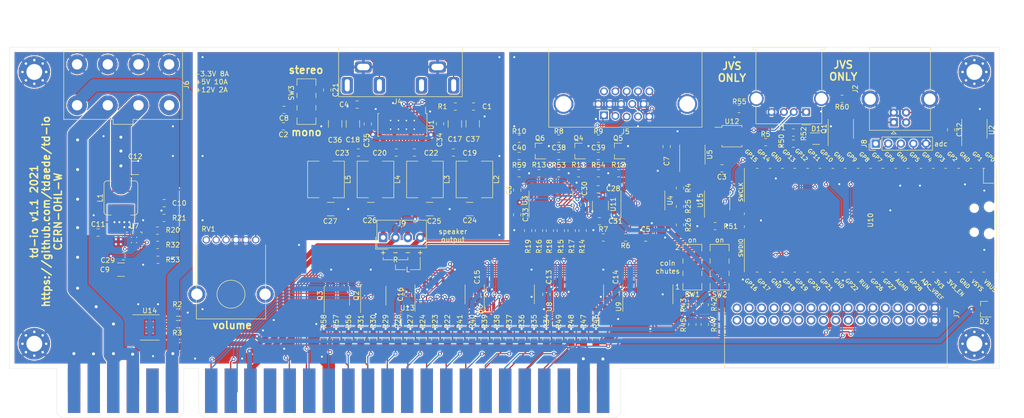
<source format=kicad_pcb>
(kicad_pcb (version 20171130) (host pcbnew 5.1.9-1.fc33)
  (layers (0 F.Cu signal) (31 B.Cu signal) (34 B.Paste user) (35 F.Paste user) (36 B.SilkS user) (37 F.SilkS user) (38 B.Mask user) (39 F.Mask user) (44 Edge.Cuts user))
  (net 0 "")
  (net 1 GND)
  (net 2 +12V)
  (net 3 "Net-(C2-Pad2)")
  (net 4 "Net-(C2-Pad1)")
  (net 5 +5V)
  (net 6 "Net-(C7-Pad1)")
  (net 7 "Net-(C8-Pad2)")
  (net 8 "Net-(C8-Pad1)")
  (net 9 +3V3)
  (net 10 "Net-(D2-Pad2)")
  (net 11 "Net-(D2-Pad1)")
  (net 12 "Net-(J1-Pad1)")
  (net 13 "Net-(J1-Pad2)")
  (net 14 "Net-(J1-Pad3)")
  (net 15 "Net-(J2-Pad1)")
  (net 16 /p2_4)
  (net 17 /p2start)
  (net 18 /lockout1)
  (net 19 /p2up)
  (net 20 /jamma_green)
  (net 21 /p2right)
  (net 22 /jamma_sync)
  (net 23 /p2left)
  (net 24 /c2)
  (net 25 /p2down)
  (net 26 /p2_3)
  (net 27 /meter1)
  (net 28 /p2_1)
  (net 29 "Net-(J3-PadM)")
  (net 30 /p2_2)
  (net 31 /p1_4)
  (net 32 /p1_3)
  (net 33 /p1_2)
  (net 34 /p1_1)
  (net 35 /p1right)
  (net 36 /p1left)
  (net 37 /p1down)
  (net 38 /p1up)
  (net 39 /p1start)
  (net 40 /c1)
  (net 41 /jamma_blue)
  (net 42 /jamma_red)
  (net 43 "Net-(J3-Pad11)")
  (net 44 /speaker+)
  (net 45 /lockout2)
  (net 46 /meter2)
  (net 47 "Net-(J5-Pad15)")
  (net 48 /vga_hsync)
  (net 49 "Net-(J5-Pad12)")
  (net 50 /vga_vsync)
  (net 51 "Net-(J5-Pad4)")
  (net 52 /vga_blue)
  (net 53 /vga_green)
  (net 54 /vga_red)
  (net 55 "Net-(J6-Pad1)")
  (net 56 "Net-(J7-Pad1)")
  (net 57 "Net-(J7-Pad2)")
  (net 58 "Net-(J7-Pad3)")
  (net 59 "Net-(J7-Pad4)")
  (net 60 "Net-(J7-Pad5)")
  (net 61 "Net-(J7-Pad6)")
  (net 62 "Net-(J7-Pad7)")
  (net 63 "Net-(J7-Pad8)")
  (net 64 /p2_6)
  (net 65 "Net-(J7-Pad10)")
  (net 66 "Net-(J7-Pad11)")
  (net 67 "Net-(J7-Pad12)")
  (net 68 "Net-(J7-Pad13)")
  (net 69 "Net-(J7-Pad14)")
  (net 70 /p1_6)
  (net 71 "Net-(J7-Pad16)")
  (net 72 /p1_5)
  (net 73 "Net-(J7-Pad18)")
  (net 74 "Net-(J7-Pad20)")
  (net 75 "Net-(J7-Pad22)")
  (net 76 /p2_5)
  (net 77 "Net-(J7-Pad24)")
  (net 78 "Net-(J7-Pad25)")
  (net 79 "Net-(J7-Pad26)")
  (net 80 "Net-(J7-Pad27)")
  (net 81 "Net-(J7-Pad28)")
  (net 82 "Net-(J7-Pad29)")
  (net 83 "Net-(J7-Pad30)")
  (net 84 "Net-(J7-Pad31)")
  (net 85 "Net-(J7-Pad32)")
  (net 86 /lockout1_ctl)
  (net 87 /meter1_ctl)
  (net 88 /lockout2_ctl)
  (net 89 /meter2_ctl)
  (net 90 /speaker-)
  (net 91 "Net-(R1-Pad1)")
  (net 92 "Net-(R14-Pad1)")
  (net 93 "Net-(R15-Pad1)")
  (net 94 "Net-(R16-Pad1)")
  (net 95 "Net-(R25-Pad1)")
  (net 96 "Net-(SW1-Pad3)")
  (net 97 /jvs_tx)
  (net 98 /jvs_de)
  (net 99 /jvs_re)
  (net 100 /jvs_rx)
  (net 101 /sr_clr)
  (net 102 /sr_clk)
  (net 103 /sr_data)
  (net 104 "Net-(U10-Pad43)")
  (net 105 "Net-(U10-Pad41)")
  (net 106 "Net-(U10-Pad25)")
  (net 107 "Net-(U10-Pad29)")
  (net 108 "Net-(U10-Pad30)")
  (net 109 "Net-(U10-Pad35)")
  (net 110 "Net-(U10-Pad37)")
  (net 111 "Net-(U10-Pad40)")
  (net 112 "Net-(C10-Pad1)")
  (net 113 "Net-(C11-Pad2)")
  (net 114 +3.3VP)
  (net 115 "Net-(R32-Pad2)")
  (net 116 "Net-(R20-Pad2)")
  (net 117 "Net-(U7-Pad11)")
  (net 118 "Net-(U7-Pad9)")
  (net 119 /SW)
  (net 120 "Net-(D1-Pad6)")
  (net 121 "Net-(D1-Pad2)")
  (net 122 "Net-(D1-Pad3)")
  (net 123 "Net-(D1-Pad1)")
  (net 124 "Net-(J3-Padd)")
  (net 125 "Net-(J3-Pad26)")
  (net 126 /sense_0v)
  (net 127 "Net-(R5-Pad2)")
  (net 128 "Net-(R55-Pad2)")
  (net 129 /termination)
  (net 130 /service)
  (net 131 /tilt)
  (net 132 /test)
  (net 133 "Net-(U13-Pad9)")
  (net 134 "Net-(U6-Pad9)")
  (net 135 "Net-(U6-Pad7)")
  (net 136 "Net-(U8-Pad9)")
  (net 137 "Net-(U8-Pad7)")
  (net 138 "Net-(U9-Pad7)")
  (net 139 "Net-(U13-Pad7)")
  (net 140 "Net-(C1-Pad2)")
  (net 141 "Net-(C4-Pad2)")
  (net 142 "Net-(C19-Pad2)")
  (net 143 "Net-(C20-Pad2)")
  (net 144 /speaker_r-)
  (net 145 "Net-(C21-Pad2)")
  (net 146 "Net-(C22-Pad2)")
  (net 147 "Net-(C23-Pad2)")
  (net 148 /speaker_r+)
  (net 149 "Net-(U1-Pad13)")
  (net 150 "Net-(U1-Pad1)")
  (net 151 "Net-(J3-PadE)")
  (net 152 "Net-(J3-Pad5)")
  (net 153 -5V)
  (net 154 +5VL)
  (net 155 "Net-(C19-Pad1)")
  (net 156 "Net-(C20-Pad1)")
  (net 157 "Net-(C22-Pad1)")
  (net 158 "Net-(C23-Pad1)")
  (net 159 /l_in)
  (net 160 /r_in)
  (net 161 "Net-(Q1-Pad5)")
  (net 162 "Net-(Q1-Pad4)")
  (net 163 "Net-(Q1-Pad3)")
  (net 164 "Net-(U4-Pad11)")
  (net 165 "Net-(U4-Pad8)")
  (net 166 /sense_in_high)
  (net 167 /sense_in_low)
  (net 168 "Net-(U10-Pad9)")
  (net 169 "Net-(U10-Pad7)")
  (net 170 "Net-(U10-Pad6)")
  (net 171 "Net-(C30-Pad1)")
  (net 172 "Net-(C30-Pad2)")
  (net 173 "Net-(R2-Pad1)")
  (net 174 "Net-(R3-Pad1)")
  (net 175 "Net-(U14-Pad6)")
  (net 176 "Net-(U14-Pad2)")
  (net 177 "Net-(R25-Pad2)")
  (net 178 "Net-(J5-Pad11)")
  (net 179 "Net-(SW2-Pad3)")
  (net 180 /adc2)
  (net 181 /adc1)
  (net 182 /adc0)
  (net 183 /blank)
  (net 184 "Net-(SW1-Pad1)")
  (net 185 "Net-(SW3-Pad3)")
  (net 186 "Net-(SW2-Pad1)")
  (net 187 /blue_ac)
  (net 188 /red_ac)
  (net 189 /green_ac)
  (net 190 /blue_fb)
  (net 191 /red_fb)
  (net 192 /green_fb)
  (net 193 "Net-(U10-Pad19)")
  (net 194 "Net-(Q1-Pad7)")
  (module Resistor_SMD:R_0805_2012Metric (layer F.Cu) (at 240.25 92.43 180)
    (fp_text reference R60 (at 0 -1.65) (layer F.SilkS))
    (fp_text value 330)
    (pad 2 smd roundrect (at 0.9125 0 180) (size 1.025 1.4) (layers F.Cu F.Paste F.Mask) (roundrect_rratio 0.2439004878048781) (net 194 "Net-(Q1-Pad7)"))
    (pad 1 smd roundrect (at -0.9125 0 180) (size 1.025 1.4) (layers F.Cu F.Paste F.Mask) (roundrect_rratio 0.2439004878048781) (net 15 "Net-(J2-Pad1)"))
  )
  (module Inductor_SMD:L_Bourns_SRP7028A_7.3x6.6mm (layer F.Cu) (at 94.5 112.5 90)
    (fp_text reference L1 (at 0 -4.2 90) (layer F.SilkS))
    (fp_text value 1.5uH)
    (pad 2 smd rect (at 2.725 0 90) (size 2.95 3.5) (layers F.Cu F.Paste F.Mask) (net 114 +3.3VP))
    (pad 1 smd rect (at -2.725 0 90) (size 2.95 3.5) (layers F.Cu F.Paste F.Mask) (net 119 /SW))
  )
  (module Button_Switch_SMD:SW_DPDT_CK_JS202011JCQN (layer F.Cu) (at 215.5 126.5 90)
    (fp_text reference SW2 (at -5.5 0 180) (layer F.SilkS))
    (fp_text value SW_DPDT_x2)
    (pad 3 smd rect (at 2.5 -1.2 90) (size 1 1.6) (layers F.Cu F.Paste F.Mask) (net 179 "Net-(SW2-Pad3)"))
    (pad 2 smd rect (at 0 -1.2 90) (size 1 1.6) (layers F.Cu F.Paste F.Mask) (net 1 GND))
    (pad 1 smd rect (at -2.5 -1.2 90) (size 1 1.6) (layers F.Cu F.Paste F.Mask) (net 186 "Net-(SW2-Pad1)"))
    (pad 6 smd rect (at 2.5 1.2 90) (size 1 1.6) (layers F.Cu F.Paste F.Mask))
    (pad 5 smd rect (at 0 1.2 90) (size 1 1.6) (layers F.Cu F.Paste F.Mask))
    (pad 4 smd rect (at -2.5 1.2 90) (size 1 1.6) (layers F.Cu F.Paste F.Mask))
  )
  (module Button_Switch_SMD:SW_DPDT_CK_JS202011JCQN (layer F.Cu) (at 210 126.5 90)
    (fp_text reference SW1 (at -5.5 0 180) (layer F.SilkS))
    (fp_text value SW_DPDT_x2)
    (pad 3 smd rect (at 2.5 -1.2 90) (size 1 1.6) (layers F.Cu F.Paste F.Mask) (net 96 "Net-(SW1-Pad3)"))
    (pad 2 smd rect (at 0 -1.2 90) (size 1 1.6) (layers F.Cu F.Paste F.Mask) (net 1 GND))
    (pad 1 smd rect (at -2.5 -1.2 90) (size 1 1.6) (layers F.Cu F.Paste F.Mask) (net 184 "Net-(SW1-Pad1)"))
    (pad 6 smd rect (at 2.5 1.2 90) (size 1 1.6) (layers F.Cu F.Paste F.Mask))
    (pad 5 smd rect (at 0 1.2 90) (size 1 1.6) (layers F.Cu F.Paste F.Mask))
    (pad 4 smd rect (at -2.5 1.2 90) (size 1 1.6) (layers F.Cu F.Paste F.Mask))
  )
  (module Resistor_SMD:R_0805_2012Metric (layer F.Cu) (at 175 107.5)
    (fp_text reference R59 (at 0 -1.65) (layer F.SilkS))
    (fp_text value 10k)
    (pad 2 smd roundrect (at 0.9125 0) (size 1.025 1.4) (layers F.Cu F.Paste F.Mask) (roundrect_rratio 0.2439004878048781) (net 1 GND))
    (pad 1 smd roundrect (at -0.9125 0) (size 1.025 1.4) (layers F.Cu F.Paste F.Mask) (roundrect_rratio 0.2439004878048781) (net 189 /green_ac))
  )
  (module Resistor_SMD:R_0805_2012Metric (layer F.Cu) (at 191 107.5)
    (fp_text reference R54 (at 0 -1.65) (layer F.SilkS))
    (fp_text value 10k)
    (pad 2 smd roundrect (at 0.9125 0) (size 1.025 1.4) (layers F.Cu F.Paste F.Mask) (roundrect_rratio 0.2439004878048781) (net 1 GND))
    (pad 1 smd roundrect (at -0.9125 0) (size 1.025 1.4) (layers F.Cu F.Paste F.Mask) (roundrect_rratio 0.2439004878048781) (net 188 /red_ac))
  )
  (module Resistor_SMD:R_0805_2012Metric (layer F.Cu) (at 183 107.5)
    (fp_text reference R53 (at 0 -1.65) (layer F.SilkS))
    (fp_text value 10k)
    (pad 2 smd roundrect (at 0.9125 0) (size 1.025 1.4) (layers F.Cu F.Paste F.Mask) (roundrect_rratio 0.2439004878048781) (net 1 GND))
    (pad 1 smd roundrect (at -0.9125 0) (size 1.025 1.4) (layers F.Cu F.Paste F.Mask) (roundrect_rratio 0.2439004878048781) (net 187 /blue_ac))
  )
  (module Resistor_SMD:R_0805_2012Metric (layer F.Cu) (at 175 100.5)
    (fp_text reference R10 (at 0 -1.5) (layer F.SilkS))
    (fp_text value 75)
    (pad 2 smd roundrect (at 0.9125 0) (size 1.025 1.4) (layers F.Cu F.Paste F.Mask) (roundrect_rratio 0.2439004878048781) (net 53 /vga_green))
    (pad 1 smd roundrect (at -0.9125 0) (size 1.025 1.4) (layers F.Cu F.Paste F.Mask) (roundrect_rratio 0.2439004878048781) (net 1 GND))
  )
  (module Resistor_SMD:R_0805_2012Metric (layer F.Cu) (at 183 100.5)
    (fp_text reference R8 (at 0 -1.5) (layer F.SilkS))
    (fp_text value 75)
    (pad 2 smd roundrect (at 0.9125 0) (size 1.025 1.4) (layers F.Cu F.Paste F.Mask) (roundrect_rratio 0.2439004878048781) (net 52 /vga_blue))
    (pad 1 smd roundrect (at -0.9125 0) (size 1.025 1.4) (layers F.Cu F.Paste F.Mask) (roundrect_rratio 0.2439004878048781) (net 1 GND))
  )
  (module Package_TO_SOT_SMD:SOT-23 (layer F.Cu) (at 179 103 180)
    (fp_text reference Q6 (at -0.2 2.6) (layer F.SilkS))
    (fp_text value 2N7002NXBKR)
    (pad 3 smd rect (at 1 0 180) (size 0.9 0.8) (layers F.Cu F.Paste F.Mask) (net 189 /green_ac))
    (pad 2 smd rect (at -1 0.95 180) (size 0.9 0.8) (layers F.Cu F.Paste F.Mask) (net 1 GND))
    (pad 1 smd rect (at -1 -0.95 180) (size 0.9 0.8) (layers F.Cu F.Paste F.Mask) (net 183 /blank))
  )
  (module Package_TO_SOT_SMD:SOT-23 (layer F.Cu) (at 195 103 180)
    (fp_text reference Q5 (at 0 2.6) (layer F.SilkS))
    (fp_text value 2N7002NXBKR)
    (pad 3 smd rect (at 1 0 180) (size 0.9 0.8) (layers F.Cu F.Paste F.Mask) (net 188 /red_ac))
    (pad 2 smd rect (at -1 0.95 180) (size 0.9 0.8) (layers F.Cu F.Paste F.Mask) (net 1 GND))
    (pad 1 smd rect (at -1 -0.95 180) (size 0.9 0.8) (layers F.Cu F.Paste F.Mask) (net 183 /blank))
  )
  (module Package_TO_SOT_SMD:SOT-23 (layer F.Cu) (at 187 103 180)
    (fp_text reference Q4 (at 0 2.6) (layer F.SilkS))
    (fp_text value 2N7002NXBKR)
    (pad 3 smd rect (at 1 0 180) (size 0.9 0.8) (layers F.Cu F.Paste F.Mask) (net 187 /blue_ac))
    (pad 2 smd rect (at -1 0.95 180) (size 0.9 0.8) (layers F.Cu F.Paste F.Mask) (net 1 GND))
    (pad 1 smd rect (at -1 -0.95 180) (size 0.9 0.8) (layers F.Cu F.Paste F.Mask) (net 183 /blank))
  )
  (module Capacitor_SMD:C_0805_2012Metric (layer F.Cu) (at 175 104)
    (fp_text reference C40 (at 0 -1.68) (layer F.SilkS))
    (fp_text value 1uF)
    (pad 2 smd roundrect (at 0.95 0) (size 1 1.45) (layers F.Cu F.Paste F.Mask) (net 53 /vga_green))
    (pad 1 smd roundrect (at -0.95 0) (size 1 1.45) (layers F.Cu F.Paste F.Mask) (net 189 /green_ac))
  )
  (module Capacitor_SMD:C_0805_2012Metric (layer F.Cu) (at 191 104)
    (fp_text reference C39 (at 0 -1.68) (layer F.SilkS))
    (fp_text value 1uF)
    (pad 2 smd roundrect (at 0.95 0) (size 1 1.45) (layers F.Cu F.Paste F.Mask) (net 54 /vga_red))
    (pad 1 smd roundrect (at -0.95 0) (size 1 1.45) (layers F.Cu F.Paste F.Mask) (net 188 /red_ac))
  )
  (module Capacitor_SMD:C_0805_2012Metric (layer F.Cu) (at 183 104)
    (fp_text reference C38 (at 0 -1.68) (layer F.SilkS))
    (fp_text value 1uF)
    (pad 2 smd roundrect (at 0.95 0) (size 1 1.45) (layers F.Cu F.Paste F.Mask) (net 52 /vga_blue))
    (pad 1 smd roundrect (at -0.95 0) (size 1 1.45) (layers F.Cu F.Paste F.Mask) (net 187 /blue_ac))
  )
  (module Connector_PinHeader_2.54mm:PinHeader_1x05_P2.54mm_Vertical (layer F.Cu) (at 247.05 101.5 90)
    (fp_text reference J8 (at 0 -2.33 90) (layer F.SilkS))
    (fp_text value Conn_01x05_Male)
    (pad 5 thru_hole oval (at 0 10.16 90) (size 1.7 1.7) (drill 1) (layers *.Cu *.Mask) (net 1 GND))
    (pad 4 thru_hole oval (at 0 7.62 90) (size 1.7 1.7) (drill 1) (layers *.Cu *.Mask) (net 180 /adc2))
    (pad 3 thru_hole oval (at 0 5.08 90) (size 1.7 1.7) (drill 1) (layers *.Cu *.Mask) (net 181 /adc1))
    (pad 2 thru_hole oval (at 0 2.54 90) (size 1.7 1.7) (drill 1) (layers *.Cu *.Mask) (net 182 /adc0))
    (pad 1 thru_hole rect (at 0 0 90) (size 1.7 1.7) (drill 1) (layers *.Cu *.Mask) (net 9 +3V3))
  )
  (module Button_Switch_SMD:SW_DPDT_CK_JS202011JCQN (layer F.Cu) (at 132 93 90)
    (fp_text reference SW3 (at 1.75 -3.05 90) (layer F.SilkS))
    (fp_text value SW_DPDT_x2)
    (pad 3 smd rect (at 2.5 -1.2 90) (size 1 1.6) (layers F.Cu F.Paste F.Mask) (net 185 "Net-(SW3-Pad3)"))
    (pad 2 smd rect (at 0 -1.2 90) (size 1 1.6) (layers F.Cu F.Paste F.Mask) (net 8 "Net-(C8-Pad1)"))
    (pad 1 smd rect (at -2.5 -1.2 90) (size 1 1.6) (layers F.Cu F.Paste F.Mask) (net 4 "Net-(C2-Pad1)"))
    (pad 6 smd rect (at 2.5 1.2 90) (size 1 1.6) (layers F.Cu F.Paste F.Mask))
    (pad 5 smd rect (at 0 1.2 90) (size 1 1.6) (layers F.Cu F.Paste F.Mask))
    (pad 4 smd rect (at -2.5 1.2 90) (size 1 1.6) (layers F.Cu F.Paste F.Mask))
  )
  (module Capacitor_SMD:C_1210_3225Metric (layer F.Cu) (at 165.6 97.475 90)
    (fp_text reference C37 (at -3.125 0 180) (layer F.SilkS))
    (fp_text value "47uF 16V")
    (pad 2 smd roundrect (at 1.475 0 90) (size 1.15 2.7) (layers F.Cu F.Paste F.Mask) (roundrect_rratio 0.2173904347826087) (net 1 GND))
    (pad 1 smd roundrect (at -1.475 0 90) (size 1.15 2.7) (layers F.Cu F.Paste F.Mask) (roundrect_rratio 0.2173904347826087) (net 2 +12V))
  )
  (module Capacitor_SMD:C_1210_3225Metric (layer F.Cu) (at 137.8 97.5 90)
    (fp_text reference C36 (at -3.275 -0.025 180) (layer F.SilkS))
    (fp_text value "47uF 16V")
    (pad 2 smd roundrect (at 1.475 0 90) (size 1.15 2.7) (layers F.Cu F.Paste F.Mask) (roundrect_rratio 0.2173904347826087) (net 1 GND))
    (pad 1 smd roundrect (at -1.475 0 90) (size 1.15 2.7) (layers F.Cu F.Paste F.Mask) (roundrect_rratio 0.2173904347826087) (net 2 +12V))
  )
  (module Capacitor_SMD:C_0805_2012Metric (layer F.Cu) (at 144.4 97.55 90)
    (fp_text reference C35 (at -3.3 -0.225 270) (layer F.SilkS))
    (fp_text value 0.1uF)
    (pad 2 smd roundrect (at 0.95 0 90) (size 1 1.45) (layers F.Cu F.Paste F.Mask) (net 1 GND))
    (pad 1 smd roundrect (at -0.95 0 90) (size 1 1.45) (layers F.Cu F.Paste F.Mask) (net 2 +12V))
  )
  (module Capacitor_SMD:C_0805_2012Metric (layer F.Cu) (at 159 97.5 90)
    (fp_text reference C34 (at -3.25 -0.075 90) (layer F.SilkS))
    (fp_text value 0.1uF)
    (pad 2 smd roundrect (at 0.95 0 90) (size 1 1.45) (layers F.Cu F.Paste F.Mask) (net 1 GND))
    (pad 1 smd roundrect (at -0.95 0 90) (size 1 1.45) (layers F.Cu F.Paste F.Mask) (net 2 +12V))
  )
  (module Capacitor_SMD:C_1210_3225Metric (layer F.Cu) (at 141.4 97.5 90)
    (fp_text reference C18 (at -3.225 -0.025 180) (layer F.SilkS))
    (fp_text value "47uF 16V")
    (pad 2 smd roundrect (at 1.475 0 90) (size 1.15 2.7) (layers F.Cu F.Paste F.Mask) (roundrect_rratio 0.2173904347826087) (net 1 GND))
    (pad 1 smd roundrect (at -1.475 0 90) (size 1.15 2.7) (layers F.Cu F.Paste F.Mask) (roundrect_rratio 0.2173904347826087) (net 2 +12V))
  )
  (module Capacitor_SMD:C_1210_3225Metric (layer F.Cu) (at 162 97.5 90)
    (fp_text reference C17 (at -3.1 0 180) (layer F.SilkS))
    (fp_text value "47uF 16V")
    (pad 2 smd roundrect (at 1.475 0 90) (size 1.15 2.7) (layers F.Cu F.Paste F.Mask) (roundrect_rratio 0.2173904347826087) (net 1 GND))
    (pad 1 smd roundrect (at -1.475 0 90) (size 1.15 2.7) (layers F.Cu F.Paste F.Mask) (roundrect_rratio 0.2173904347826087) (net 2 +12V))
  )
  (module Capacitor_SMD:C_0805_2012Metric (layer F.Cu) (at 174.6 115.9 270)
    (fp_text reference C33 (at 0 -1.68 90) (layer F.SilkS))
    (fp_text value 3.3uF)
    (pad 2 smd roundrect (at 0.95 0 270) (size 1 1.45) (layers F.Cu F.Paste F.Mask) (net 1 GND))
    (pad 1 smd roundrect (at -0.95 0 270) (size 1 1.45) (layers F.Cu F.Paste F.Mask) (net 5 +5V))
  )
  (module Capacitor_SMD:C_0805_2012Metric (layer F.Cu) (at 262.3 98.7 270)
    (fp_text reference C32 (at 0 -1.68 90) (layer F.SilkS))
    (fp_text value 0.1uF)
    (pad 2 smd roundrect (at 0.95 0 270) (size 1 1.45) (layers F.Cu F.Paste F.Mask) (net 1 GND))
    (pad 1 smd roundrect (at -0.95 0 270) (size 1 1.45) (layers F.Cu F.Paste F.Mask) (net 9 +3V3))
  )
  (module td-io:HTSSOP-28-1EP_4.4x9.7mm_P0.65mm_tpa3138_ThermalVias (layer F.Cu) (at 151.4 97.7 270)
    (fp_text reference U1 (at 0 -5.8 270) (layer F.SilkS))
    (fp_text value TPA3138D2)
    (pad 29 smd rect (at 0 0 270) (size 2.85 5.4) (layers B.Cu) (net 1 GND))
    (pad 29 thru_hole circle (at 0.875 2.4 270) (size 0.6 0.6) (drill 0.3) (layers *.Cu) (net 1 GND))
    (pad 29 thru_hole circle (at -0.875 2.4 270) (size 0.6 0.6) (drill 0.3) (layers *.Cu) (net 1 GND))
    (pad 29 thru_hole circle (at 0.875 0.8 270) (size 0.6 0.6) (drill 0.3) (layers *.Cu) (net 1 GND))
    (pad 29 thru_hole circle (at -0.875 0.8 270) (size 0.6 0.6) (drill 0.3) (layers *.Cu) (net 1 GND))
    (pad 29 thru_hole circle (at 0.875 -0.8 270) (size 0.6 0.6) (drill 0.3) (layers *.Cu) (net 1 GND))
    (pad 29 thru_hole circle (at -0.875 -0.8 270) (size 0.6 0.6) (drill 0.3) (layers *.Cu) (net 1 GND))
    (pad 29 thru_hole circle (at 0.875 -2.4 270) (size 0.6 0.6) (drill 0.3) (layers *.Cu) (net 1 GND))
    (pad 29 thru_hole circle (at -0.875 -2.4 270) (size 0.6 0.6) (drill 0.3) (layers *.Cu) (net 1 GND))
    (pad 29 smd rect (at 0 0 270) (size 2.34 3.04) (layers F.Cu F.Mask) (net 1 GND))
    (pad 28 smd roundrect (at 2.8625 -4.225 270) (size 1.475 0.4) (layers F.Cu F.Paste F.Mask) (net 2 +12V))
    (pad 27 smd roundrect (at 2.8625 -3.575 270) (size 1.475 0.4) (layers F.Cu F.Paste F.Mask) (net 2 +12V))
    (pad 26 smd roundrect (at 2.8625 -2.925 270) (size 1.475 0.4) (layers F.Cu F.Paste F.Mask) (net 142 "Net-(C19-Pad2)"))
    (pad 25 smd roundrect (at 2.8625 -2.275 270) (size 1.475 0.4) (layers F.Cu F.Paste F.Mask) (net 155 "Net-(C19-Pad1)"))
    (pad 24 smd roundrect (at 2.8625 -1.625 270) (size 1.475 0.4) (layers F.Cu F.Paste F.Mask) (net 1 GND))
    (pad 23 smd roundrect (at 2.8625 -0.975 270) (size 1.475 0.4) (layers F.Cu F.Paste F.Mask) (net 157 "Net-(C22-Pad1)"))
    (pad 22 smd roundrect (at 2.8625 -0.325 270) (size 1.475 0.4) (layers F.Cu F.Paste F.Mask) (net 146 "Net-(C22-Pad2)"))
    (pad 21 smd roundrect (at 2.8625 0.325 270) (size 1.475 0.4) (layers F.Cu F.Paste F.Mask) (net 143 "Net-(C20-Pad2)"))
    (pad 20 smd roundrect (at 2.8625 0.975 270) (size 1.475 0.4) (layers F.Cu F.Paste F.Mask) (net 156 "Net-(C20-Pad1)"))
    (pad 19 smd roundrect (at 2.8625 1.625 270) (size 1.475 0.4) (layers F.Cu F.Paste F.Mask) (net 1 GND))
    (pad 18 smd roundrect (at 2.8625 2.275 270) (size 1.475 0.4) (layers F.Cu F.Paste F.Mask) (net 158 "Net-(C23-Pad1)"))
    (pad 17 smd roundrect (at 2.8625 2.925 270) (size 1.475 0.4) (layers F.Cu F.Paste F.Mask) (net 147 "Net-(C23-Pad2)"))
    (pad 16 smd roundrect (at 2.8625 3.575 270) (size 1.475 0.4) (layers F.Cu F.Paste F.Mask) (net 2 +12V))
    (pad 15 smd roundrect (at 2.8625 4.225 270) (size 1.475 0.4) (layers F.Cu F.Paste F.Mask) (net 2 +12V))
    (pad 14 smd roundrect (at -2.8625 4.225 270) (size 1.475 0.4) (layers F.Cu F.Paste F.Mask) (net 1 GND))
    (pad 13 smd roundrect (at -2.8625 3.575 270) (size 1.475 0.4) (layers F.Cu F.Paste F.Mask) (net 149 "Net-(U1-Pad13)"))
    (pad 12 smd roundrect (at -2.8625 2.925 270) (size 1.475 0.4) (layers F.Cu F.Paste F.Mask) (net 8 "Net-(C8-Pad1)"))
    (pad 11 smd roundrect (at -2.8625 2.275 270) (size 1.475 0.4) (layers F.Cu F.Paste F.Mask) (net 141 "Net-(C4-Pad2)"))
    (pad 10 smd roundrect (at -2.8625 1.625 270) (size 1.475 0.4) (layers F.Cu F.Paste F.Mask) (net 1 GND))
    (pad 9 smd roundrect (at -2.8625 0.975 270) (size 1.475 0.4) (layers F.Cu F.Paste F.Mask) (net 145 "Net-(C21-Pad2)"))
    (pad 8 smd roundrect (at -2.8625 0.325 270) (size 1.475 0.4) (layers F.Cu F.Paste F.Mask) (net 1 GND))
    (pad 7 smd roundrect (at -2.8625 -0.325 270) (size 1.475 0.4) (layers F.Cu F.Paste F.Mask) (net 2 +12V))
    (pad 6 smd roundrect (at -2.8625 -0.975 270) (size 1.475 0.4) (layers F.Cu F.Paste F.Mask) (net 1 GND))
    (pad 5 smd roundrect (at -2.8625 -1.625 270) (size 1.475 0.4) (layers F.Cu F.Paste F.Mask) (net 2 +12V))
    (pad 4 smd roundrect (at -2.8625 -2.275 270) (size 1.475 0.4) (layers F.Cu F.Paste F.Mask) (net 140 "Net-(C1-Pad2)"))
    (pad 3 smd roundrect (at -2.8625 -2.925 270) (size 1.475 0.4) (layers F.Cu F.Paste F.Mask) (net 4 "Net-(C2-Pad1)"))
    (pad 2 smd roundrect (at -2.8625 -3.575 270) (size 1.475 0.4) (layers F.Cu F.Paste F.Mask) (net 91 "Net-(R1-Pad1)"))
    (pad 1 smd roundrect (at -2.8625 -4.225 270) (size 1.475 0.4) (layers F.Cu F.Paste F.Mask) (net 150 "Net-(U1-Pad1)"))
  )
  (module Capacitor_SMD:C_1210_3225Metric (layer F.Cu) (at 97.4 106.4)
    (fp_text reference C12 (at 0 -2.3) (layer F.SilkS))
    (fp_text value 100uF)
    (pad 2 smd roundrect (at 1.475 0) (size 1.15 2.7) (layers F.Cu F.Paste F.Mask) (roundrect_rratio 0.2173904347826087) (net 1 GND))
    (pad 1 smd roundrect (at -1.475 0) (size 1.15 2.7) (layers F.Cu F.Paste F.Mask) (roundrect_rratio 0.2173904347826087) (net 114 +3.3VP))
  )
  (module Resistor_SMD:R_0805_2012Metric (layer F.Cu) (at 207.5 117.9375 270)
    (fp_text reference R26 (at 0 -1.65 90) (layer F.SilkS))
    (fp_text value 10k)
    (pad 2 smd roundrect (at 0.9125 0 270) (size 1.025 1.4) (layers F.Cu F.Paste F.Mask) (roundrect_rratio 0.2439004878048781) (net 1 GND))
    (pad 1 smd roundrect (at -0.9125 0 270) (size 1.025 1.4) (layers F.Cu F.Paste F.Mask) (roundrect_rratio 0.2439004878048781) (net 177 "Net-(R25-Pad2)"))
  )
  (module Resistor_SMD:R_0805_2012Metric (layer F.Cu) (at 207.5 114.2125 270)
    (fp_text reference R25 (at 0 -1.65 90) (layer F.SilkS))
    (fp_text value 20k)
    (pad 2 smd roundrect (at 0.9125 0 270) (size 1.025 1.4) (layers F.Cu F.Paste F.Mask) (roundrect_rratio 0.2439004878048781) (net 177 "Net-(R25-Pad2)"))
    (pad 1 smd roundrect (at -0.9125 0 270) (size 1.025 1.4) (layers F.Cu F.Paste F.Mask) (roundrect_rratio 0.2439004878048781) (net 95 "Net-(R25-Pad1)"))
  )
  (module Resistor_SMD:R_0805_2012Metric (layer F.Cu) (at 207.5 110.4875 270)
    (fp_text reference R4 (at 0 -1.65 90) (layer F.SilkS))
    (fp_text value 10k)
    (pad 2 smd roundrect (at 0.9125 0 270) (size 1.025 1.4) (layers F.Cu F.Paste F.Mask) (roundrect_rratio 0.2439004878048781) (net 95 "Net-(R25-Pad1)"))
    (pad 1 smd roundrect (at -0.9125 0 270) (size 1.025 1.4) (layers F.Cu F.Paste F.Mask) (roundrect_rratio 0.2439004878048781) (net 5 +5V))
  )
  (module Resistor_SMD:R_0805_2012Metric (layer F.Cu) (at 105.8875 138.025)
    (fp_text reference R3 (at 0 1.775) (layer F.SilkS))
    (fp_text value 1k)
    (pad 2 smd roundrect (at 0.9125 0) (size 1.025 1.4) (layers F.Cu F.Paste F.Mask) (roundrect_rratio 0.2439004878048781) (net 1 GND))
    (pad 1 smd roundrect (at -0.9125 0) (size 1.025 1.4) (layers F.Cu F.Paste F.Mask) (roundrect_rratio 0.2439004878048781) (net 174 "Net-(R3-Pad1)"))
  )
  (module Resistor_SMD:R_0805_2012Metric (layer F.Cu) (at 105.9 135.7)
    (fp_text reference R2 (at 0 -1.65) (layer F.SilkS))
    (fp_text value 400k)
    (pad 2 smd roundrect (at 0.9125 0) (size 1.025 1.4) (layers F.Cu F.Paste F.Mask) (roundrect_rratio 0.2439004878048781) (net 1 GND))
    (pad 1 smd roundrect (at -0.9125 0) (size 1.025 1.4) (layers F.Cu F.Paste F.Mask) (roundrect_rratio 0.2439004878048781) (net 173 "Net-(R2-Pad1)"))
  )
  (module td-io:DSUB-15-HD_Female_Horizontal_P2.29x2.5mm_EdgePinOffset8.35mm_Housed_MountingHolesOffset10.89mm (layer F.Cu) (at 192.145 94.75 180)
    (fp_text reference J5 (at -4.318 -4.318) (layer F.SilkS))
    (fp_text value DB15_Female_HighDensity_MountingHoles)
    (pad 0 thru_hole circle (at 8.185 1.27 180) (size 4 4) (drill 3.2) (layers *.Cu *.Mask) (net 1 GND))
    (pad 0 thru_hole circle (at -16.815 1.27 180) (size 4 4) (drill 3.2) (layers *.Cu *.Mask) (net 1 GND))
    (pad 15 thru_hole circle (at -9.16 3.833 180) (size 1.6 1.6) (drill 1) (layers *.Cu *.Mask) (net 47 "Net-(J5-Pad15)"))
    (pad 14 thru_hole circle (at -6.87 3.833 180) (size 1.6 1.6) (drill 1) (layers *.Cu *.Mask) (net 50 /vga_vsync))
    (pad 13 thru_hole circle (at -4.58 3.833 180) (size 1.6 1.6) (drill 1) (layers *.Cu *.Mask) (net 48 /vga_hsync))
    (pad 12 thru_hole circle (at -2.29 3.833 180) (size 1.6 1.6) (drill 1) (layers *.Cu *.Mask) (net 49 "Net-(J5-Pad12)"))
    (pad 11 thru_hole circle (at 0 3.833 180) (size 1.6 1.6) (drill 1) (layers *.Cu *.Mask) (net 178 "Net-(J5-Pad11)"))
    (pad 10 thru_hole circle (at -8.015 1.27 180) (size 1.6 1.6) (drill 1) (layers *.Cu *.Mask) (net 1 GND))
    (pad 9 thru_hole circle (at -5.715 1.27 180) (size 1.6 1.6) (drill 1) (layers *.Cu *.Mask) (net 6 "Net-(C7-Pad1)"))
    (pad 8 thru_hole circle (at -3.435 1.27 180) (size 1.6 1.6) (drill 1) (layers *.Cu *.Mask) (net 1 GND))
    (pad 7 thru_hole circle (at -1.145 1.27 180) (size 1.6 1.6) (drill 1) (layers *.Cu *.Mask) (net 1 GND))
    (pad 6 thru_hole circle (at 1.145 1.27 180) (size 1.6 1.6) (drill 1) (layers *.Cu *.Mask) (net 1 GND))
    (pad 5 thru_hole circle (at -9.16 -1.27 180) (size 1.6 1.6) (drill 1) (layers *.Cu *.Mask) (net 1 GND))
    (pad 4 thru_hole circle (at -6.87 -1.27 180) (size 1.6 1.6) (drill 1) (layers *.Cu *.Mask) (net 51 "Net-(J5-Pad4)"))
    (pad 3 thru_hole circle (at -4.572 -1.27 180) (size 1.6 1.6) (drill 1) (layers *.Cu *.Mask) (net 52 /vga_blue))
    (pad 2 thru_hole circle (at -2.286 -1.143 180) (size 1.6 1.6) (drill 1) (layers *.Cu *.Mask) (net 53 /vga_green))
    (pad 1 thru_hole rect (at 0 -1.016 180) (size 1.6 1.6) (drill 1) (layers *.Cu *.Mask) (net 54 /vga_red))
  )
  (module Capacitor_SMD:C_0805_2012Metric (layer F.Cu) (at 191.2 117.2 180)
    (fp_text reference C31 (at -3.25 0.01) (layer F.SilkS))
    (fp_text value 3.3uF)
    (pad 2 smd roundrect (at 0.95 0 180) (size 1 1.45) (layers F.Cu F.Paste F.Mask) (net 1 GND))
    (pad 1 smd roundrect (at -0.95 0 180) (size 1 1.45) (layers F.Cu F.Paste F.Mask) (net 153 -5V))
  )
  (module Capacitor_SMD:C_0805_2012Metric (layer F.Cu) (at 188.2 113.85 270)
    (fp_text reference C30 (at -3.25 0 90) (layer F.SilkS))
    (fp_text value 3.3uF)
    (pad 2 smd roundrect (at 0.95 0 270) (size 1 1.45) (layers F.Cu F.Paste F.Mask) (net 172 "Net-(C30-Pad2)"))
    (pad 1 smd roundrect (at -0.95 0 270) (size 1 1.45) (layers F.Cu F.Paste F.Mask) (net 171 "Net-(C30-Pad1)"))
  )
  (module Capacitor_SMD:C_0805_2012Metric (layer F.Cu) (at 95 124.3)
    (fp_text reference C29 (at -3.15 0.8) (layer F.SilkS))
    (fp_text value 0.1uF)
    (pad 2 smd roundrect (at 0.95 0) (size 1 1.45) (layers F.Cu F.Paste F.Mask) (net 1 GND))
    (pad 1 smd roundrect (at -0.95 0) (size 1 1.45) (layers F.Cu F.Paste F.Mask) (net 154 +5VL))
  )
  (module Capacitor_SMD:C_0805_2012Metric (layer F.Cu) (at 190.95 110.75 180)
    (fp_text reference C28 (at -3.05 0.15) (layer F.SilkS))
    (fp_text value 3.3uF)
    (pad 2 smd roundrect (at 0.95 0 180) (size 1 1.45) (layers F.Cu F.Paste F.Mask) (net 1 GND))
    (pad 1 smd roundrect (at -0.95 0 180) (size 1 1.45) (layers F.Cu F.Paste F.Mask) (net 5 +5V))
  )
  (module Package_SO:SOIC-8_3.9x4.9mm_P1.27mm (layer F.Cu) (at 215 113 90)
    (fp_text reference U15 (at 0 -3.4 90) (layer F.SilkS))
    (fp_text value LM2903)
    (pad 8 smd roundrect (at 2.475 -1.905 90) (size 1.95 0.6) (layers F.Cu F.Paste F.Mask) (net 5 +5V))
    (pad 7 smd roundrect (at 2.475 -0.635 90) (size 1.95 0.6) (layers F.Cu F.Paste F.Mask) (net 166 /sense_in_high))
    (pad 6 smd roundrect (at 2.475 0.635 90) (size 1.95 0.6) (layers F.Cu F.Paste F.Mask) (net 95 "Net-(R25-Pad1)"))
    (pad 5 smd roundrect (at 2.475 1.905 90) (size 1.95 0.6) (layers F.Cu F.Paste F.Mask) (net 12 "Net-(J1-Pad1)"))
    (pad 4 smd roundrect (at -2.475 1.905 90) (size 1.95 0.6) (layers F.Cu F.Paste F.Mask) (net 1 GND))
    (pad 3 smd roundrect (at -2.475 0.635 90) (size 1.95 0.6) (layers F.Cu F.Paste F.Mask) (net 12 "Net-(J1-Pad1)"))
    (pad 2 smd roundrect (at -2.475 -0.635 90) (size 1.95 0.6) (layers F.Cu F.Paste F.Mask) (net 177 "Net-(R25-Pad2)"))
    (pad 1 smd roundrect (at -2.475 -1.905 90) (size 1.95 0.6) (layers F.Cu F.Paste F.Mask) (net 167 /sense_in_low))
  )
  (module Package_SO:SOIC-8-1EP_3.9x4.9mm_P1.27mm_EP2.41x3.3mm_ThermalVias (layer F.Cu) (at 100.325 138.7)
    (fp_text reference U14 (at 0 -3.4) (layer F.SilkS))
    (fp_text value TPS259620)
    (pad 9 smd rect (at 0 0) (size 1.9 2.9) (layers B.Cu) (net 1 GND))
    (pad 9 thru_hole circle (at 0.7 1.2) (size 0.5 0.5) (drill 0.2) (layers *.Cu) (net 1 GND))
    (pad 9 thru_hole circle (at -0.7 1.2) (size 0.5 0.5) (drill 0.2) (layers *.Cu) (net 1 GND))
    (pad 9 thru_hole circle (at 0.7 0) (size 0.5 0.5) (drill 0.2) (layers *.Cu) (net 1 GND))
    (pad 9 thru_hole circle (at -0.7 0) (size 0.5 0.5) (drill 0.2) (layers *.Cu) (net 1 GND))
    (pad 9 thru_hole circle (at 0.7 -1.2) (size 0.5 0.5) (drill 0.2) (layers *.Cu) (net 1 GND))
    (pad 9 thru_hole circle (at -0.7 -1.2) (size 0.5 0.5) (drill 0.2) (layers *.Cu) (net 1 GND))
    (pad 9 smd rect (at 0 0) (size 2.41 3.3) (layers F.Cu F.Mask) (net 1 GND))
    (pad 8 smd roundrect (at 2.475 -1.905) (size 1.95 0.6) (layers F.Cu F.Paste F.Mask) (net 173 "Net-(R2-Pad1)"))
    (pad 7 smd roundrect (at 2.475 -0.635) (size 1.95 0.6) (layers F.Cu F.Paste F.Mask) (net 174 "Net-(R3-Pad1)"))
    (pad 6 smd roundrect (at 2.475 0.635) (size 1.95 0.6) (layers F.Cu F.Paste F.Mask) (net 175 "Net-(U14-Pad6)"))
    (pad 5 smd roundrect (at 2.475 1.905) (size 1.95 0.6) (layers F.Cu F.Paste F.Mask) (net 5 +5V))
    (pad 4 smd roundrect (at -2.475 1.905) (size 1.95 0.6) (layers F.Cu F.Paste F.Mask) (net 154 +5VL))
    (pad 3 smd roundrect (at -2.475 0.635) (size 1.95 0.6) (layers F.Cu F.Paste F.Mask) (net 154 +5VL))
    (pad 2 smd roundrect (at -2.475 -0.635) (size 1.95 0.6) (layers F.Cu F.Paste F.Mask) (net 176 "Net-(U14-Pad2)"))
    (pad 1 smd roundrect (at -2.475 -1.905) (size 1.95 0.6) (layers F.Cu F.Paste F.Mask) (net 1 GND))
  )
  (module Package_TO_SOT_SMD:SOT-23-6 (layer F.Cu) (at 191.41 114.03 90)
    (fp_text reference U11 (at 0.23 2.59 90) (layer F.SilkS))
    (fp_text value LM2664M4)
    (pad 5 smd rect (at 1.1 0 90) (size 1.06 0.65) (layers F.Cu F.Paste F.Mask) (net 5 +5V))
    (pad 6 smd rect (at 1.1 -0.95 90) (size 1.06 0.65) (layers F.Cu F.Paste F.Mask) (net 171 "Net-(C30-Pad1)"))
    (pad 4 smd rect (at 1.1 0.95 90) (size 1.06 0.65) (layers F.Cu F.Paste F.Mask) (net 5 +5V))
    (pad 3 smd rect (at -1.1 0.95 90) (size 1.06 0.65) (layers F.Cu F.Paste F.Mask) (net 172 "Net-(C30-Pad2)"))
    (pad 2 smd rect (at -1.1 0 90) (size 1.06 0.65) (layers F.Cu F.Paste F.Mask) (net 153 -5V))
    (pad 1 smd rect (at -1.1 -0.95 90) (size 1.06 0.65) (layers F.Cu F.Paste F.Mask) (net 1 GND))
  )
  (module td-io:RJE-20 (layer F.Cu) (at 97.15 121)
    (fp_text reference U7 (at 0 -2.82) (layer F.SilkS))
    (fp_text value TPS568230)
    (pad 21 smd rect (at 0 0) (size 1.55 1.55) (layers B.Cu) (net 1 GND))
    (pad 21 thru_hole circle (at 0.525 0.525) (size 0.5 0.5) (drill 0.2) (layers *.Cu) (net 1 GND))
    (pad 21 thru_hole circle (at -0.525 0.525) (size 0.5 0.5) (drill 0.2) (layers *.Cu) (net 1 GND))
    (pad 21 thru_hole circle (at 0.525 -0.525) (size 0.5 0.5) (drill 0.2) (layers *.Cu) (net 1 GND))
    (pad 21 thru_hole circle (at -0.525 -0.525) (size 0.5 0.5) (drill 0.2) (layers *.Cu) (net 1 GND))
    (pad 21 smd rect (at 0.123 0) (size 0.926 0.975) (layers F.Cu F.Mask) (net 1 GND))
    (pad 20 smd custom (at -0.9 -1.45) (size 0.143934 0.143934) (layers F.Cu F.Paste F.Mask) (net 119 /SW) (options (clearance outline) (anchor circle)) (primitives (gr_poly (pts (xy -0.075 -0.375) (xy 0.075 -0.375) (xy 0.075 0.375) (xy 0.045711 0.375) (xy -0.075 0.254289)) (width 0.1))))
    (pad 19 smd roundrect (at -0.45 -1.45) (size 0.25 0.85) (layers F.Cu F.Paste F.Mask) (net 119 /SW))
    (pad 18 smd roundrect (at 0 -1.45) (size 0.25 0.85) (layers F.Cu F.Paste F.Mask) (net 1 GND))
    (pad 17 smd roundrect (at 0.45 -1.45) (size 0.25 0.85) (layers F.Cu F.Paste F.Mask) (net 112 "Net-(C10-Pad1)"))
    (pad 16 smd custom (at 0.9 -1.45) (size 0.143934 0.143934) (layers F.Cu F.Paste F.Mask) (options (clearance outline) (anchor circle)) (primitives (gr_poly (pts (xy -0.075 -0.375) (xy 0.075 -0.375) (xy 0.075 0.254289) (xy -0.045711 0.375) (xy -0.075 0.375)) (width 0.1))))
    (pad 15 smd custom (at 1.45 -0.9) (size 0.143934 0.143934) (layers F.Cu F.Paste F.Mask) (net 116 "Net-(R20-Pad2)") (options (clearance outline) (anchor circle)) (primitives (gr_poly (pts (xy -0.375 0.045711) (xy -0.254289 -0.075) (xy 0.375 -0.075) (xy 0.375 0.075) (xy -0.375 0.075)) (width 0.1))))
    (pad 14 smd roundrect (at 1.45 -0.45) (size 0.85 0.25) (layers F.Cu F.Paste F.Mask) (net 115 "Net-(R32-Pad2)"))
    (pad 13 smd roundrect (at 1.45 0) (size 0.85 0.25) (layers F.Cu F.Paste F.Mask) (net 1 GND))
    (pad 12 smd roundrect (at 1.45 0.45) (size 0.85 0.25) (layers F.Cu F.Paste F.Mask) (net 154 +5VL))
    (pad 11 smd custom (at 1.45 0.9) (size 0.143934 0.143934) (layers F.Cu F.Paste F.Mask) (net 117 "Net-(U7-Pad11)") (options (clearance outline) (anchor circle)) (primitives (gr_poly (pts (xy -0.375 -0.075) (xy 0.375 -0.075) (xy 0.375 0.075) (xy -0.254289 0.075) (xy -0.375 -0.045711)) (width 0.1))))
    (pad 10 smd custom (at 0.9 1.45) (size 0.143934 0.143934) (layers F.Cu F.Paste F.Mask) (options (clearance outline) (anchor circle)) (primitives (gr_poly (pts (xy -0.075 -0.375) (xy -0.045711 -0.375) (xy 0.075 -0.254289) (xy 0.075 0.375) (xy -0.075 0.375)) (width 0.1))))
    (pad 9 smd roundrect (at 0.45 1.45) (size 0.25 0.85) (layers F.Cu F.Paste F.Mask) (net 118 "Net-(U7-Pad9)"))
    (pad 8 smd roundrect (at 0 1.45) (size 0.25 0.85) (layers F.Cu F.Paste F.Mask) (net 1 GND))
    (pad 7 smd roundrect (at -0.45 1.45) (size 0.25 0.85) (layers F.Cu F.Paste F.Mask) (net 1 GND))
    (pad 6 smd custom (at -0.9 1.45) (size 0.143934 0.143934) (layers F.Cu F.Paste F.Mask) (net 119 /SW) (options (clearance outline) (anchor circle)) (primitives (gr_poly (pts (xy -0.075 -0.254289) (xy 0.045711 -0.375) (xy 0.075 -0.375) (xy 0.075 0.375) (xy -0.075 0.375)) (width 0.1))))
    (pad 5 smd custom (at -1.45 0.9) (size 0.143934 0.143934) (layers F.Cu F.Paste F.Mask) (net 154 +5VL) (options (clearance outline) (anchor circle)) (primitives (gr_poly (pts (xy -0.375 -0.075) (xy 0.375 -0.075) (xy 0.375 -0.045711) (xy 0.254289 0.075) (xy -0.375 0.075)) (width 0.1))))
    (pad 4 smd roundrect (at -1.45 0.45) (size 0.85 0.25) (layers F.Cu F.Paste F.Mask) (net 154 +5VL))
    (pad 3 smd roundrect (at -1.45 0) (size 0.85 0.25) (layers F.Cu F.Paste F.Mask) (net 154 +5VL))
    (pad 2 smd roundrect (at -1.45 -0.45) (size 0.85 0.25) (layers F.Cu F.Paste F.Mask) (net 154 +5VL))
    (pad 1 smd custom (at -1.45 -0.9) (size 0.143934 0.143934) (layers F.Cu F.Paste F.Mask) (net 113 "Net-(C11-Pad2)") (options (clearance outline) (anchor circle)) (primitives (gr_poly (pts (xy -0.375 -0.075) (xy 0.254289 -0.075) (xy 0.375 0.045711) (xy 0.375 0.075) (xy -0.375 0.075)) (width 0.1))))
  )
  (module td-io:JST_SH_B4B-NH-A_1x04_P2.50mm_Vertical (layer F.Cu) (at 147.5 120.5)
    (fp_text reference J9 (at 3.75 -2.8) (layer F.SilkS))
    (fp_text value Conn_01x04_Male)
    (pad 4 thru_hole oval (at 7.5 0) (size 1.7 1.95) (drill 0.95) (layers *.Cu *.Mask) (net 44 /speaker+))
    (pad 3 thru_hole oval (at 5 0) (size 1.7 1.95) (drill 0.95) (layers *.Cu *.Mask) (net 144 /speaker_r-))
    (pad 2 thru_hole oval (at 2.5 0) (size 1.7 1.95) (drill 0.95) (layers *.Cu *.Mask) (net 90 /speaker-))
    (pad 1 thru_hole roundrect (at 0 0) (size 1.7 1.95) (drill 0.95) (layers *.Cu *.Mask) (roundrect_rratio 0.1470588235294118) (net 148 /speaker_r+))
  )
  (module td-io:PJRAN2X1U01AUX (layer F.Cu) (at 158.5 86 180)
    (fp_text reference J4 (at 8 -7) (layer F.SilkS))
    (fp_text value Conn_Coaxial_x2)
    (pad 5 thru_hole roundrect (at 18.25 -3.7 180) (size 2.3 3.4) (drill oval 1 2.5) (layers *.Cu *.Mask))
    (pad 2 thru_hole roundrect (at 11.75 -3.7 180) (size 2.3 3.4) (drill oval 1 2.5) (layers *.Cu *.Mask) (net 159 /l_in))
    (pad 3 thru_hole roundrect (at 0 0 180) (size 3.4 2.3) (drill oval 2.5 1.3) (layers *.Cu *.Mask) (net 1 GND))
    (pad 3 thru_hole roundrect (at 15 0 180) (size 3.4 2.3) (drill oval 2.5 1.3) (layers *.Cu *.Mask) (net 1 GND))
    (pad 1 thru_hole roundrect (at -3.25 -3.7 180) (size 2.3 3.4) (drill oval 1 2.5) (layers *.Cu *.Mask) (net 160 /r_in))
    (pad 4 thru_hole roundrect (at 3.25 -3.7 180) (size 2.3 3.4) (drill oval 1 2.5) (layers *.Cu *.Mask))
  )
  (module Capacitor_SMD:C_1210_3225Metric (layer F.Cu) (at 136.9 114.75)
    (fp_text reference C27 (at -0.1 2.45) (layer F.SilkS))
    (fp_text value 2.2uF)
    (pad 2 smd roundrect (at 1.475 0) (size 1.15 2.7) (layers F.Cu F.Paste F.Mask) (roundrect_rratio 0.2173904347826087) (net 1 GND))
    (pad 1 smd roundrect (at -1.475 0) (size 1.15 2.7) (layers F.Cu F.Paste F.Mask) (roundrect_rratio 0.2173904347826087) (net 148 /speaker_r+))
  )
  (module Capacitor_SMD:C_1210_3225Metric (layer F.Cu) (at 145 114.75 180)
    (fp_text reference C26 (at 0.2 -2.3) (layer F.SilkS))
    (fp_text value 2.2uF)
    (pad 2 smd roundrect (at 1.475 0 180) (size 1.15 2.7) (layers F.Cu F.Paste F.Mask) (roundrect_rratio 0.2173904347826087) (net 1 GND))
    (pad 1 smd roundrect (at -1.475 0 180) (size 1.15 2.7) (layers F.Cu F.Paste F.Mask) (roundrect_rratio 0.2173904347826087) (net 144 /speaker_r-))
  )
  (module Capacitor_SMD:C_1210_3225Metric (layer F.Cu) (at 156.9 114.75)
    (fp_text reference C25 (at 0.9 2.45) (layer F.SilkS))
    (fp_text value 2.2uF)
    (pad 2 smd roundrect (at 1.475 0) (size 1.15 2.7) (layers F.Cu F.Paste F.Mask) (roundrect_rratio 0.2173904347826087) (net 1 GND))
    (pad 1 smd roundrect (at -1.475 0) (size 1.15 2.7) (layers F.Cu F.Paste F.Mask) (roundrect_rratio 0.2173904347826087) (net 90 /speaker-))
  )
  (module Capacitor_SMD:C_1210_3225Metric (layer F.Cu) (at 165 114.75 180)
    (fp_text reference C24 (at 0 -2.3) (layer F.SilkS))
    (fp_text value 2.2uF)
    (pad 2 smd roundrect (at 1.475 0 180) (size 1.15 2.7) (layers F.Cu F.Paste F.Mask) (roundrect_rratio 0.2173904347826087) (net 1 GND))
    (pad 1 smd roundrect (at -1.475 0 180) (size 1.15 2.7) (layers F.Cu F.Paste F.Mask) (roundrect_rratio 0.2173904347826087) (net 44 /speaker+))
  )
  (module Capacitor_SMD:C_1210_3225Metric (layer F.Cu) (at 94.525 127)
    (fp_text reference C9 (at -3.275 0) (layer F.SilkS))
    (fp_text value 100uF)
    (pad 2 smd roundrect (at 1.475 0) (size 1.15 2.7) (layers F.Cu F.Paste F.Mask) (roundrect_rratio 0.2173904347826087) (net 1 GND))
    (pad 1 smd roundrect (at -1.475 0) (size 1.15 2.7) (layers F.Cu F.Paste F.Mask) (roundrect_rratio 0.2173904347826087) (net 154 +5VL))
  )
  (module td-io:RPi_Pico_SMD (layer F.Cu) (at 246 117 270)
    (fp_text reference U10 (at 0 0 90) (layer F.SilkS))
    (fp_text value Pico)
    (fp_text user SWDIO (at 5.6 26.2 90) (layer F.SilkS) (effects (font (size 0.8 0.8))))
    (fp_text user SWCLK (at -5.7 26.2 90) (layer F.SilkS) (effects (font (size 0.8 0.8))))
    (fp_text user AGND (at 13.054 -6.35 135) (layer F.SilkS) (effects (font (size 0.8 0.8))))
    (fp_text user GND (at 12.8 -19.05 135) (layer F.SilkS) (effects (font (size 0.8 0.8))))
    (fp_text user GND (at 12.8 6.35 135) (layer F.SilkS) (effects (font (size 0.8 0.8))))
    (fp_text user GND (at 12.8 19.05 135) (layer F.SilkS) (effects (font (size 0.8 0.8))))
    (fp_text user GND (at -12.8 19.05 135) (layer F.SilkS) (effects (font (size 0.8 0.8))))
    (fp_text user GND (at -12.8 6.35 135) (layer F.SilkS) (effects (font (size 0.8 0.8))))
    (fp_text user GND (at -12.8 -6.35 135) (layer F.SilkS) (effects (font (size 0.8 0.8))))
    (fp_text user GND (at -12.8 -19.05 135) (layer F.SilkS) (effects (font (size 0.8 0.8))))
    (fp_text user VBUS (at 13.3 -24.2 135) (layer F.SilkS) (effects (font (size 0.8 0.8))))
    (fp_text user VSYS (at 13.2 -21.59 135) (layer F.SilkS) (effects (font (size 0.8 0.8))))
    (fp_text user 3V3_EN (at 13.7 -17.2 135) (layer F.SilkS) (effects (font (size 0.8 0.8))))
    (fp_text user 3V3 (at 12.9 -13.9 135) (layer F.SilkS) (effects (font (size 0.8 0.8))))
    (fp_text user ADC_VREF (at 14 -12.5 135) (layer F.SilkS) (effects (font (size 0.8 0.8))))
    (fp_text user GP28 (at 13.054 -9.144 135) (layer F.SilkS) (effects (font (size 0.8 0.8))))
    (fp_text user GP27 (at 13.054 -3.8 135) (layer F.SilkS) (effects (font (size 0.8 0.8))))
    (fp_text user GP26 (at 13.054 -1.27 135) (layer F.SilkS) (effects (font (size 0.8 0.8))))
    (fp_text user RUN (at 13 1.27 135) (layer F.SilkS) (effects (font (size 0.8 0.8))))
    (fp_text user GP22 (at 13.054 3.81 135) (layer F.SilkS) (effects (font (size 0.8 0.8))))
    (fp_text user GP21 (at 13.054 8.9 135) (layer F.SilkS) (effects (font (size 0.8 0.8))))
    (fp_text user GP20 (at 13.054 11.43 135) (layer F.SilkS) (effects (font (size 0.8 0.8))))
    (fp_text user GP19 (at 13.054 13.97 135) (layer F.SilkS) (effects (font (size 0.8 0.8))))
    (fp_text user GP18 (at 13.054 16.51 135) (layer F.SilkS) (effects (font (size 0.8 0.8))))
    (fp_text user GP17 (at 13.054 21.59 135) (layer F.SilkS) (effects (font (size 0.8 0.8))))
    (fp_text user GP16 (at 13.054 24.13 135) (layer F.SilkS) (effects (font (size 0.8 0.8))))
    (fp_text user GP15 (at -13.054 24.13 135) (layer F.SilkS) (effects (font (size 0.8 0.8))))
    (fp_text user GP14 (at -13.1 21.59 135) (layer F.SilkS) (effects (font (size 0.8 0.8))))
    (fp_text user GP13 (at -13.054 16.51 135) (layer F.SilkS) (effects (font (size 0.8 0.8))))
    (fp_text user GP12 (at -13.2 13.97 135) (layer F.SilkS) (effects (font (size 0.8 0.8))))
    (fp_text user GP11 (at -13.2 11.43 135) (layer F.SilkS) (effects (font (size 0.8 0.8))))
    (fp_text user GP10 (at -13.054 8.89 135) (layer F.SilkS) (effects (font (size 0.8 0.8))))
    (fp_text user GP9 (at -12.8 3.81 135) (layer F.SilkS) (effects (font (size 0.8 0.8))))
    (fp_text user GP8 (at -12.8 1.27 135) (layer F.SilkS) (effects (font (size 0.8 0.8))))
    (fp_text user GP7 (at -12.7 -1.3 135) (layer F.SilkS) (effects (font (size 0.8 0.8))))
    (fp_text user GP6 (at -12.8 -3.81 135) (layer F.SilkS) (effects (font (size 0.8 0.8))))
    (fp_text user GP5 (at -12.8 -8.89 135) (layer F.SilkS) (effects (font (size 0.8 0.8))))
    (fp_text user GP4 (at -12.8 -11.43 135) (layer F.SilkS) (effects (font (size 0.8 0.8))))
    (fp_text user GP3 (at -12.8 -13.97 135) (layer F.SilkS) (effects (font (size 0.8 0.8))))
    (fp_text user GP0 (at -12.8 -24.13 135) (layer F.SilkS) (effects (font (size 0.8 0.8))))
    (fp_text user GP2 (at -12.9 -16.51 135) (layer F.SilkS) (effects (font (size 0.8 0.8))))
    (fp_text user GP1 (at -12.9 -21.6 135) (layer F.SilkS) (effects (font (size 0.8 0.8))))
    (pad 43 smd rect (at 2.54 23.9) (size 3.5 1.7) (drill (offset -0.9 0)) (layers F.Cu F.Paste F.Mask) (net 104 "Net-(U10-Pad43)"))
    (pad 42 smd rect (at 0 23.9) (size 3.5 1.7) (drill (offset -0.9 0)) (layers F.Cu F.Paste F.Mask) (net 1 GND))
    (pad 41 smd rect (at -2.54 23.9) (size 3.5 1.7) (drill (offset -0.9 0)) (layers F.Cu F.Paste F.Mask) (net 105 "Net-(U10-Pad41)"))
    (pad "" np_thru_hole oval (at 2.425 -20.97 270) (size 1.5 1.5) (drill 1.5) (layers *.Cu *.Mask))
    (pad "" np_thru_hole oval (at -2.425 -20.97 270) (size 1.5 1.5) (drill 1.5) (layers *.Cu *.Mask))
    (pad "" np_thru_hole oval (at 2.725 -24 270) (size 1.8 1.8) (drill 1.8) (layers *.Cu *.Mask))
    (pad "" np_thru_hole oval (at -2.725 -24 270) (size 1.8 1.8) (drill 1.8) (layers *.Cu *.Mask))
    (pad 21 smd rect (at 8.89 24.13 270) (size 3.5 1.7) (drill (offset 0.9 0)) (layers F.Cu F.Paste F.Mask) (net 186 "Net-(SW2-Pad1)"))
    (pad 22 smd rect (at 8.89 21.59 270) (size 3.5 1.7) (drill (offset 0.9 0)) (layers F.Cu F.Paste F.Mask) (net 184 "Net-(SW1-Pad1)"))
    (pad 23 smd rect (at 8.89 19.05 270) (size 3.5 1.7) (drill (offset 0.9 0)) (layers F.Cu F.Paste F.Mask) (net 1 GND))
    (pad 24 smd rect (at 8.89 16.51 270) (size 3.5 1.7) (drill (offset 0.9 0)) (layers F.Cu F.Paste F.Mask) (net 102 /sr_clk))
    (pad 25 smd rect (at 8.89 13.97 270) (size 3.5 1.7) (drill (offset 0.9 0)) (layers F.Cu F.Paste F.Mask) (net 106 "Net-(U10-Pad25)"))
    (pad 26 smd rect (at 8.89 11.43 270) (size 3.5 1.7) (drill (offset 0.9 0)) (layers F.Cu F.Paste F.Mask) (net 103 /sr_data))
    (pad 27 smd rect (at 8.89 8.89 270) (size 3.5 1.7) (drill (offset 0.9 0)) (layers F.Cu F.Paste F.Mask) (net 101 /sr_clr))
    (pad 28 smd rect (at 8.89 6.35 270) (size 3.5 1.7) (drill (offset 0.9 0)) (layers F.Cu F.Paste F.Mask) (net 1 GND))
    (pad 29 smd rect (at 8.89 3.81 270) (size 3.5 1.7) (drill (offset 0.9 0)) (layers F.Cu F.Paste F.Mask) (net 107 "Net-(U10-Pad29)"))
    (pad 30 smd rect (at 8.89 1.27 270) (size 3.5 1.7) (drill (offset 0.9 0)) (layers F.Cu F.Paste F.Mask) (net 108 "Net-(U10-Pad30)"))
    (pad 31 smd rect (at 8.89 -1.27 270) (size 3.5 1.7) (drill (offset 0.9 0)) (layers F.Cu F.Paste F.Mask) (net 182 /adc0))
    (pad 32 smd rect (at 8.89 -3.81 270) (size 3.5 1.7) (drill (offset 0.9 0)) (layers F.Cu F.Paste F.Mask) (net 181 /adc1))
    (pad 33 smd rect (at 8.89 -6.35 270) (size 3.5 1.7) (drill (offset 0.9 0)) (layers F.Cu F.Paste F.Mask) (net 1 GND))
    (pad 34 smd rect (at 8.89 -8.89 270) (size 3.5 1.7) (drill (offset 0.9 0)) (layers F.Cu F.Paste F.Mask) (net 180 /adc2))
    (pad 35 smd rect (at 8.89 -11.43 270) (size 3.5 1.7) (drill (offset 0.9 0)) (layers F.Cu F.Paste F.Mask) (net 109 "Net-(U10-Pad35)"))
    (pad 36 smd rect (at 8.89 -13.97 270) (size 3.5 1.7) (drill (offset 0.9 0)) (layers F.Cu F.Paste F.Mask) (net 9 +3V3))
    (pad 37 smd rect (at 8.89 -16.51 270) (size 3.5 1.7) (drill (offset 0.9 0)) (layers F.Cu F.Paste F.Mask) (net 110 "Net-(U10-Pad37)"))
    (pad 38 smd rect (at 8.89 -19.05 270) (size 3.5 1.7) (drill (offset 0.9 0)) (layers F.Cu F.Paste F.Mask) (net 1 GND))
    (pad 39 smd rect (at 8.89 -21.59 270) (size 3.5 1.7) (drill (offset 0.9 0)) (layers F.Cu F.Paste F.Mask) (net 10 "Net-(D2-Pad2)"))
    (pad 40 smd rect (at 8.89 -24.13 270) (size 3.5 1.7) (drill (offset 0.9 0)) (layers F.Cu F.Paste F.Mask) (net 111 "Net-(U10-Pad40)"))
    (pad 20 smd rect (at -8.89 24.13 270) (size 3.5 1.7) (drill (offset -0.9 0)) (layers F.Cu F.Paste F.Mask) (net 129 /termination))
    (pad 19 smd rect (at -8.89 21.59 270) (size 3.5 1.7) (drill (offset -0.9 0)) (layers F.Cu F.Paste F.Mask) (net 193 "Net-(U10-Pad19)"))
    (pad 18 smd rect (at -8.89 19.05 270) (size 3.5 1.7) (drill (offset -0.9 0)) (layers F.Cu F.Paste F.Mask) (net 1 GND))
    (pad 17 smd rect (at -8.89 16.51 270) (size 3.5 1.7) (drill (offset -0.9 0)) (layers F.Cu F.Paste F.Mask) (net 126 /sense_0v))
    (pad 16 smd rect (at -8.89 13.97 270) (size 3.5 1.7) (drill (offset -0.9 0)) (layers F.Cu F.Paste F.Mask) (net 167 /sense_in_low))
    (pad 15 smd rect (at -8.89 11.43 270) (size 3.5 1.7) (drill (offset -0.9 0)) (layers F.Cu F.Paste F.Mask) (net 166 /sense_in_high))
    (pad 14 smd rect (at -8.89 8.89 270) (size 3.5 1.7) (drill (offset -0.9 0)) (layers F.Cu F.Paste F.Mask) (net 88 /lockout2_ctl))
    (pad 13 smd rect (at -8.89 6.35 270) (size 3.5 1.7) (drill (offset -0.9 0)) (layers F.Cu F.Paste F.Mask) (net 1 GND))
    (pad 12 smd rect (at -8.89 3.81 270) (size 3.5 1.7) (drill (offset -0.9 0)) (layers F.Cu F.Paste F.Mask) (net 86 /lockout1_ctl))
    (pad 11 smd rect (at -8.89 1.27 270) (size 3.5 1.7) (drill (offset -0.9 0)) (layers F.Cu F.Paste F.Mask) (net 89 /meter2_ctl))
    (pad 10 smd rect (at -8.89 -1.27 270) (size 3.5 1.7) (drill (offset -0.9 0)) (layers F.Cu F.Paste F.Mask) (net 87 /meter1_ctl))
    (pad 9 smd rect (at -8.89 -3.81 270) (size 3.5 1.7) (drill (offset -0.9 0)) (layers F.Cu F.Paste F.Mask) (net 168 "Net-(U10-Pad9)"))
    (pad 8 smd rect (at -8.89 -6.35 270) (size 3.5 1.7) (drill (offset -0.9 0)) (layers F.Cu F.Paste F.Mask) (net 1 GND))
    (pad 7 smd rect (at -8.89 -8.89 270) (size 3.5 1.7) (drill (offset -0.9 0)) (layers F.Cu F.Paste F.Mask) (net 169 "Net-(U10-Pad7)"))
    (pad 6 smd rect (at -8.89 -11.43 270) (size 3.5 1.7) (drill (offset -0.9 0)) (layers F.Cu F.Paste F.Mask) (net 170 "Net-(U10-Pad6)"))
    (pad 5 smd rect (at -8.89 -13.97 270) (size 3.5 1.7) (drill (offset -0.9 0)) (layers F.Cu F.Paste F.Mask) (net 98 /jvs_de))
    (pad 4 smd rect (at -8.89 -16.51 270) (size 3.5 1.7) (drill (offset -0.9 0)) (layers F.Cu F.Paste F.Mask) (net 99 /jvs_re))
    (pad 3 smd rect (at -8.89 -19.05 270) (size 3.5 1.7) (drill (offset -0.9 0)) (layers F.Cu F.Paste F.Mask) (net 1 GND))
    (pad 2 smd rect (at -8.89 -21.59 270) (size 3.5 1.7) (drill (offset -0.9 0)) (layers F.Cu F.Paste F.Mask) (net 100 /jvs_rx))
    (pad 1 smd rect (at -8.89 -24.13 270) (size 3.5 1.7) (drill (offset -0.9 0)) (layers F.Cu F.Paste F.Mask) (net 97 /jvs_tx))
  )
  (module td-io:DF1BZ-34DP-2.5DS (layer F.Cu) (at 239 136 180)
    (fp_text reference J7 (at -24.4 0 90) (layer F.SilkS))
    (fp_text value Conn_02x17_Odd_Even)
    (pad 1 thru_hole circle (at 20 1.25 180) (size 1.8 1.8) (drill 1.1) (layers *.Cu *.Mask) (net 56 "Net-(J7-Pad1)"))
    (pad 2 thru_hole circle (at 20 -1.25 180) (size 1.8 1.8) (drill 1.1) (layers *.Cu *.Mask) (net 57 "Net-(J7-Pad2)"))
    (pad 3 thru_hole circle (at 17.5 1.25 180) (size 1.8 1.8) (drill 1.1) (layers *.Cu *.Mask) (net 58 "Net-(J7-Pad3)"))
    (pad 4 thru_hole circle (at 17.5 -1.25 180) (size 1.8 1.8) (drill 1.1) (layers *.Cu *.Mask) (net 59 "Net-(J7-Pad4)"))
    (pad 5 thru_hole circle (at 15 1.25 180) (size 1.8 1.8) (drill 1.1) (layers *.Cu *.Mask) (net 60 "Net-(J7-Pad5)"))
    (pad 6 thru_hole circle (at 15 -1.25 180) (size 1.8 1.8) (drill 1.1) (layers *.Cu *.Mask) (net 61 "Net-(J7-Pad6)"))
    (pad 7 thru_hole circle (at 12.5 1.25 180) (size 1.8 1.8) (drill 1.1) (layers *.Cu *.Mask) (net 62 "Net-(J7-Pad7)"))
    (pad 8 thru_hole circle (at 12.5 -1.25 180) (size 1.8 1.8) (drill 1.1) (layers *.Cu *.Mask) (net 63 "Net-(J7-Pad8)"))
    (pad 9 thru_hole circle (at 10 1.25 180) (size 1.8 1.8) (drill 1.1) (layers *.Cu *.Mask) (net 64 /p2_6))
    (pad 10 thru_hole circle (at 10 -1.25 180) (size 1.8 1.8) (drill 1.1) (layers *.Cu *.Mask) (net 65 "Net-(J7-Pad10)"))
    (pad 11 thru_hole circle (at 7.5 1.25 180) (size 1.8 1.8) (drill 1.1) (layers *.Cu *.Mask) (net 66 "Net-(J7-Pad11)"))
    (pad 12 thru_hole circle (at 7.5 -1.25 180) (size 1.8 1.8) (drill 1.1) (layers *.Cu *.Mask) (net 67 "Net-(J7-Pad12)"))
    (pad 13 thru_hole circle (at 5 1.25 180) (size 1.8 1.8) (drill 1.1) (layers *.Cu *.Mask) (net 68 "Net-(J7-Pad13)"))
    (pad 14 thru_hole circle (at 5 -1.25 180) (size 1.8 1.8) (drill 1.1) (layers *.Cu *.Mask) (net 69 "Net-(J7-Pad14)"))
    (pad 15 thru_hole circle (at 2.5 1.25 180) (size 1.8 1.8) (drill 1.1) (layers *.Cu *.Mask) (net 70 /p1_6))
    (pad 16 thru_hole circle (at 2.5 -1.25 180) (size 1.8 1.8) (drill 1.1) (layers *.Cu *.Mask) (net 71 "Net-(J7-Pad16)"))
    (pad 17 thru_hole circle (at 0 1.25 180) (size 1.8 1.8) (drill 1.1) (layers *.Cu *.Mask) (net 72 /p1_5))
    (pad 18 thru_hole circle (at 0 -1.25 180) (size 1.8 1.8) (drill 1.1) (layers *.Cu *.Mask) (net 73 "Net-(J7-Pad18)"))
    (pad 19 thru_hole circle (at -2.5 1.25 180) (size 1.8 1.8) (drill 1.1) (layers *.Cu *.Mask) (net 31 /p1_4))
    (pad 20 thru_hole circle (at -2.5 -1.25 180) (size 1.8 1.8) (drill 1.1) (layers *.Cu *.Mask) (net 74 "Net-(J7-Pad20)"))
    (pad 21 thru_hole circle (at -5 1.25 180) (size 1.8 1.8) (drill 1.1) (layers *.Cu *.Mask) (net 16 /p2_4))
    (pad 22 thru_hole circle (at -5 -1.25 180) (size 1.8 1.8) (drill 1.1) (layers *.Cu *.Mask) (net 75 "Net-(J7-Pad22)"))
    (pad 23 thru_hole circle (at -7.5 1.25 180) (size 1.8 1.8) (drill 1.1) (layers *.Cu *.Mask) (net 76 /p2_5))
    (pad 24 thru_hole circle (at -7.5 -1.25 180) (size 1.8 1.8) (drill 1.1) (layers *.Cu *.Mask) (net 77 "Net-(J7-Pad24)"))
    (pad 25 thru_hole circle (at -10 1.25 180) (size 1.8 1.8) (drill 1.1) (layers *.Cu *.Mask) (net 78 "Net-(J7-Pad25)"))
    (pad 26 thru_hole circle (at -10 -1.25 180) (size 1.8 1.8) (drill 1.1) (layers *.Cu *.Mask) (net 79 "Net-(J7-Pad26)"))
    (pad 27 thru_hole circle (at -12.5 1.25 180) (size 1.8 1.8) (drill 1.1) (layers *.Cu *.Mask) (net 80 "Net-(J7-Pad27)"))
    (pad 28 thru_hole circle (at -12.5 -1.25 180) (size 1.8 1.8) (drill 1.1) (layers *.Cu *.Mask) (net 81 "Net-(J7-Pad28)"))
    (pad 29 thru_hole circle (at -15 1.25 180) (size 1.8 1.8) (drill 1.1) (layers *.Cu *.Mask) (net 82 "Net-(J7-Pad29)"))
    (pad 30 thru_hole circle (at -15 -1.25 180) (size 1.8 1.8) (drill 1.1) (layers *.Cu *.Mask) (net 83 "Net-(J7-Pad30)"))
    (pad 31 thru_hole circle (at -17.5 1.25 180) (size 1.8 1.8) (drill 1.1) (layers *.Cu *.Mask) (net 84 "Net-(J7-Pad31)"))
    (pad 32 thru_hole circle (at -17.5 -1.25 180) (size 1.8 1.8) (drill 1.1) (layers *.Cu *.Mask) (net 85 "Net-(J7-Pad32)"))
    (pad 33 thru_hole circle (at -20 1.25 180) (size 1.8 1.8) (drill 1.1) (layers *.Cu *.Mask) (net 1 GND))
    (pad 34 thru_hole circle (at -20 -1.25 180) (size 1.8 1.8) (drill 1.1) (layers *.Cu *.Mask) (net 1 GND))
  )
  (module td-io:JAMMA (layer F.Cu) (at 138.5 156)
    (fp_text reference J3 hide)
    (fp_text value JAMMA_Edge)
    (pad D smd rect (at -41.58 -4.5) (size 2.5 9) (layers B.Cu B.Mask) (net 154 +5VL))
    (pad F smd rect (at -33.66 -4.5) (size 2.5 9) (layers B.Cu B.Mask) (net 2 +12V))
    (pad L smd rect (at -17.82 -4.5) (size 2.5 9) (layers B.Cu B.Mask) (net 90 /speaker-))
    (pad c smd rect (at 41.58 -4.5) (size 2.5 9) (layers B.Cu B.Mask) (net 16 /p2_4))
    (pad U smd rect (at 9.9 -4.5) (size 2.5 9) (layers B.Cu B.Mask) (net 17 /p2start))
    (pad R smd rect (at -1.98 -4.5) (size 2.5 9) (layers B.Cu B.Mask) (net 130 /service))
    (pad S smd rect (at 1.98 -4.5) (size 2.5 9) (layers B.Cu B.Mask) (net 131 /tilt))
    (pad e smd rect (at 49.5 -4.5) (size 2.5 9) (layers B.Cu B.Mask) (net 1 GND))
    (pad d smd rect (at 45.54 -4.5) (size 2.5 9) (layers B.Cu B.Mask) (net 124 "Net-(J3-Padd)"))
    (pad K smd rect (at -21.78 -4.5) (size 2.5 9) (layers B.Cu B.Mask) (net 18 /lockout1))
    (pad V smd rect (at 13.86 -4.5) (size 2.5 9) (layers B.Cu B.Mask) (net 19 /p2up))
    (pad N smd rect (at -9.9 -4.5) (size 2.5 9) (layers B.Cu B.Mask) (net 20 /jamma_green))
    (pad Y smd rect (at 25.74 -4.5) (size 2.5 9) (layers B.Cu B.Mask) (net 21 /p2right))
    (pad P smd rect (at -5.94 -4.5) (size 2.5 9) (layers B.Cu B.Mask) (net 22 /jamma_sync))
    (pad X smd rect (at 21.78 -4.5) (size 2.5 9) (layers B.Cu B.Mask) (net 23 /p2left))
    (pad E smd rect (at -37.62 -4.5) (size 2.5 9) (layers B.Cu B.Mask) (net 151 "Net-(J3-PadE)"))
    (pad T smd rect (at 5.94 -4.5) (size 2.5 9) (layers B.Cu B.Mask) (net 24 /c2))
    (pad W smd rect (at 17.82 -4.5) (size 2.5 9) (layers B.Cu B.Mask) (net 25 /p2down))
    (pad f smd rect (at 53.46 -4.5) (size 2.5 9) (layers B.Cu B.Mask) (net 1 GND))
    (pad b smd rect (at 37.62 -4.5) (size 2.5 9) (layers B.Cu B.Mask) (net 26 /p2_3))
    (pad J smd rect (at -25.74 -4.5) (size 2.5 9) (layers B.Cu B.Mask) (net 27 /meter1))
    (pad B smd rect (at -49.5 -4.5) (size 2.5 9) (layers B.Cu B.Mask) (net 1 GND))
    (pad Z smd rect (at 29.7 -4.5) (size 2.5 9) (layers B.Cu B.Mask) (net 28 /p2_1))
    (pad M smd rect (at -13.86 -4.5) (size 2.5 9) (layers B.Cu B.Mask) (net 29 "Net-(J3-PadM)"))
    (pad A smd rect (at -53.46 -4.5) (size 2.5 9) (layers B.Cu B.Mask) (net 1 GND))
    (pad a smd rect (at 33.66 -4.5) (size 2.5 9) (layers B.Cu B.Mask) (net 30 /p2_2))
    (pad C smd rect (at -45.54 -4.5) (size 2.5 9) (layers B.Cu B.Mask) (net 154 +5VL))
    (pad 28 smd rect (at 53.46 -4.5) (size 2.5 9) (layers F.Cu F.Mask) (net 1 GND))
    (pad 27 smd rect (at 49.5 -4.5) (size 2.5 9) (layers F.Cu F.Mask) (net 1 GND))
    (pad 26 smd rect (at 45.54 -4.5) (size 2.5 9) (layers F.Cu F.Mask) (net 125 "Net-(J3-Pad26)"))
    (pad 25 smd rect (at 41.58 -4.5) (size 2.5 9) (layers F.Cu F.Mask) (net 31 /p1_4))
    (pad 24 smd rect (at 37.62 -4.5) (size 2.5 9) (layers F.Cu F.Mask) (net 32 /p1_3))
    (pad 23 smd rect (at 33.66 -4.5) (size 2.5 9) (layers F.Cu F.Mask) (net 33 /p1_2))
    (pad 22 smd rect (at 29.7 -4.5) (size 2.5 9) (layers F.Cu F.Mask) (net 34 /p1_1))
    (pad 21 smd rect (at 25.74 -4.5) (size 2.5 9) (layers F.Cu F.Mask) (net 35 /p1right))
    (pad 20 smd rect (at 21.78 -4.5) (size 2.5 9) (layers F.Cu F.Mask) (net 36 /p1left))
    (pad 19 smd rect (at 17.82 -4.5) (size 2.5 9) (layers F.Cu F.Mask) (net 37 /p1down))
    (pad 18 smd rect (at 13.86 -4.5) (size 2.5 9) (layers F.Cu F.Mask) (net 38 /p1up))
    (pad 17 smd rect (at 9.9 -4.5) (size 2.5 9) (layers F.Cu F.Mask) (net 39 /p1start))
    (pad 16 smd rect (at 5.94 -4.5) (size 2.5 9) (layers F.Cu F.Mask) (net 40 /c1))
    (pad 15 smd rect (at 1.98 -4.5) (size 2.5 9) (layers F.Cu F.Mask) (net 132 /test))
    (pad 14 smd rect (at -1.98 -4.5) (size 2.5 9) (layers F.Cu F.Mask) (net 1 GND))
    (pad 13 smd rect (at -5.94 -4.5) (size 2.5 9) (layers F.Cu F.Mask) (net 41 /jamma_blue))
    (pad 12 smd rect (at -9.9 -4.5) (size 2.5 9) (layers F.Cu F.Mask) (net 42 /jamma_red))
    (pad 11 smd rect (at -13.86 -4.5) (size 2.5 9) (layers F.Cu F.Mask) (net 43 "Net-(J3-Pad11)"))
    (pad 10 smd rect (at -17.82 -4.5) (size 2.5 9) (layers F.Cu F.Mask) (net 44 /speaker+))
    (pad 9 smd rect (at -21.78 -4.5) (size 2.5 9) (layers F.Cu F.Mask) (net 45 /lockout2))
    (pad 8 smd rect (at -25.74 -4.5) (size 2.5 9) (layers F.Cu F.Mask) (net 46 /meter2))
    (pad 6 smd rect (at -33.66 -4.5) (size 2.5 9) (layers F.Cu F.Mask) (net 2 +12V))
    (pad 5 smd rect (at -37.62 -4.5) (size 2.5 9) (layers F.Cu F.Mask) (net 152 "Net-(J3-Pad5)"))
    (pad 4 smd rect (at -41.58 -4.5) (size 2.5 9) (layers F.Cu F.Mask) (net 154 +5VL))
    (pad 3 smd rect (at -45.54 -4.5) (size 2.5 9) (layers F.Cu F.Mask) (net 154 +5VL))
    (pad 2 smd rect (at -49.5 -4.5) (size 2.5 9) (layers F.Cu F.Mask) (net 1 GND))
    (pad 1 smd rect (at -53.46 -4.5) (size 2.5 9) (layers F.Cu F.Mask) (net 1 GND))
  )
  (module td-io:PTV112-4420A-A503 (layer F.Cu) (at 116.75 131.975 180)
    (fp_text reference RV1 (at 4.55 13.175) (layer F.SilkS))
    (fp_text value R_POT_Dual)
    (pad 5 thru_hole circle (at -5 11 180) (size 1.5 1.5) (drill 1) (layers *.Cu *.Mask) (net 7 "Net-(C8-Pad2)"))
    (pad 4 thru_hole circle (at -3 11 180) (size 1.5 1.5) (drill 1) (layers *.Cu *.Mask) (net 1 GND))
    (pad 6 thru_hole circle (at 5 11 180) (size 1.5 1.5) (drill 1) (layers *.Cu *.Mask) (net 160 /r_in))
    (pad 3 thru_hole circle (at 3 11 180) (size 1.5 1.5) (drill 1) (layers *.Cu *.Mask) (net 159 /l_in))
    (pad 2 thru_hole circle (at 1 11 180) (size 1.5 1.5) (drill 1) (layers *.Cu *.Mask) (net 3 "Net-(C2-Pad2)"))
    (pad 1 thru_hole circle (at -1 11 180) (size 1.5 1.5) (drill 1) (layers *.Cu *.Mask) (net 1 GND))
    (pad 0 thru_hole circle (at 6.9 0 180) (size 3.5 3.5) (drill 2.3) (layers *.Cu *.Mask))
    (pad 0 thru_hole circle (at -6.9 0 180) (size 3.5 3.5) (drill 2.3) (layers *.Cu *.Mask))
  )
  (module Resistor_SMD:R_0805_2012Metric (layer F.Cu) (at 162.1125 94)
    (fp_text reference R1 (at -2.6125 0) (layer F.SilkS))
    (fp_text value 10k)
    (pad 2 smd roundrect (at 0.9125 0) (size 1.025 1.4) (layers F.Cu F.Paste F.Mask) (roundrect_rratio 0.2439004878048781) (net 2 +12V))
    (pad 1 smd roundrect (at -0.9125 0) (size 1.025 1.4) (layers F.Cu F.Paste F.Mask) (roundrect_rratio 0.2439004878048781) (net 91 "Net-(R1-Pad1)"))
  )
  (module Package_SO:SOIC-8_3.9x4.9mm_P1.27mm (layer F.Cu) (at 138.155 132.275 90)
    (fp_text reference Q3 (at 0 -3.4 90) (layer F.SilkS))
    (fp_text value ZXMS6004DN8)
    (pad 8 smd roundrect (at 2.475 -1.905 90) (size 1.95 0.6) (layers F.Cu F.Paste F.Mask) (net 46 /meter2))
    (pad 7 smd roundrect (at 2.475 -0.635 90) (size 1.95 0.6) (layers F.Cu F.Paste F.Mask) (net 46 /meter2))
    (pad 6 smd roundrect (at 2.475 0.635 90) (size 1.95 0.6) (layers F.Cu F.Paste F.Mask) (net 45 /lockout2))
    (pad 5 smd roundrect (at 2.475 1.905 90) (size 1.95 0.6) (layers F.Cu F.Paste F.Mask) (net 45 /lockout2))
    (pad 4 smd roundrect (at -2.475 1.905 90) (size 1.95 0.6) (layers F.Cu F.Paste F.Mask) (net 88 /lockout2_ctl))
    (pad 3 smd roundrect (at -2.475 0.635 90) (size 1.95 0.6) (layers F.Cu F.Paste F.Mask) (net 1 GND))
    (pad 2 smd roundrect (at -2.475 -0.635 90) (size 1.95 0.6) (layers F.Cu F.Paste F.Mask) (net 89 /meter2_ctl))
    (pad 1 smd roundrect (at -2.475 -1.905 90) (size 1.95 0.6) (layers F.Cu F.Paste F.Mask) (net 1 GND))
  )
  (module Package_SO:SOIC-8_3.9x4.9mm_P1.27mm (layer F.Cu) (at 145.5 132.275 90)
    (fp_text reference Q2 (at 0 -3.4 90) (layer F.SilkS))
    (fp_text value ZXMS6004DN8)
    (pad 8 smd roundrect (at 2.475 -1.905 90) (size 1.95 0.6) (layers F.Cu F.Paste F.Mask) (net 27 /meter1))
    (pad 7 smd roundrect (at 2.475 -0.635 90) (size 1.95 0.6) (layers F.Cu F.Paste F.Mask) (net 27 /meter1))
    (pad 6 smd roundrect (at 2.475 0.635 90) (size 1.95 0.6) (layers F.Cu F.Paste F.Mask) (net 18 /lockout1))
    (pad 5 smd roundrect (at 2.475 1.905 90) (size 1.95 0.6) (layers F.Cu F.Paste F.Mask) (net 18 /lockout1))
    (pad 4 smd roundrect (at -2.475 1.905 90) (size 1.95 0.6) (layers F.Cu F.Paste F.Mask) (net 86 /lockout1_ctl))
    (pad 3 smd roundrect (at -2.475 0.635 90) (size 1.95 0.6) (layers F.Cu F.Paste F.Mask) (net 1 GND))
    (pad 2 smd roundrect (at -2.475 -0.635 90) (size 1.95 0.6) (layers F.Cu F.Paste F.Mask) (net 87 /meter1_ctl))
    (pad 1 smd roundrect (at -2.475 -1.905 90) (size 1.95 0.6) (layers F.Cu F.Paste F.Mask) (net 1 GND))
  )
  (module Inductor_SMD:L_7.3x7.3_H4.5 (layer F.Cu) (at 135.95 108.75 270)
    (fp_text reference L5 (at 0 -4.45 90) (layer F.SilkS))
    (fp_text value 15uH)
    (pad 2 smd rect (at 3.2 0 270) (size 1.5 2.2) (layers F.Cu F.Paste F.Mask) (net 148 /speaker_r+))
    (pad 1 smd rect (at -3.2 0 270) (size 1.5 2.2) (layers F.Cu F.Paste F.Mask) (net 158 "Net-(C23-Pad1)"))
  )
  (module Inductor_SMD:L_7.3x7.3_H4.5 (layer F.Cu) (at 145.95 108.75 270)
    (fp_text reference L4 (at 0 -4.45 90) (layer F.SilkS))
    (fp_text value 15uH)
    (pad 2 smd rect (at 3.2 0 270) (size 1.5 2.2) (layers F.Cu F.Paste F.Mask) (net 144 /speaker_r-))
    (pad 1 smd rect (at -3.2 0 270) (size 1.5 2.2) (layers F.Cu F.Paste F.Mask) (net 156 "Net-(C20-Pad1)"))
  )
  (module Inductor_SMD:L_7.3x7.3_H4.5 (layer F.Cu) (at 155.95 108.75 270)
    (fp_text reference L3 (at 0 -4.45 90) (layer F.SilkS))
    (fp_text value 15uH)
    (pad 2 smd rect (at 3.2 0 270) (size 1.5 2.2) (layers F.Cu F.Paste F.Mask) (net 90 /speaker-))
    (pad 1 smd rect (at -3.2 0 270) (size 1.5 2.2) (layers F.Cu F.Paste F.Mask) (net 157 "Net-(C22-Pad1)"))
  )
  (module Inductor_SMD:L_7.3x7.3_H4.5 (layer F.Cu) (at 165.95 108.75 270)
    (fp_text reference L2 (at 0 -4.45 90) (layer F.SilkS))
    (fp_text value 15uH)
    (pad 2 smd rect (at 3.2 0 270) (size 1.5 2.2) (layers F.Cu F.Paste F.Mask) (net 44 /speaker+))
    (pad 1 smd rect (at -3.2 0 270) (size 1.5 2.2) (layers F.Cu F.Paste F.Mask) (net 155 "Net-(C19-Pad1)"))
  )
  (module Capacitor_SMD:C_0805_2012Metric (layer F.Cu) (at 142.5 103.3 180)
    (fp_text reference C23 (at 3.3 -0.1) (layer F.SilkS))
    (fp_text value 1uF)
    (pad 2 smd roundrect (at 0.95 0 180) (size 1 1.45) (layers F.Cu F.Paste F.Mask) (net 147 "Net-(C23-Pad2)"))
    (pad 1 smd roundrect (at -0.95 0 180) (size 1 1.45) (layers F.Cu F.Paste F.Mask) (net 158 "Net-(C23-Pad1)"))
  )
  (module Capacitor_SMD:C_0805_2012Metric (layer F.Cu) (at 153.8 103.3 180)
    (fp_text reference C22 (at -3.4 -0.1) (layer F.SilkS))
    (fp_text value 1uF)
    (pad 2 smd roundrect (at 0.95 0 180) (size 1 1.45) (layers F.Cu F.Paste F.Mask) (net 146 "Net-(C22-Pad2)"))
    (pad 1 smd roundrect (at -0.95 0 180) (size 1 1.45) (layers F.Cu F.Paste F.Mask) (net 157 "Net-(C22-Pad1)"))
  )
  (module Capacitor_SMD:C_0805_2012Metric (layer F.Cu) (at 136.2 90.65 270)
    (fp_text reference C21 (at 0 -1.68 90) (layer F.SilkS))
    (fp_text value 1uF)
    (pad 2 smd roundrect (at 0.95 0 270) (size 1 1.45) (layers F.Cu F.Paste F.Mask) (net 145 "Net-(C21-Pad2)"))
    (pad 1 smd roundrect (at -0.95 0 270) (size 1 1.45) (layers F.Cu F.Paste F.Mask) (net 1 GND))
  )
  (module Capacitor_SMD:C_0805_2012Metric (layer F.Cu) (at 150.15 103.3)
    (fp_text reference C20 (at -3.35 0.1) (layer F.SilkS))
    (fp_text value 1uF)
    (pad 2 smd roundrect (at 0.95 0) (size 1 1.45) (layers F.Cu F.Paste F.Mask) (net 143 "Net-(C20-Pad2)"))
    (pad 1 smd roundrect (at -0.95 0) (size 1 1.45) (layers F.Cu F.Paste F.Mask) (net 156 "Net-(C20-Pad1)"))
  )
  (module Capacitor_SMD:C_0805_2012Metric (layer F.Cu) (at 161.7 103.3)
    (fp_text reference C19 (at 3.3 0.1) (layer F.SilkS))
    (fp_text value 1uF)
    (pad 2 smd roundrect (at 0.95 0) (size 1 1.45) (layers F.Cu F.Paste F.Mask) (net 142 "Net-(C19-Pad2)"))
    (pad 1 smd roundrect (at -0.95 0) (size 1 1.45) (layers F.Cu F.Paste F.Mask) (net 155 "Net-(C19-Pad1)"))
  )
  (module Capacitor_SMD:C_0805_2012Metric (layer F.Cu) (at 142.25 93.6)
    (fp_text reference C4 (at -2.65 0) (layer F.SilkS))
    (fp_text value 1uF)
    (pad 2 smd roundrect (at 0.95 0) (size 1 1.45) (layers F.Cu F.Paste F.Mask) (net 141 "Net-(C4-Pad2)"))
    (pad 1 smd roundrect (at -0.95 0) (size 1 1.45) (layers F.Cu F.Paste F.Mask) (net 1 GND))
  )
  (module Capacitor_SMD:C_0805_2012Metric (layer F.Cu) (at 165.75 94 180)
    (fp_text reference C1 (at -2.75 0) (layer F.SilkS))
    (fp_text value 1uF)
    (pad 2 smd roundrect (at 0.95 0 180) (size 1 1.45) (layers F.Cu F.Paste F.Mask) (net 140 "Net-(C1-Pad2)"))
    (pad 1 smd roundrect (at -0.95 0 180) (size 1 1.45) (layers F.Cu F.Paste F.Mask) (net 1 GND))
  )
  (module Package_SO:SOIC-16_3.9x9.9mm_P1.27mm (layer F.Cu) (at 201 132 90)
    (fp_text reference U9 (at -2.5 -5.9 90) (layer F.SilkS))
    (fp_text value 74LS165)
    (pad 16 smd roundrect (at 2.475 -4.445 90) (size 1.95 0.6) (layers F.Cu F.Paste F.Mask) (net 9 +3V3))
    (pad 15 smd roundrect (at 2.475 -3.175 90) (size 1.95 0.6) (layers F.Cu F.Paste F.Mask) (net 1 GND))
    (pad 14 smd roundrect (at 2.475 -1.905 90) (size 1.95 0.6) (layers F.Cu F.Paste F.Mask) (net 16 /p2_4))
    (pad 13 smd roundrect (at 2.475 -0.635 90) (size 1.95 0.6) (layers F.Cu F.Paste F.Mask) (net 31 /p1_4))
    (pad 12 smd roundrect (at 2.475 0.635 90) (size 1.95 0.6) (layers F.Cu F.Paste F.Mask) (net 26 /p2_3))
    (pad 11 smd roundrect (at 2.475 1.905 90) (size 1.95 0.6) (layers F.Cu F.Paste F.Mask) (net 32 /p1_3))
    (pad 10 smd roundrect (at 2.475 3.175 90) (size 1.95 0.6) (layers F.Cu F.Paste F.Mask) (net 136 "Net-(U8-Pad9)"))
    (pad 9 smd roundrect (at 2.475 4.445 90) (size 1.95 0.6) (layers F.Cu F.Paste F.Mask) (net 103 /sr_data))
    (pad 8 smd roundrect (at -2.475 4.445 90) (size 1.95 0.6) (layers F.Cu F.Paste F.Mask) (net 1 GND))
    (pad 7 smd roundrect (at -2.475 3.175 90) (size 1.95 0.6) (layers F.Cu F.Paste F.Mask) (net 138 "Net-(U9-Pad7)"))
    (pad 6 smd roundrect (at -2.475 1.905 90) (size 1.95 0.6) (layers F.Cu F.Paste F.Mask) (net 64 /p2_6))
    (pad 5 smd roundrect (at -2.475 0.635 90) (size 1.95 0.6) (layers F.Cu F.Paste F.Mask) (net 70 /p1_6))
    (pad 4 smd roundrect (at -2.475 -0.635 90) (size 1.95 0.6) (layers F.Cu F.Paste F.Mask) (net 76 /p2_5))
    (pad 3 smd roundrect (at -2.475 -1.905 90) (size 1.95 0.6) (layers F.Cu F.Paste F.Mask) (net 72 /p1_5))
    (pad 2 smd roundrect (at -2.475 -3.175 90) (size 1.95 0.6) (layers F.Cu F.Paste F.Mask) (net 102 /sr_clk))
    (pad 1 smd roundrect (at -2.475 -4.445 90) (size 1.95 0.6) (layers F.Cu F.Paste F.Mask) (net 101 /sr_clr))
  )
  (module Package_SO:SOIC-16_3.9x9.9mm_P1.27mm (layer F.Cu) (at 159 132 90)
    (fp_text reference U13 (at -2.75 -6.6 180) (layer F.SilkS))
    (fp_text value 74LS165)
    (pad 16 smd roundrect (at 2.475 -4.445 90) (size 1.95 0.6) (layers F.Cu F.Paste F.Mask) (net 9 +3V3))
    (pad 15 smd roundrect (at 2.475 -3.175 90) (size 1.95 0.6) (layers F.Cu F.Paste F.Mask) (net 1 GND))
    (pad 14 smd roundrect (at 2.475 -1.905 90) (size 1.95 0.6) (layers F.Cu F.Paste F.Mask) (net 9 +3V3))
    (pad 13 smd roundrect (at 2.475 -0.635 90) (size 1.95 0.6) (layers F.Cu F.Paste F.Mask) (net 131 /tilt))
    (pad 12 smd roundrect (at 2.475 0.635 90) (size 1.95 0.6) (layers F.Cu F.Paste F.Mask) (net 132 /test))
    (pad 11 smd roundrect (at 2.475 1.905 90) (size 1.95 0.6) (layers F.Cu F.Paste F.Mask) (net 130 /service))
    (pad 10 smd roundrect (at 2.475 3.175 90) (size 1.95 0.6) (layers F.Cu F.Paste F.Mask) (net 1 GND))
    (pad 9 smd roundrect (at 2.475 4.445 90) (size 1.95 0.6) (layers F.Cu F.Paste F.Mask) (net 133 "Net-(U13-Pad9)"))
    (pad 8 smd roundrect (at -2.475 4.445 90) (size 1.95 0.6) (layers F.Cu F.Paste F.Mask) (net 1 GND))
    (pad 7 smd roundrect (at -2.475 3.175 90) (size 1.95 0.6) (layers F.Cu F.Paste F.Mask) (net 139 "Net-(U13-Pad7)"))
    (pad 6 smd roundrect (at -2.475 1.905 90) (size 1.95 0.6) (layers F.Cu F.Paste F.Mask) (net 9 +3V3))
    (pad 5 smd roundrect (at -2.475 0.635 90) (size 1.95 0.6) (layers F.Cu F.Paste F.Mask) (net 9 +3V3))
    (pad 4 smd roundrect (at -2.475 -0.635 90) (size 1.95 0.6) (layers F.Cu F.Paste F.Mask) (net 9 +3V3))
    (pad 3 smd roundrect (at -2.475 -1.905 90) (size 1.95 0.6) (layers F.Cu F.Paste F.Mask) (net 9 +3V3))
    (pad 2 smd roundrect (at -2.475 -3.175 90) (size 1.95 0.6) (layers F.Cu F.Paste F.Mask) (net 102 /sr_clk))
    (pad 1 smd roundrect (at -2.475 -4.445 90) (size 1.95 0.6) (layers F.Cu F.Paste F.Mask) (net 101 /sr_clr))
  )
  (module Resistor_SMD:R_0805_2012Metric (layer F.Cu) (at 135.5 141.0875 270)
    (fp_text reference R58 (at -3.5875 0 90) (layer F.SilkS))
    (fp_text value 10k)
    (pad 2 smd roundrect (at 0.9125 0 270) (size 1.025 1.4) (layers F.Cu F.Paste F.Mask) (roundrect_rratio 0.2439004878048781) (net 130 /service))
    (pad 1 smd roundrect (at -0.9125 0 270) (size 1.025 1.4) (layers F.Cu F.Paste F.Mask) (roundrect_rratio 0.2439004878048781) (net 9 +3V3))
  )
  (module Resistor_SMD:R_0805_2012Metric (layer F.Cu) (at 138 141.0875 270)
    (fp_text reference R57 (at -3.5875 0 90) (layer F.SilkS))
    (fp_text value 10k)
    (pad 2 smd roundrect (at 0.9125 0 270) (size 1.025 1.4) (layers F.Cu F.Paste F.Mask) (roundrect_rratio 0.2439004878048781) (net 132 /test))
    (pad 1 smd roundrect (at -0.9125 0 270) (size 1.025 1.4) (layers F.Cu F.Paste F.Mask) (roundrect_rratio 0.2439004878048781) (net 9 +3V3))
  )
  (module Resistor_SMD:R_0805_2012Metric (layer F.Cu) (at 140.5 141.0875 270)
    (fp_text reference R56 (at -3.5875 0 90) (layer F.SilkS))
    (fp_text value 10k)
    (pad 2 smd roundrect (at 0.9125 0 270) (size 1.025 1.4) (layers F.Cu F.Paste F.Mask) (roundrect_rratio 0.2439004878048781) (net 131 /tilt))
    (pad 1 smd roundrect (at -0.9125 0 270) (size 1.025 1.4) (layers F.Cu F.Paste F.Mask) (roundrect_rratio 0.2439004878048781) (net 9 +3V3))
  )
  (module Capacitor_SMD:C_0805_2012Metric (layer F.Cu) (at 152.5 132 270)
    (fp_text reference C16 (at 0 1.5 90) (layer F.SilkS))
    (fp_text value 0.1uF)
    (pad 2 smd roundrect (at 0.95 0 270) (size 1 1.45) (layers F.Cu F.Paste F.Mask) (net 1 GND))
    (pad 1 smd roundrect (at -0.95 0 270) (size 1 1.45) (layers F.Cu F.Paste F.Mask) (net 9 +3V3))
  )
  (module Package_SO:SOP-4_3.8x4.1mm_P2.54mm (layer F.Cu) (at 218 100)
    (fp_text reference U12 (at 0 -3) (layer F.SilkS))
    (fp_text value CPC1017N)
    (pad 4 smd roundrect (at 2.75 -1.27) (size 1.45 0.55) (layers F.Cu F.Paste F.Mask) (net 13 "Net-(J1-Pad2)"))
    (pad 3 smd roundrect (at 2.75 1.27) (size 1.45 0.55) (layers F.Cu F.Paste F.Mask) (net 127 "Net-(R5-Pad2)"))
    (pad 2 smd roundrect (at -2.75 1.27) (size 1.45 0.55) (layers F.Cu F.Paste F.Mask) (net 129 /termination))
    (pad 1 smd roundrect (at -2.75 -1.27) (size 1.45 0.55) (layers F.Cu F.Paste F.Mask) (net 128 "Net-(R55-Pad2)"))
  )
  (module Package_SO:SOIC-8_3.9x4.9mm_P1.27mm (layer F.Cu) (at 267 98.5 90)
    (fp_text reference U2 (at -0.25 3.5 90) (layer F.SilkS))
    (fp_text value ISL3175EIBZ-T)
    (pad 8 smd roundrect (at 2.475 -1.905 90) (size 1.95 0.6) (layers F.Cu F.Paste F.Mask) (net 9 +3V3))
    (pad 7 smd roundrect (at 2.475 -0.635 90) (size 1.95 0.6) (layers F.Cu F.Paste F.Mask) (net 13 "Net-(J1-Pad2)"))
    (pad 6 smd roundrect (at 2.475 0.635 90) (size 1.95 0.6) (layers F.Cu F.Paste F.Mask) (net 14 "Net-(J1-Pad3)"))
    (pad 5 smd roundrect (at 2.475 1.905 90) (size 1.95 0.6) (layers F.Cu F.Paste F.Mask) (net 1 GND))
    (pad 4 smd roundrect (at -2.475 1.905 90) (size 1.95 0.6) (layers F.Cu F.Paste F.Mask) (net 97 /jvs_tx))
    (pad 3 smd roundrect (at -2.475 0.635 90) (size 1.95 0.6) (layers F.Cu F.Paste F.Mask) (net 98 /jvs_de))
    (pad 2 smd roundrect (at -2.475 -0.635 90) (size 1.95 0.6) (layers F.Cu F.Paste F.Mask) (net 99 /jvs_re))
    (pad 1 smd roundrect (at -2.475 -1.905 90) (size 1.95 0.6) (layers F.Cu F.Paste F.Mask) (net 100 /jvs_rx))
  )
  (module Resistor_SMD:R_0805_2012Metric (layer F.Cu) (at 219.4125 94.5 180)
    (fp_text reference R55 (at -0.0875 1.5) (layer F.SilkS))
    (fp_text value 1k)
    (pad 2 smd roundrect (at 0.9125 0 180) (size 1.025 1.4) (layers F.Cu F.Paste F.Mask) (roundrect_rratio 0.2439004878048781) (net 128 "Net-(R55-Pad2)"))
    (pad 1 smd roundrect (at -0.9125 0 180) (size 1.025 1.4) (layers F.Cu F.Paste F.Mask) (roundrect_rratio 0.2439004878048781) (net 9 +3V3))
  )
  (module Resistor_SMD:R_0805_2012Metric (layer F.Cu) (at 230.4 99.25)
    (fp_text reference R52 (at 2.1 0.25 90) (layer F.SilkS))
    (fp_text value 100)
    (pad 1 smd roundrect (at -0.9125 0) (size 1.025 1.4) (layers F.Cu F.Paste F.Mask) (roundrect_rratio 0.2439004878048781) (net 194 "Net-(Q1-Pad7)"))
    (pad 2 smd roundrect (at 0.9125 0) (size 1.025 1.4) (layers F.Cu F.Paste F.Mask) (roundrect_rratio 0.2439004878048781) (net 123 "Net-(D1-Pad1)"))
  )
  (module Resistor_SMD:R_0805_2012Metric (layer F.Cu) (at 214.6 118.2)
    (fp_text reference R51 (at 3.15 0.05) (layer F.SilkS))
    (fp_text value 10k)
    (pad 2 smd roundrect (at 0.9125 0) (size 1.025 1.4) (layers F.Cu F.Paste F.Mask) (roundrect_rratio 0.2439004878048781) (net 12 "Net-(J1-Pad1)"))
    (pad 1 smd roundrect (at -0.9125 0) (size 1.025 1.4) (layers F.Cu F.Paste F.Mask) (roundrect_rratio 0.2439004878048781) (net 5 +5V))
  )
  (module Resistor_SMD:R_0805_2012Metric (layer F.Cu) (at 230.4125 101.5 180)
    (fp_text reference R50 (at 2.4125 0.5 90) (layer F.SilkS))
    (fp_text value 10k)
    (pad 2 smd roundrect (at 0.9125 0 180) (size 1.025 1.4) (layers F.Cu F.Paste F.Mask) (roundrect_rratio 0.2439004878048781) (net 1 GND))
    (pad 1 smd roundrect (at -0.9125 0 180) (size 1.025 1.4) (layers F.Cu F.Paste F.Mask) (roundrect_rratio 0.2439004878048781) (net 126 /sense_0v))
  )
  (module Package_SO:SOIC-8_3.9x4.9mm_P1.27mm (layer F.Cu) (at 240 98.5 90)
    (fp_text reference Q1 (at 0 -3.4 90) (layer F.SilkS))
    (fp_text value ZXMS6004DN8)
    (pad 8 smd roundrect (at 2.475 -1.905 90) (size 1.95 0.6) (layers F.Cu F.Paste F.Mask) (net 194 "Net-(Q1-Pad7)"))
    (pad 7 smd roundrect (at 2.475 -0.635 90) (size 1.95 0.6) (layers F.Cu F.Paste F.Mask) (net 194 "Net-(Q1-Pad7)"))
    (pad 6 smd roundrect (at 2.475 0.635 90) (size 1.95 0.6) (layers F.Cu F.Paste F.Mask) (net 161 "Net-(Q1-Pad5)"))
    (pad 5 smd roundrect (at 2.475 1.905 90) (size 1.95 0.6) (layers F.Cu F.Paste F.Mask) (net 161 "Net-(Q1-Pad5)"))
    (pad 4 smd roundrect (at -2.475 1.905 90) (size 1.95 0.6) (layers F.Cu F.Paste F.Mask) (net 162 "Net-(Q1-Pad4)"))
    (pad 3 smd roundrect (at -2.475 0.635 90) (size 1.95 0.6) (layers F.Cu F.Paste F.Mask) (net 163 "Net-(Q1-Pad3)"))
    (pad 2 smd roundrect (at -2.475 -0.635 90) (size 1.95 0.6) (layers F.Cu F.Paste F.Mask) (net 126 /sense_0v))
    (pad 1 smd roundrect (at -2.475 -1.905 90) (size 1.95 0.6) (layers F.Cu F.Paste F.Mask) (net 1 GND))
  )
  (module Package_TO_SOT_SMD:SOT-363_SC-70-6 (layer F.Cu) (at 235 100.5)
    (fp_text reference D1 (at 0 -2) (layer F.SilkS))
    (fp_text value BAV99S)
    (pad 6 smd rect (at 0.95 -0.65) (size 0.65 0.4) (layers F.Cu F.Paste F.Mask) (net 120 "Net-(D1-Pad6)"))
    (pad 4 smd rect (at 0.95 0.65) (size 0.65 0.4) (layers F.Cu F.Paste F.Mask) (net 121 "Net-(D1-Pad2)"))
    (pad 2 smd rect (at -0.95 0) (size 0.65 0.4) (layers F.Cu F.Paste F.Mask) (net 121 "Net-(D1-Pad2)"))
    (pad 5 smd rect (at 0.95 0) (size 0.65 0.4) (layers F.Cu F.Paste F.Mask) (net 1 GND))
    (pad 3 smd rect (at -0.95 0.65) (size 0.65 0.4) (layers F.Cu F.Paste F.Mask) (net 122 "Net-(D1-Pad3)"))
    (pad 1 smd rect (at -0.95 -0.65) (size 0.65 0.4) (layers F.Cu F.Paste F.Mask) (net 123 "Net-(D1-Pad1)"))
  )
  (module Capacitor_SMD:C_0805_2012Metric (layer F.Cu) (at 166.5 132 270)
    (fp_text reference C15 (at -3.5 0 90) (layer F.SilkS))
    (fp_text value 0.1uF)
    (pad 2 smd roundrect (at 0.95 0 270) (size 1 1.45) (layers F.Cu F.Paste F.Mask) (net 1 GND))
    (pad 1 smd roundrect (at -0.95 0 270) (size 1 1.45) (layers F.Cu F.Paste F.Mask) (net 9 +3V3))
  )
  (module Capacitor_SMD:C_0805_2012Metric (layer F.Cu) (at 194.5 132 270)
    (fp_text reference C14 (at -3.5 0 90) (layer F.SilkS))
    (fp_text value 0.1uF)
    (pad 2 smd roundrect (at 0.95 0 270) (size 1 1.45) (layers F.Cu F.Paste F.Mask) (net 1 GND))
    (pad 1 smd roundrect (at -0.95 0 270) (size 1 1.45) (layers F.Cu F.Paste F.Mask) (net 9 +3V3))
  )
  (module Capacitor_SMD:C_0805_2012Metric (layer F.Cu) (at 180.5 132 270)
    (fp_text reference C13 (at -3.5 -0.5 90) (layer F.SilkS))
    (fp_text value 0.1uF)
    (pad 2 smd roundrect (at 0.95 0 270) (size 1 1.45) (layers F.Cu F.Paste F.Mask) (net 1 GND))
    (pad 1 smd roundrect (at -0.95 0 270) (size 1 1.45) (layers F.Cu F.Paste F.Mask) (net 9 +3V3))
  )
  (module MountingHole:MountingHole_3.2mm_M3_Pad_Via (layer F.Cu) (at 77 87)
    (fp_text reference H4 hide)
    (fp_text value MountingHole_Pad)
    (pad 1 thru_hole circle (at 1.697056 -1.697056) (size 0.8 0.8) (drill 0.5) (layers *.Cu *.Mask) (net 1 GND))
    (pad 1 thru_hole circle (at 0 -2.4) (size 0.8 0.8) (drill 0.5) (layers *.Cu *.Mask) (net 1 GND))
    (pad 1 thru_hole circle (at -1.697056 -1.697056) (size 0.8 0.8) (drill 0.5) (layers *.Cu *.Mask) (net 1 GND))
    (pad 1 thru_hole circle (at -2.4 0) (size 0.8 0.8) (drill 0.5) (layers *.Cu *.Mask) (net 1 GND))
    (pad 1 thru_hole circle (at -1.697056 1.697056) (size 0.8 0.8) (drill 0.5) (layers *.Cu *.Mask) (net 1 GND))
    (pad 1 thru_hole circle (at 0 2.4) (size 0.8 0.8) (drill 0.5) (layers *.Cu *.Mask) (net 1 GND))
    (pad 1 thru_hole circle (at 1.697056 1.697056) (size 0.8 0.8) (drill 0.5) (layers *.Cu *.Mask) (net 1 GND))
    (pad 1 thru_hole circle (at 2.4 0) (size 0.8 0.8) (drill 0.5) (layers *.Cu *.Mask) (net 1 GND))
    (pad 1 thru_hole circle (at 0 0) (size 6.4 6.4) (drill 3.2) (layers *.Cu *.Mask) (net 1 GND))
  )
  (module MountingHole:MountingHole_3.2mm_M3_Pad_Via (layer F.Cu) (at 267 87)
    (fp_text reference H3 hide)
    (fp_text value MountingHole_Pad)
    (pad 1 thru_hole circle (at 1.697056 -1.697056) (size 0.8 0.8) (drill 0.5) (layers *.Cu *.Mask) (net 1 GND))
    (pad 1 thru_hole circle (at 0 -2.4) (size 0.8 0.8) (drill 0.5) (layers *.Cu *.Mask) (net 1 GND))
    (pad 1 thru_hole circle (at -1.697056 -1.697056) (size 0.8 0.8) (drill 0.5) (layers *.Cu *.Mask) (net 1 GND))
    (pad 1 thru_hole circle (at -2.4 0) (size 0.8 0.8) (drill 0.5) (layers *.Cu *.Mask) (net 1 GND))
    (pad 1 thru_hole circle (at -1.697056 1.697056) (size 0.8 0.8) (drill 0.5) (layers *.Cu *.Mask) (net 1 GND))
    (pad 1 thru_hole circle (at 0 2.4) (size 0.8 0.8) (drill 0.5) (layers *.Cu *.Mask) (net 1 GND))
    (pad 1 thru_hole circle (at 1.697056 1.697056) (size 0.8 0.8) (drill 0.5) (layers *.Cu *.Mask) (net 1 GND))
    (pad 1 thru_hole circle (at 2.4 0) (size 0.8 0.8) (drill 0.5) (layers *.Cu *.Mask) (net 1 GND))
    (pad 1 thru_hole circle (at 0 0) (size 6.4 6.4) (drill 3.2) (layers *.Cu *.Mask) (net 1 GND))
  )
  (module MountingHole:MountingHole_3.2mm_M3_Pad_Via (layer F.Cu) (at 77 142)
    (fp_text reference H2 hide)
    (fp_text value MountingHole_Pad)
    (pad 1 thru_hole circle (at 1.697056 -1.697056) (size 0.8 0.8) (drill 0.5) (layers *.Cu *.Mask) (net 1 GND))
    (pad 1 thru_hole circle (at 0 -2.4) (size 0.8 0.8) (drill 0.5) (layers *.Cu *.Mask) (net 1 GND))
    (pad 1 thru_hole circle (at -1.697056 -1.697056) (size 0.8 0.8) (drill 0.5) (layers *.Cu *.Mask) (net 1 GND))
    (pad 1 thru_hole circle (at -2.4 0) (size 0.8 0.8) (drill 0.5) (layers *.Cu *.Mask) (net 1 GND))
    (pad 1 thru_hole circle (at -1.697056 1.697056) (size 0.8 0.8) (drill 0.5) (layers *.Cu *.Mask) (net 1 GND))
    (pad 1 thru_hole circle (at 0 2.4) (size 0.8 0.8) (drill 0.5) (layers *.Cu *.Mask) (net 1 GND))
    (pad 1 thru_hole circle (at 1.697056 1.697056) (size 0.8 0.8) (drill 0.5) (layers *.Cu *.Mask) (net 1 GND))
    (pad 1 thru_hole circle (at 2.4 0) (size 0.8 0.8) (drill 0.5) (layers *.Cu *.Mask) (net 1 GND))
    (pad 1 thru_hole circle (at 0 0) (size 6.4 6.4) (drill 3.2) (layers *.Cu *.Mask) (net 1 GND))
  )
  (module MountingHole:MountingHole_3.2mm_M3_Pad_Via (layer F.Cu) (at 267 142)
    (fp_text reference H1 hide)
    (fp_text value MountingHole_Pad)
    (pad 1 thru_hole circle (at 1.697056 -1.697056) (size 0.8 0.8) (drill 0.5) (layers *.Cu *.Mask) (net 1 GND))
    (pad 1 thru_hole circle (at 0 -2.4) (size 0.8 0.8) (drill 0.5) (layers *.Cu *.Mask) (net 1 GND))
    (pad 1 thru_hole circle (at -1.697056 -1.697056) (size 0.8 0.8) (drill 0.5) (layers *.Cu *.Mask) (net 1 GND))
    (pad 1 thru_hole circle (at -2.4 0) (size 0.8 0.8) (drill 0.5) (layers *.Cu *.Mask) (net 1 GND))
    (pad 1 thru_hole circle (at -1.697056 1.697056) (size 0.8 0.8) (drill 0.5) (layers *.Cu *.Mask) (net 1 GND))
    (pad 1 thru_hole circle (at 0 2.4) (size 0.8 0.8) (drill 0.5) (layers *.Cu *.Mask) (net 1 GND))
    (pad 1 thru_hole circle (at 1.697056 1.697056) (size 0.8 0.8) (drill 0.5) (layers *.Cu *.Mask) (net 1 GND))
    (pad 1 thru_hole circle (at 2.4 0) (size 0.8 0.8) (drill 0.5) (layers *.Cu *.Mask) (net 1 GND))
    (pad 1 thru_hole circle (at 0 0) (size 6.4 6.4) (drill 3.2) (layers *.Cu *.Mask) (net 1 GND))
  )
  (module Resistor_SMD:R_0805_2012Metric (layer F.Cu) (at 103.2125 116.55 180)
    (fp_text reference R21 (at -3.0875 0) (layer F.SilkS))
    (fp_text value 43k)
    (pad 2 smd roundrect (at 0.9125 0 180) (size 1.025 1.4) (layers F.Cu F.Paste F.Mask) (roundrect_rratio 0.2439004878048781) (net 1 GND))
    (pad 1 smd roundrect (at -0.9125 0 180) (size 1.025 1.4) (layers F.Cu F.Paste F.Mask) (roundrect_rratio 0.2439004878048781) (net 116 "Net-(R20-Pad2)"))
  )
  (module Resistor_SMD:R_0805_2012Metric (layer F.Cu) (at 101.8875 119.1)
    (fp_text reference R20 (at 3.1125 -0.1) (layer F.SilkS))
    (fp_text value 300k)
    (pad 2 smd roundrect (at 0.9125 0) (size 1.025 1.4) (layers F.Cu F.Paste F.Mask) (roundrect_rratio 0.2439004878048781) (net 116 "Net-(R20-Pad2)"))
    (pad 1 smd roundrect (at -0.9125 0) (size 1.025 1.4) (layers F.Cu F.Paste F.Mask) (roundrect_rratio 0.2439004878048781) (net 112 "Net-(C10-Pad1)"))
  )
  (module Package_SO:SOIC-16_3.9x9.9mm_P1.27mm (layer F.Cu) (at 187 132 90)
    (fp_text reference U8 (at -2.5 -5.9 90) (layer F.SilkS))
    (fp_text value 74LS165)
    (pad 16 smd roundrect (at 2.475 -4.445 90) (size 1.95 0.6) (layers F.Cu F.Paste F.Mask) (net 9 +3V3))
    (pad 15 smd roundrect (at 2.475 -3.175 90) (size 1.95 0.6) (layers F.Cu F.Paste F.Mask) (net 1 GND))
    (pad 14 smd roundrect (at 2.475 -1.905 90) (size 1.95 0.6) (layers F.Cu F.Paste F.Mask) (net 21 /p2right))
    (pad 13 smd roundrect (at 2.475 -0.635 90) (size 1.95 0.6) (layers F.Cu F.Paste F.Mask) (net 35 /p1right))
    (pad 12 smd roundrect (at 2.475 0.635 90) (size 1.95 0.6) (layers F.Cu F.Paste F.Mask) (net 23 /p2left))
    (pad 11 smd roundrect (at 2.475 1.905 90) (size 1.95 0.6) (layers F.Cu F.Paste F.Mask) (net 36 /p1left))
    (pad 10 smd roundrect (at 2.475 3.175 90) (size 1.95 0.6) (layers F.Cu F.Paste F.Mask) (net 134 "Net-(U6-Pad9)"))
    (pad 9 smd roundrect (at 2.475 4.445 90) (size 1.95 0.6) (layers F.Cu F.Paste F.Mask) (net 136 "Net-(U8-Pad9)"))
    (pad 8 smd roundrect (at -2.475 4.445 90) (size 1.95 0.6) (layers F.Cu F.Paste F.Mask) (net 1 GND))
    (pad 7 smd roundrect (at -2.475 3.175 90) (size 1.95 0.6) (layers F.Cu F.Paste F.Mask) (net 137 "Net-(U8-Pad7)"))
    (pad 6 smd roundrect (at -2.475 1.905 90) (size 1.95 0.6) (layers F.Cu F.Paste F.Mask) (net 30 /p2_2))
    (pad 5 smd roundrect (at -2.475 0.635 90) (size 1.95 0.6) (layers F.Cu F.Paste F.Mask) (net 33 /p1_2))
    (pad 4 smd roundrect (at -2.475 -0.635 90) (size 1.95 0.6) (layers F.Cu F.Paste F.Mask) (net 28 /p2_1))
    (pad 3 smd roundrect (at -2.475 -1.905 90) (size 1.95 0.6) (layers F.Cu F.Paste F.Mask) (net 34 /p1_1))
    (pad 2 smd roundrect (at -2.475 -3.175 90) (size 1.95 0.6) (layers F.Cu F.Paste F.Mask) (net 102 /sr_clk))
    (pad 1 smd roundrect (at -2.475 -4.445 90) (size 1.95 0.6) (layers F.Cu F.Paste F.Mask) (net 101 /sr_clr))
  )
  (module Resistor_SMD:R_0805_2012Metric (layer F.Cu) (at 183 141.0875 270)
    (fp_text reference R49 (at -3.5875 0 90) (layer F.SilkS))
    (fp_text value 10k)
    (pad 2 smd roundrect (at 0.9125 0 270) (size 1.025 1.4) (layers F.Cu F.Paste F.Mask) (roundrect_rratio 0.2439004878048781) (net 32 /p1_3))
    (pad 1 smd roundrect (at -0.9125 0 270) (size 1.025 1.4) (layers F.Cu F.Paste F.Mask) (roundrect_rratio 0.2439004878048781) (net 9 +3V3))
  )
  (module Resistor_SMD:R_0805_2012Metric (layer F.Cu) (at 185.5 141.0875 270)
    (fp_text reference R48 (at -3.5875 0 90) (layer F.SilkS))
    (fp_text value 10k)
    (pad 2 smd roundrect (at 0.9125 0 270) (size 1.025 1.4) (layers F.Cu F.Paste F.Mask) (roundrect_rratio 0.2439004878048781) (net 26 /p2_3))
    (pad 1 smd roundrect (at -0.9125 0 270) (size 1.025 1.4) (layers F.Cu F.Paste F.Mask) (roundrect_rratio 0.2439004878048781) (net 9 +3V3))
  )
  (module Resistor_SMD:R_0805_2012Metric (layer F.Cu) (at 188 141.0875 270)
    (fp_text reference R47 (at -3.5875 0 90) (layer F.SilkS))
    (fp_text value 10k)
    (pad 2 smd roundrect (at 0.9125 0 270) (size 1.025 1.4) (layers F.Cu F.Paste F.Mask) (roundrect_rratio 0.2439004878048781) (net 31 /p1_4))
    (pad 1 smd roundrect (at -0.9125 0 270) (size 1.025 1.4) (layers F.Cu F.Paste F.Mask) (roundrect_rratio 0.2439004878048781) (net 9 +3V3))
  )
  (module Resistor_SMD:R_0805_2012Metric (layer F.Cu) (at 190.5 141.0875 270)
    (fp_text reference R46 (at -3.5875 0 90) (layer F.SilkS))
    (fp_text value 10k)
    (pad 2 smd roundrect (at 0.9125 0 270) (size 1.025 1.4) (layers F.Cu F.Paste F.Mask) (roundrect_rratio 0.2439004878048781) (net 16 /p2_4))
    (pad 1 smd roundrect (at -0.9125 0 270) (size 1.025 1.4) (layers F.Cu F.Paste F.Mask) (roundrect_rratio 0.2439004878048781) (net 9 +3V3))
  )
  (module Resistor_SMD:R_0805_2012Metric (layer F.Cu) (at 210 138.0875 270)
    (fp_text reference R45 (at 0.1125 1.8 90) (layer F.SilkS))
    (fp_text value 10k)
    (pad 2 smd roundrect (at 0.9125 0 270) (size 1.025 1.4) (layers F.Cu F.Paste F.Mask) (roundrect_rratio 0.2439004878048781) (net 72 /p1_5))
    (pad 1 smd roundrect (at -0.9125 0 270) (size 1.025 1.4) (layers F.Cu F.Paste F.Mask) (roundrect_rratio 0.2439004878048781) (net 9 +3V3))
  )
  (module Resistor_SMD:R_0805_2012Metric (layer F.Cu) (at 212.5 138.0875 270)
    (fp_text reference R44 (at 0.1125 -1.9 90) (layer F.SilkS))
    (fp_text value 10k)
    (pad 2 smd roundrect (at 0.9125 0 270) (size 1.025 1.4) (layers F.Cu F.Paste F.Mask) (roundrect_rratio 0.2439004878048781) (net 76 /p2_5))
    (pad 1 smd roundrect (at -0.9125 0 270) (size 1.025 1.4) (layers F.Cu F.Paste F.Mask) (roundrect_rratio 0.2439004878048781) (net 9 +3V3))
  )
  (module Resistor_SMD:R_0805_2012Metric (layer F.Cu) (at 210 134.0875 270)
    (fp_text reference R43 (at 0.1125 1.8 90) (layer F.SilkS))
    (fp_text value 10k)
    (pad 2 smd roundrect (at 0.9125 0 270) (size 1.025 1.4) (layers F.Cu F.Paste F.Mask) (roundrect_rratio 0.2439004878048781) (net 70 /p1_6))
    (pad 1 smd roundrect (at -0.9125 0 270) (size 1.025 1.4) (layers F.Cu F.Paste F.Mask) (roundrect_rratio 0.2439004878048781) (net 9 +3V3))
  )
  (module Resistor_SMD:R_0805_2012Metric (layer F.Cu) (at 212.5 134.0875 270)
    (fp_text reference R42 (at -0.0875 -1.9 90) (layer F.SilkS))
    (fp_text value 10k)
    (pad 2 smd roundrect (at 0.9125 0 270) (size 1.025 1.4) (layers F.Cu F.Paste F.Mask) (roundrect_rratio 0.2439004878048781) (net 64 /p2_6))
    (pad 1 smd roundrect (at -0.9125 0 270) (size 1.025 1.4) (layers F.Cu F.Paste F.Mask) (roundrect_rratio 0.2439004878048781) (net 9 +3V3))
  )
  (module Resistor_SMD:R_0805_2012Metric (layer F.Cu) (at 163 141.0875 270)
    (fp_text reference R41 (at -3.5875 0 90) (layer F.SilkS))
    (fp_text value 10k)
    (pad 2 smd roundrect (at 0.9125 0 270) (size 1.025 1.4) (layers F.Cu F.Paste F.Mask) (roundrect_rratio 0.2439004878048781) (net 36 /p1left))
    (pad 1 smd roundrect (at -0.9125 0 270) (size 1.025 1.4) (layers F.Cu F.Paste F.Mask) (roundrect_rratio 0.2439004878048781) (net 9 +3V3))
  )
  (module Resistor_SMD:R_0805_2012Metric (layer F.Cu) (at 165.5 141.0875 270)
    (fp_text reference R40 (at -3.5875 0 90) (layer F.SilkS))
    (fp_text value 10k)
    (pad 2 smd roundrect (at 0.9125 0 270) (size 1.025 1.4) (layers F.Cu F.Paste F.Mask) (roundrect_rratio 0.2439004878048781) (net 23 /p2left))
    (pad 1 smd roundrect (at -0.9125 0 270) (size 1.025 1.4) (layers F.Cu F.Paste F.Mask) (roundrect_rratio 0.2439004878048781) (net 9 +3V3))
  )
  (module Resistor_SMD:R_0805_2012Metric (layer F.Cu) (at 168 141.0875 270)
    (fp_text reference R39 (at -3.5875 0 90) (layer F.SilkS))
    (fp_text value 10k)
    (pad 2 smd roundrect (at 0.9125 0 270) (size 1.025 1.4) (layers F.Cu F.Paste F.Mask) (roundrect_rratio 0.2439004878048781) (net 35 /p1right))
    (pad 1 smd roundrect (at -0.9125 0 270) (size 1.025 1.4) (layers F.Cu F.Paste F.Mask) (roundrect_rratio 0.2439004878048781) (net 9 +3V3))
  )
  (module Resistor_SMD:R_0805_2012Metric (layer F.Cu) (at 170.5 141.0875 270)
    (fp_text reference R38 (at -3.5875 0 90) (layer F.SilkS))
    (fp_text value 10k)
    (pad 2 smd roundrect (at 0.9125 0 270) (size 1.025 1.4) (layers F.Cu F.Paste F.Mask) (roundrect_rratio 0.2439004878048781) (net 21 /p2right))
    (pad 1 smd roundrect (at -0.9125 0 270) (size 1.025 1.4) (layers F.Cu F.Paste F.Mask) (roundrect_rratio 0.2439004878048781) (net 9 +3V3))
  )
  (module Resistor_SMD:R_0805_2012Metric (layer F.Cu) (at 173 141.0875 270)
    (fp_text reference R37 (at -3.5875 0 90) (layer F.SilkS))
    (fp_text value 10k)
    (pad 2 smd roundrect (at 0.9125 0 270) (size 1.025 1.4) (layers F.Cu F.Paste F.Mask) (roundrect_rratio 0.2439004878048781) (net 34 /p1_1))
    (pad 1 smd roundrect (at -0.9125 0 270) (size 1.025 1.4) (layers F.Cu F.Paste F.Mask) (roundrect_rratio 0.2439004878048781) (net 9 +3V3))
  )
  (module Resistor_SMD:R_0805_2012Metric (layer F.Cu) (at 175.5 141.0875 270)
    (fp_text reference R36 (at -3.5875 0 90) (layer F.SilkS))
    (fp_text value 10k)
    (pad 2 smd roundrect (at 0.9125 0 270) (size 1.025 1.4) (layers F.Cu F.Paste F.Mask) (roundrect_rratio 0.2439004878048781) (net 28 /p2_1))
    (pad 1 smd roundrect (at -0.9125 0 270) (size 1.025 1.4) (layers F.Cu F.Paste F.Mask) (roundrect_rratio 0.2439004878048781) (net 9 +3V3))
  )
  (module Resistor_SMD:R_0805_2012Metric (layer F.Cu) (at 178 141.0875 270)
    (fp_text reference R35 (at -3.5875 0 90) (layer F.SilkS))
    (fp_text value 10k)
    (pad 2 smd roundrect (at 0.9125 0 270) (size 1.025 1.4) (layers F.Cu F.Paste F.Mask) (roundrect_rratio 0.2439004878048781) (net 33 /p1_2))
    (pad 1 smd roundrect (at -0.9125 0 270) (size 1.025 1.4) (layers F.Cu F.Paste F.Mask) (roundrect_rratio 0.2439004878048781) (net 9 +3V3))
  )
  (module Resistor_SMD:R_0805_2012Metric (layer F.Cu) (at 180.5 141.0875 270)
    (fp_text reference R34 (at -3.5875 0 90) (layer F.SilkS))
    (fp_text value 10k)
    (pad 2 smd roundrect (at 0.9125 0 270) (size 1.025 1.4) (layers F.Cu F.Paste F.Mask) (roundrect_rratio 0.2439004878048781) (net 30 /p2_2))
    (pad 1 smd roundrect (at -0.9125 0 270) (size 1.025 1.4) (layers F.Cu F.Paste F.Mask) (roundrect_rratio 0.2439004878048781) (net 9 +3V3))
  )
  (module Resistor_SMD:R_0805_2012Metric (layer F.Cu) (at 102 125)
    (fp_text reference R33 (at 3 0) (layer F.SilkS))
    (fp_text value 20k)
    (pad 2 smd roundrect (at 0.9125 0) (size 1.025 1.4) (layers F.Cu F.Paste F.Mask) (roundrect_rratio 0.2439004878048781) (net 1 GND))
    (pad 1 smd roundrect (at -0.9125 0) (size 1.025 1.4) (layers F.Cu F.Paste F.Mask) (roundrect_rratio 0.2439004878048781) (net 115 "Net-(R32-Pad2)"))
  )
  (module Resistor_SMD:R_0805_2012Metric (layer F.Cu) (at 101.9125 122 180)
    (fp_text reference R32 (at -3.0875 0) (layer F.SilkS))
    (fp_text value 91k)
    (pad 2 smd roundrect (at 0.9125 0 180) (size 1.025 1.4) (layers F.Cu F.Paste F.Mask) (roundrect_rratio 0.2439004878048781) (net 115 "Net-(R32-Pad2)"))
    (pad 1 smd roundrect (at -0.9125 0 180) (size 1.025 1.4) (layers F.Cu F.Paste F.Mask) (roundrect_rratio 0.2439004878048781) (net 114 +3.3VP))
  )
  (module Resistor_SMD:R_0805_2012Metric (layer F.Cu) (at 143 141.0875 270)
    (fp_text reference R31 (at -3.5875 0 90) (layer F.SilkS))
    (fp_text value 10k)
    (pad 2 smd roundrect (at 0.9125 0 270) (size 1.025 1.4) (layers F.Cu F.Paste F.Mask) (roundrect_rratio 0.2439004878048781) (net 40 /c1))
    (pad 1 smd roundrect (at -0.9125 0 270) (size 1.025 1.4) (layers F.Cu F.Paste F.Mask) (roundrect_rratio 0.2439004878048781) (net 9 +3V3))
  )
  (module Resistor_SMD:R_0805_2012Metric (layer F.Cu) (at 145.5 141.0875 270)
    (fp_text reference R30 (at -3.5875 0 90) (layer F.SilkS))
    (fp_text value 10k)
    (pad 2 smd roundrect (at 0.9125 0 270) (size 1.025 1.4) (layers F.Cu F.Paste F.Mask) (roundrect_rratio 0.2439004878048781) (net 24 /c2))
    (pad 1 smd roundrect (at -0.9125 0 270) (size 1.025 1.4) (layers F.Cu F.Paste F.Mask) (roundrect_rratio 0.2439004878048781) (net 9 +3V3))
  )
  (module Resistor_SMD:R_0805_2012Metric (layer F.Cu) (at 148 141.0875 270)
    (fp_text reference R29 (at -3.5875 0 90) (layer F.SilkS))
    (fp_text value 10k)
    (pad 2 smd roundrect (at 0.9125 0 270) (size 1.025 1.4) (layers F.Cu F.Paste F.Mask) (roundrect_rratio 0.2439004878048781) (net 39 /p1start))
    (pad 1 smd roundrect (at -0.9125 0 270) (size 1.025 1.4) (layers F.Cu F.Paste F.Mask) (roundrect_rratio 0.2439004878048781) (net 9 +3V3))
  )
  (module Resistor_SMD:R_0805_2012Metric (layer F.Cu) (at 150.5 141.0875 270)
    (fp_text reference R28 (at -3.5875 0 90) (layer F.SilkS))
    (fp_text value 10k)
    (pad 2 smd roundrect (at 0.9125 0 270) (size 1.025 1.4) (layers F.Cu F.Paste F.Mask) (roundrect_rratio 0.2439004878048781) (net 17 /p2start))
    (pad 1 smd roundrect (at -0.9125 0 270) (size 1.025 1.4) (layers F.Cu F.Paste F.Mask) (roundrect_rratio 0.2439004878048781) (net 9 +3V3))
  )
  (module Resistor_SMD:R_0805_2012Metric (layer F.Cu) (at 153 141.0875 270)
    (fp_text reference R27 (at -3.5875 0 90) (layer F.SilkS))
    (fp_text value 10k)
    (pad 2 smd roundrect (at 0.9125 0 270) (size 1.025 1.4) (layers F.Cu F.Paste F.Mask) (roundrect_rratio 0.2439004878048781) (net 38 /p1up))
    (pad 1 smd roundrect (at -0.9125 0 270) (size 1.025 1.4) (layers F.Cu F.Paste F.Mask) (roundrect_rratio 0.2439004878048781) (net 9 +3V3))
  )
  (module Resistor_SMD:R_0805_2012Metric (layer F.Cu) (at 155.5 141.0875 270)
    (fp_text reference R24 (at -3.5875 0 90) (layer F.SilkS))
    (fp_text value 10k)
    (pad 2 smd roundrect (at 0.9125 0 270) (size 1.025 1.4) (layers F.Cu F.Paste F.Mask) (roundrect_rratio 0.2439004878048781) (net 19 /p2up))
    (pad 1 smd roundrect (at -0.9125 0 270) (size 1.025 1.4) (layers F.Cu F.Paste F.Mask) (roundrect_rratio 0.2439004878048781) (net 9 +3V3))
  )
  (module Resistor_SMD:R_0805_2012Metric (layer F.Cu) (at 158 141.0875 270)
    (fp_text reference R23 (at -3.5875 0 90) (layer F.SilkS))
    (fp_text value 10k)
    (pad 2 smd roundrect (at 0.9125 0 270) (size 1.025 1.4) (layers F.Cu F.Paste F.Mask) (roundrect_rratio 0.2439004878048781) (net 37 /p1down))
    (pad 1 smd roundrect (at -0.9125 0 270) (size 1.025 1.4) (layers F.Cu F.Paste F.Mask) (roundrect_rratio 0.2439004878048781) (net 9 +3V3))
  )
  (module Resistor_SMD:R_0805_2012Metric (layer F.Cu) (at 160.5 141.0875 270)
    (fp_text reference R22 (at -3.5875 0 90) (layer F.SilkS))
    (fp_text value 10k)
    (pad 2 smd roundrect (at 0.9125 0 270) (size 1.025 1.4) (layers F.Cu F.Paste F.Mask) (roundrect_rratio 0.2439004878048781) (net 25 /p2down))
    (pad 1 smd roundrect (at -0.9125 0 270) (size 1.025 1.4) (layers F.Cu F.Paste F.Mask) (roundrect_rratio 0.2439004878048781) (net 9 +3V3))
  )
  (module Capacitor_SMD:C_0805_2012Metric (layer F.Cu) (at 89.9 119.5)
    (fp_text reference C11 (at 0 -1.68) (layer F.SilkS))
    (fp_text value 0.1uF)
    (pad 2 smd roundrect (at 0.95 0) (size 1 1.45) (layers F.Cu F.Paste F.Mask) (net 113 "Net-(C11-Pad2)"))
    (pad 1 smd roundrect (at -0.95 0) (size 1 1.45) (layers F.Cu F.Paste F.Mask) (net 119 /SW))
  )
  (module Capacitor_SMD:C_0805_2012Metric (layer F.Cu) (at 103.25 113.55)
    (fp_text reference C10 (at 3.05 0) (layer F.SilkS))
    (fp_text value 1uF)
    (pad 2 smd roundrect (at 0.95 0) (size 1 1.45) (layers F.Cu F.Paste F.Mask) (net 1 GND))
    (pad 1 smd roundrect (at -0.95 0) (size 1 1.45) (layers F.Cu F.Paste F.Mask) (net 112 "Net-(C10-Pad1)"))
  )
  (module Capacitor_SMD:C_0805_2012Metric (layer F.Cu) (at 204.8 102.1 270)
    (fp_text reference C7 (at 2.95 0 90) (layer F.SilkS))
    (fp_text value 0.1uF)
    (pad 2 smd roundrect (at 0.95 0 270) (size 1 1.45) (layers F.Cu F.Paste F.Mask) (net 1 GND))
    (pad 1 smd roundrect (at -0.95 0 270) (size 1 1.45) (layers F.Cu F.Paste F.Mask) (net 6 "Net-(C7-Pad1)"))
  )
  (module Package_SO:SOIC-8_3.9x4.9mm_P1.27mm (layer F.Cu) (at 210 103.725 90)
    (fp_text reference U5 (at 0 3.5 90) (layer F.SilkS))
    (fp_text value AT24CS01-SSHM)
    (pad 8 smd roundrect (at 2.475 -1.905 90) (size 1.95 0.6) (layers F.Cu F.Paste F.Mask) (net 6 "Net-(C7-Pad1)"))
    (pad 7 smd roundrect (at 2.475 -0.635 90) (size 1.95 0.6) (layers F.Cu F.Paste F.Mask) (net 1 GND))
    (pad 6 smd roundrect (at 2.475 0.635 90) (size 1.95 0.6) (layers F.Cu F.Paste F.Mask) (net 47 "Net-(J5-Pad15)"))
    (pad 5 smd roundrect (at 2.475 1.905 90) (size 1.95 0.6) (layers F.Cu F.Paste F.Mask) (net 49 "Net-(J5-Pad12)"))
    (pad 4 smd roundrect (at -2.475 1.905 90) (size 1.95 0.6) (layers F.Cu F.Paste F.Mask) (net 1 GND))
    (pad 3 smd roundrect (at -2.475 0.635 90) (size 1.95 0.6) (layers F.Cu F.Paste F.Mask) (net 1 GND))
    (pad 2 smd roundrect (at -2.475 -0.635 90) (size 1.95 0.6) (layers F.Cu F.Paste F.Mask) (net 1 GND))
    (pad 1 smd roundrect (at -2.475 -1.905 90) (size 1.95 0.6) (layers F.Cu F.Paste F.Mask) (net 1 GND))
  )
  (module Connector_USB:USB_A_Molex_67643_Horizontal (layer F.Cu) (at 233 95.1 180)
    (fp_text reference J1 (at 5 -3.19) (layer F.SilkS))
    (fp_text value USB_A)
    (pad 4 thru_hole circle (at 7 0 180) (size 1.6 1.6) (drill 0.95) (layers *.Cu *.Mask) (net 1 GND))
    (pad 3 thru_hole circle (at 4.5 0 180) (size 1.6 1.6) (drill 0.95) (layers *.Cu *.Mask) (net 14 "Net-(J1-Pad3)"))
    (pad 2 thru_hole circle (at 2.5 0 180) (size 1.6 1.6) (drill 0.95) (layers *.Cu *.Mask) (net 13 "Net-(J1-Pad2)"))
    (pad 1 thru_hole rect (at 0 0 180) (size 1.6 1.5) (drill 0.95) (layers *.Cu *.Mask) (net 12 "Net-(J1-Pad1)"))
    (pad 5 thru_hole circle (at 10.07 2.71 180) (size 3 3) (drill 2.3) (layers *.Cu *.Mask) (net 1 GND))
    (pad 5 thru_hole circle (at -3.07 2.71 180) (size 3 3) (drill 2.3) (layers *.Cu *.Mask) (net 1 GND))
  )
  (module Package_SO:SOIC-16_3.9x9.9mm_P1.27mm (layer F.Cu) (at 173 132 90)
    (fp_text reference U6 (at -3 -5.9 90) (layer F.SilkS))
    (fp_text value 74LS165)
    (pad 16 smd roundrect (at 2.475 -4.445 90) (size 1.95 0.6) (layers F.Cu F.Paste F.Mask) (net 9 +3V3))
    (pad 15 smd roundrect (at 2.475 -3.175 90) (size 1.95 0.6) (layers F.Cu F.Paste F.Mask) (net 1 GND))
    (pad 14 smd roundrect (at 2.475 -1.905 90) (size 1.95 0.6) (layers F.Cu F.Paste F.Mask) (net 17 /p2start))
    (pad 13 smd roundrect (at 2.475 -0.635 90) (size 1.95 0.6) (layers F.Cu F.Paste F.Mask) (net 39 /p1start))
    (pad 12 smd roundrect (at 2.475 0.635 90) (size 1.95 0.6) (layers F.Cu F.Paste F.Mask) (net 24 /c2))
    (pad 11 smd roundrect (at 2.475 1.905 90) (size 1.95 0.6) (layers F.Cu F.Paste F.Mask) (net 40 /c1))
    (pad 10 smd roundrect (at 2.475 3.175 90) (size 1.95 0.6) (layers F.Cu F.Paste F.Mask) (net 133 "Net-(U13-Pad9)"))
    (pad 9 smd roundrect (at 2.475 4.445 90) (size 1.95 0.6) (layers F.Cu F.Paste F.Mask) (net 134 "Net-(U6-Pad9)"))
    (pad 8 smd roundrect (at -2.475 4.445 90) (size 1.95 0.6) (layers F.Cu F.Paste F.Mask) (net 1 GND))
    (pad 7 smd roundrect (at -2.475 3.175 90) (size 1.95 0.6) (layers F.Cu F.Paste F.Mask) (net 135 "Net-(U6-Pad7)"))
    (pad 6 smd roundrect (at -2.475 1.905 90) (size 1.95 0.6) (layers F.Cu F.Paste F.Mask) (net 25 /p2down))
    (pad 5 smd roundrect (at -2.475 0.635 90) (size 1.95 0.6) (layers F.Cu F.Paste F.Mask) (net 37 /p1down))
    (pad 4 smd roundrect (at -2.475 -0.635 90) (size 1.95 0.6) (layers F.Cu F.Paste F.Mask) (net 19 /p2up))
    (pad 3 smd roundrect (at -2.475 -1.905 90) (size 1.95 0.6) (layers F.Cu F.Paste F.Mask) (net 38 /p1up))
    (pad 2 smd roundrect (at -2.475 -3.175 90) (size 1.95 0.6) (layers F.Cu F.Paste F.Mask) (net 102 /sr_clk))
    (pad 1 smd roundrect (at -2.475 -4.445 90) (size 1.95 0.6) (layers F.Cu F.Paste F.Mask) (net 101 /sr_clr))
  )
  (module Package_SO:SOIC-14_3.9x8.7mm_P1.27mm (layer F.Cu) (at 200 113 90)
    (fp_text reference U4 (at 0 5.5 90) (layer F.SilkS))
    (fp_text value 74LS86)
    (pad 14 smd roundrect (at 2.475 -3.81 90) (size 1.95 0.6) (layers F.Cu F.Paste F.Mask) (net 5 +5V))
    (pad 13 smd roundrect (at 2.475 -2.54 90) (size 1.95 0.6) (layers F.Cu F.Paste F.Mask) (net 1 GND))
    (pad 12 smd roundrect (at 2.475 -1.27 90) (size 1.95 0.6) (layers F.Cu F.Paste F.Mask) (net 1 GND))
    (pad 11 smd roundrect (at 2.475 0 90) (size 1.95 0.6) (layers F.Cu F.Paste F.Mask) (net 164 "Net-(U4-Pad11)"))
    (pad 10 smd roundrect (at 2.475 1.27 90) (size 1.95 0.6) (layers F.Cu F.Paste F.Mask) (net 1 GND))
    (pad 9 smd roundrect (at 2.475 2.54 90) (size 1.95 0.6) (layers F.Cu F.Paste F.Mask) (net 1 GND))
    (pad 8 smd roundrect (at 2.475 3.81 90) (size 1.95 0.6) (layers F.Cu F.Paste F.Mask) (net 165 "Net-(U4-Pad8)"))
    (pad 7 smd roundrect (at -2.475 3.81 90) (size 1.95 0.6) (layers F.Cu F.Paste F.Mask) (net 1 GND))
    (pad 6 smd roundrect (at -2.475 2.54 90) (size 1.95 0.6) (layers F.Cu F.Paste F.Mask) (net 22 /jamma_sync))
    (pad 5 smd roundrect (at -2.475 1.27 90) (size 1.95 0.6) (layers F.Cu F.Paste F.Mask) (net 5 +5V))
    (pad 4 smd roundrect (at -2.475 0 90) (size 1.95 0.6) (layers F.Cu F.Paste F.Mask) (net 183 /blank))
    (pad 3 smd roundrect (at -2.475 -1.27 90) (size 1.95 0.6) (layers F.Cu F.Paste F.Mask) (net 183 /blank))
    (pad 2 smd roundrect (at -2.475 -2.54 90) (size 1.95 0.6) (layers F.Cu F.Paste F.Mask) (net 50 /vga_vsync))
    (pad 1 smd roundrect (at -2.475 -3.81 90) (size 1.95 0.6) (layers F.Cu F.Paste F.Mask) (net 48 /vga_hsync))
  )
  (module Package_SO:SOIC-14_3.9x8.7mm_P1.27mm (layer F.Cu) (at 181.43 113.025 90)
    (fp_text reference U3 (at 0 -5.28 90) (layer F.SilkS))
    (fp_text value ADA4861-3)
    (pad 14 smd roundrect (at 2.475 -3.81 90) (size 1.95 0.6) (layers F.Cu F.Paste F.Mask) (net 94 "Net-(R16-Pad1)"))
    (pad 13 smd roundrect (at 2.475 -2.54 90) (size 1.95 0.6) (layers F.Cu F.Paste F.Mask) (net 192 /green_fb))
    (pad 12 smd roundrect (at 2.475 -1.27 90) (size 1.95 0.6) (layers F.Cu F.Paste F.Mask) (net 189 /green_ac))
    (pad 11 smd roundrect (at 2.475 0 90) (size 1.95 0.6) (layers F.Cu F.Paste F.Mask) (net 153 -5V))
    (pad 10 smd roundrect (at 2.475 1.27 90) (size 1.95 0.6) (layers F.Cu F.Paste F.Mask) (net 187 /blue_ac))
    (pad 9 smd roundrect (at 2.475 2.54 90) (size 1.95 0.6) (layers F.Cu F.Paste F.Mask) (net 190 /blue_fb))
    (pad 8 smd roundrect (at 2.475 3.81 90) (size 1.95 0.6) (layers F.Cu F.Paste F.Mask) (net 92 "Net-(R14-Pad1)"))
    (pad 7 smd roundrect (at -2.475 3.81 90) (size 1.95 0.6) (layers F.Cu F.Paste F.Mask) (net 93 "Net-(R15-Pad1)"))
    (pad 6 smd roundrect (at -2.475 2.54 90) (size 1.95 0.6) (layers F.Cu F.Paste F.Mask) (net 191 /red_fb))
    (pad 5 smd roundrect (at -2.475 1.27 90) (size 1.95 0.6) (layers F.Cu F.Paste F.Mask) (net 188 /red_ac))
    (pad 4 smd roundrect (at -2.475 0 90) (size 1.95 0.6) (layers F.Cu F.Paste F.Mask) (net 5 +5V))
    (pad 3 smd roundrect (at -2.475 -1.27 90) (size 1.95 0.6) (layers F.Cu F.Paste F.Mask) (net 5 +5V))
    (pad 2 smd roundrect (at -2.475 -2.54 90) (size 1.95 0.6) (layers F.Cu F.Paste F.Mask) (net 5 +5V))
    (pad 1 smd roundrect (at -2.475 -3.81 90) (size 1.95 0.6) (layers F.Cu F.Paste F.Mask) (net 5 +5V))
  )
  (module Resistor_SMD:R_0805_2012Metric (layer F.Cu) (at 176.8 119.1 90)
    (fp_text reference R19 (at -3.2 0 90) (layer F.SilkS))
    (fp_text value 75)
    (pad 2 smd roundrect (at 0.9125 0 90) (size 1.025 1.4) (layers F.Cu F.Paste F.Mask) (roundrect_rratio 0.2439004878048781) (net 94 "Net-(R16-Pad1)"))
    (pad 1 smd roundrect (at -0.9125 0 90) (size 1.025 1.4) (layers F.Cu F.Paste F.Mask) (roundrect_rratio 0.2439004878048781) (net 20 /jamma_green))
  )
  (module Resistor_SMD:R_0805_2012Metric (layer F.Cu) (at 181.2 119.1 90)
    (fp_text reference R18 (at -3.2 -0.1 90) (layer F.SilkS))
    (fp_text value 75)
    (pad 2 smd roundrect (at 0.9125 0 90) (size 1.025 1.4) (layers F.Cu F.Paste F.Mask) (roundrect_rratio 0.2439004878048781) (net 93 "Net-(R15-Pad1)"))
    (pad 1 smd roundrect (at -0.9125 0 90) (size 1.025 1.4) (layers F.Cu F.Paste F.Mask) (roundrect_rratio 0.2439004878048781) (net 42 /jamma_red))
  )
  (module Resistor_SMD:R_0805_2012Metric (layer F.Cu) (at 185.6 119.1 90)
    (fp_text reference R17 (at -3.2 0 90) (layer F.SilkS))
    (fp_text value 75)
    (pad 2 smd roundrect (at 0.9125 0 90) (size 1.025 1.4) (layers F.Cu F.Paste F.Mask) (roundrect_rratio 0.2439004878048781) (net 92 "Net-(R14-Pad1)"))
    (pad 1 smd roundrect (at -0.9125 0 90) (size 1.025 1.4) (layers F.Cu F.Paste F.Mask) (roundrect_rratio 0.2439004878048781) (net 41 /jamma_blue))
  )
  (module Resistor_SMD:R_0805_2012Metric (layer F.Cu) (at 179 119.1 270)
    (fp_text reference R16 (at 3.2 0 90) (layer F.SilkS))
    (fp_text value 1k)
    (pad 2 smd roundrect (at 0.9125 0 270) (size 1.025 1.4) (layers F.Cu F.Paste F.Mask) (roundrect_rratio 0.2439004878048781) (net 192 /green_fb))
    (pad 1 smd roundrect (at -0.9125 0 270) (size 1.025 1.4) (layers F.Cu F.Paste F.Mask) (roundrect_rratio 0.2439004878048781) (net 94 "Net-(R16-Pad1)"))
  )
  (module Resistor_SMD:R_0805_2012Metric (layer F.Cu) (at 183.4 119.1 270)
    (fp_text reference R15 (at 3.2 0 90) (layer F.SilkS))
    (fp_text value 1k)
    (pad 2 smd roundrect (at 0.9125 0 270) (size 1.025 1.4) (layers F.Cu F.Paste F.Mask) (roundrect_rratio 0.2439004878048781) (net 191 /red_fb))
    (pad 1 smd roundrect (at -0.9125 0 270) (size 1.025 1.4) (layers F.Cu F.Paste F.Mask) (roundrect_rratio 0.2439004878048781) (net 93 "Net-(R15-Pad1)"))
  )
  (module Resistor_SMD:R_0805_2012Metric (layer F.Cu) (at 187.8125 119.1 270)
    (fp_text reference R14 (at 3.2 0.1125 90) (layer F.SilkS))
    (fp_text value 1k)
    (pad 2 smd roundrect (at 0.9125 0 270) (size 1.025 1.4) (layers F.Cu F.Paste F.Mask) (roundrect_rratio 0.2439004878048781) (net 190 /blue_fb))
    (pad 1 smd roundrect (at -0.9125 0 270) (size 1.025 1.4) (layers F.Cu F.Paste F.Mask) (roundrect_rratio 0.2439004878048781) (net 92 "Net-(R14-Pad1)"))
  )
  (module Resistor_SMD:R_0805_2012Metric (layer F.Cu) (at 179 107.5)
    (fp_text reference R13 (at 0 -1.7) (layer F.SilkS))
    (fp_text value 330)
    (pad 2 smd roundrect (at 0.9125 0) (size 1.025 1.4) (layers F.Cu F.Paste F.Mask) (roundrect_rratio 0.2439004878048781) (net 192 /green_fb))
    (pad 1 smd roundrect (at -0.9125 0) (size 1.025 1.4) (layers F.Cu F.Paste F.Mask) (roundrect_rratio 0.2439004878048781) (net 1 GND))
  )
  (module Resistor_SMD:R_0805_2012Metric (layer F.Cu) (at 195.0875 107.5)
    (fp_text reference R12 (at -0.0125 -1.7) (layer F.SilkS))
    (fp_text value 330)
    (pad 2 smd roundrect (at 0.9125 0) (size 1.025 1.4) (layers F.Cu F.Paste F.Mask) (roundrect_rratio 0.2439004878048781) (net 191 /red_fb))
    (pad 1 smd roundrect (at -0.9125 0) (size 1.025 1.4) (layers F.Cu F.Paste F.Mask) (roundrect_rratio 0.2439004878048781) (net 1 GND))
  )
  (module Resistor_SMD:R_0805_2012Metric (layer F.Cu) (at 187 107.5)
    (fp_text reference R11 (at 0 -1.7) (layer F.SilkS))
    (fp_text value 330)
    (pad 2 smd roundrect (at 0.9125 0) (size 1.025 1.4) (layers F.Cu F.Paste F.Mask) (roundrect_rratio 0.2439004878048781) (net 190 /blue_fb))
    (pad 1 smd roundrect (at -0.9125 0) (size 1.025 1.4) (layers F.Cu F.Paste F.Mask) (roundrect_rratio 0.2439004878048781) (net 1 GND))
  )
  (module Resistor_SMD:R_0805_2012Metric (layer F.Cu) (at 191 100.5)
    (fp_text reference R9 (at 0 -1.5) (layer F.SilkS))
    (fp_text value 75)
    (pad 2 smd roundrect (at 0.9125 0) (size 1.025 1.4) (layers F.Cu F.Paste F.Mask) (roundrect_rratio 0.2439004878048781) (net 54 /vga_red))
    (pad 1 smd roundrect (at -0.9125 0) (size 1.025 1.4) (layers F.Cu F.Paste F.Mask) (roundrect_rratio 0.2439004878048781) (net 1 GND))
  )
  (module Resistor_SMD:R_0805_2012Metric (layer F.Cu) (at 192 120.5)
    (fp_text reference R7 (at 0 -1.65) (layer F.SilkS))
    (fp_text value 10k)
    (pad 2 smd roundrect (at 0.9125 0) (size 1.025 1.4) (layers F.Cu F.Paste F.Mask) (roundrect_rratio 0.2439004878048781) (net 48 /vga_hsync))
    (pad 1 smd roundrect (at -0.9125 0) (size 1.025 1.4) (layers F.Cu F.Paste F.Mask) (roundrect_rratio 0.2439004878048781) (net 5 +5V))
  )
  (module Resistor_SMD:R_0805_2012Metric (layer F.Cu) (at 196.5 120.5 180)
    (fp_text reference R6 (at 0 -1.65) (layer F.SilkS))
    (fp_text value 10k)
    (pad 2 smd roundrect (at 0.9125 0 180) (size 1.025 1.4) (layers F.Cu F.Paste F.Mask) (roundrect_rratio 0.2439004878048781) (net 50 /vga_vsync))
    (pad 1 smd roundrect (at -0.9125 0 180) (size 1.025 1.4) (layers F.Cu F.Paste F.Mask) (roundrect_rratio 0.2439004878048781) (net 5 +5V))
  )
  (module Resistor_SMD:R_0805_2012Metric (layer F.Cu) (at 224.8 101.2 180)
    (fp_text reference R5 (at 0.01 1.61) (layer F.SilkS))
    (fp_text value 120)
    (pad 2 smd roundrect (at 0.9125 0 180) (size 1.025 1.4) (layers F.Cu F.Paste F.Mask) (roundrect_rratio 0.2439004878048781) (net 127 "Net-(R5-Pad2)"))
    (pad 1 smd roundrect (at -0.9125 0 180) (size 1.025 1.4) (layers F.Cu F.Paste F.Mask) (roundrect_rratio 0.2439004878048781) (net 14 "Net-(J1-Pad3)"))
  )
  (module td-io:B08P-VL (layer F.Cu) (at 94.95 89.6 180)
    (fp_text reference J6 (at -12.8 0 90) (layer F.SilkS))
    (fp_text value Conn_02x04_Top_Bottom)
    (pad 8 thru_hole circle (at 9.3 4.139999 180) (size 4 4) (drill 2.1) (layers *.Cu *.Mask) (net 1 GND))
    (pad 4 thru_hole circle (at 9.3 -4.139999 180) (size 4 4) (drill 2.1) (layers *.Cu *.Mask) (net 2 +12V))
    (pad 7 thru_hole circle (at 3.1 4.139999 180) (size 4 4) (drill 2.1) (layers *.Cu *.Mask) (net 1 GND))
    (pad 3 thru_hole circle (at 3.1 -4.139999 180) (size 4 4) (drill 2.1) (layers *.Cu *.Mask) (net 154 +5VL))
    (pad 6 thru_hole circle (at -3.1 4.139999 180) (size 4 4) (drill 2.1) (layers *.Cu *.Mask) (net 1 GND))
    (pad 2 thru_hole circle (at -3.1 -4.139999 180) (size 4 4) (drill 2.1) (layers *.Cu *.Mask) (net 114 +3.3VP))
    (pad 5 thru_hole circle (at -9.3 4.139999 180) (size 4 4) (drill 2.1) (layers *.Cu *.Mask) (net 1 GND))
    (pad 1 thru_hole circle (at -9.3 -4.139999 180) (size 4 4) (drill 2.1) (layers *.Cu *.Mask) (net 55 "Net-(J6-Pad1)"))
  )
  (module Connector_USB:USB_B_OST_USB-B1HSxx_Horizontal (layer F.Cu) (at 250.7 97.2 90)
    (fp_text reference J2 (at 6.76 -7.77 90) (layer F.SilkS))
    (fp_text value USB_B)
    (pad 5 thru_hole circle (at 4.71 7.27 90) (size 3.5 3.5) (drill 2.33) (layers *.Cu *.Mask) (net 1 GND))
    (pad 5 thru_hole circle (at 4.71 -4.77 90) (size 3.5 3.5) (drill 2.33) (layers *.Cu *.Mask) (net 1 GND))
    (pad 4 thru_hole circle (at 2 0 90) (size 1.7 1.7) (drill 0.92) (layers *.Cu *.Mask) (net 1 GND))
    (pad 3 thru_hole circle (at 2 2.5 90) (size 1.7 1.7) (drill 0.92) (layers *.Cu *.Mask) (net 14 "Net-(J1-Pad3)"))
    (pad 2 thru_hole circle (at 0 2.5 90) (size 1.7 1.7) (drill 0.92) (layers *.Cu *.Mask) (net 13 "Net-(J1-Pad2)"))
    (pad 1 thru_hole rect (at 0 0 90) (size 1.7 1.7) (drill 0.92) (layers *.Cu *.Mask) (net 15 "Net-(J2-Pad1)"))
  )
  (module Package_TO_SOT_SMD:SOT-23 (layer F.Cu) (at 269 135 180)
    (fp_text reference D2 (at 0 -2.5) (layer F.SilkS))
    (fp_text value BAT54A)
    (pad 3 smd rect (at 1 0 180) (size 0.9 0.8) (layers F.Cu F.Paste F.Mask) (net 5 +5V))
    (pad 2 smd rect (at -1 0.95 180) (size 0.9 0.8) (layers F.Cu F.Paste F.Mask) (net 10 "Net-(D2-Pad2)"))
    (pad 1 smd rect (at -1 -0.95 180) (size 0.9 0.8) (layers F.Cu F.Paste F.Mask) (net 11 "Net-(D2-Pad1)"))
  )
  (module Capacitor_SMD:C_0805_2012Metric (layer F.Cu) (at 127.45 94.675 180)
    (fp_text reference C8 (at 0 -1.68) (layer F.SilkS))
    (fp_text value 1uF)
    (pad 2 smd roundrect (at 0.95 0 180) (size 1 1.45) (layers F.Cu F.Paste F.Mask) (net 7 "Net-(C8-Pad2)"))
    (pad 1 smd roundrect (at -0.95 0 180) (size 1 1.45) (layers F.Cu F.Paste F.Mask) (net 8 "Net-(C8-Pad1)"))
  )
  (module Capacitor_SMD:C_0805_2012Metric (layer F.Cu) (at 174.6 110.9 90)
    (fp_text reference C6 (at 0 -1.68 90) (layer F.SilkS))
    (fp_text value 0.1uF)
    (pad 2 smd roundrect (at 0.95 0 90) (size 1 1.45) (layers F.Cu F.Paste F.Mask) (net 153 -5V))
    (pad 1 smd roundrect (at -0.95 0 90) (size 1 1.45) (layers F.Cu F.Paste F.Mask) (net 5 +5V))
  )
  (module Capacitor_SMD:C_0805_2012Metric (layer F.Cu) (at 200.55 120.5)
    (fp_text reference C5 (at 0 -1.68) (layer F.SilkS))
    (fp_text value 0.1uF)
    (pad 2 smd roundrect (at 0.95 0) (size 1 1.45) (layers F.Cu F.Paste F.Mask) (net 1 GND))
    (pad 1 smd roundrect (at -0.95 0) (size 1 1.45) (layers F.Cu F.Paste F.Mask) (net 5 +5V))
  )
  (module Capacitor_SMD:C_0805_2012Metric (layer F.Cu) (at 216 106.5)
    (fp_text reference C3 (at -0.05 1.75) (layer F.SilkS))
    (fp_text value 0.1uF)
    (pad 2 smd roundrect (at 0.95 0) (size 1 1.45) (layers F.Cu F.Paste F.Mask) (net 1 GND))
    (pad 1 smd roundrect (at -0.95 0) (size 1 1.45) (layers F.Cu F.Paste F.Mask) (net 5 +5V))
  )
  (module Capacitor_SMD:C_0805_2012Metric (layer F.Cu) (at 127.35 98 180)
    (fp_text reference C2 (at 0 -1.68) (layer F.SilkS))
    (fp_text value 1uF)
    (pad 2 smd roundrect (at 0.95 0 180) (size 1 1.45) (layers F.Cu F.Paste F.Mask) (net 3 "Net-(C2-Pad2)"))
    (pad 1 smd roundrect (at -0.95 0 180) (size 1 1.45) (layers F.Cu F.Paste F.Mask) (net 4 "Net-(C2-Pad1)"))
  )
  (gr_text "coin\nchutes" (at 205 126.5) (layer F.SilkS) (effects (font (size 1 1))))
  (gr_text 1 (at 207 130.5) (layer F.SilkS) (effects (font (size 1 1))))
  (gr_text 2 (at 207 122.5) (layer F.SilkS) (effects (font (size 1 1))))
  (gr_text on (at 215.5 121) (layer F.SilkS) (effects (font (size 1 1))))
  (gr_text on (at 210 121) (layer F.SilkS) (effects (font (size 1 1))))
  (gr_text adc (at 260.25 101.55) (layer F.SilkS) (effects (font (size 1 1))))
  (gr_text "speaker\noutput" (at 161.6 120.1) (layer F.SilkS) (effects (font (size 1 1))))
  (gr_text stereo (at 131.9 86.6) (layer F.SilkS) (effects (font (size 1.5 1.5) (thickness 0.3))))
  (gr_text mono (at 132 99.2) (layer F.SilkS) (effects (font (size 1.5 1.5) (thickness 0.3))))
  (gr_text "+3.3V 8A\n+5V 10A\n+12V 2A" (at 112.8 89) (layer F.SilkS) (effects (font (size 1 1))))
  (gr_text volume (at 117 138.25) (layer F.SilkS) (effects (font (size 1.5 1.5) (thickness 0.3))))
  (gr_text "JVS\nONLY" (at 240.5 86.75) (layer F.SilkS) (effects (font (size 1.5 1.5) (thickness 0.3))))
  (gr_text "JVS\nONLY" (at 218 87) (layer F.SilkS) (effects (font (size 1.5 1.5) (thickness 0.3))))
  (gr_line (start 82.5 157) (end 81.5 156) (layer Edge.Cuts) (width 0.05))
  (gr_line (start 107.2 156) (end 106.2 157) (layer Edge.Cuts) (width 0.05))
  (gr_line (start 110.25 156) (end 111.25 157) (layer Edge.Cuts) (width 0.05))
  (gr_line (start 195.5 156) (end 194.5 157) (layer Edge.Cuts) (width 0.05))
  (gr_text "td-io v1.1 2021\nhttps://github.com/tdaede/td-io\nCERN-OHL-W" (at 79.375 115.25 90) (layer F.SilkS) (effects (font (size 1.5 1.5) (thickness 0.3))))
  (gr_text L (at 152.5 127) (layer F.SilkS) (effects (font (size 1 1))))
  (gr_text R (at 150 125) (layer F.SilkS) (effects (font (size 1 1))))
  (gr_line (start 155 127) (end 153 127) (layer F.SilkS) (width 0.12))
  (gr_line (start 155 124.5) (end 155 127) (layer F.SilkS) (width 0.12))
  (gr_line (start 150 127) (end 152 127) (layer F.SilkS) (width 0.12))
  (gr_line (start 150 126) (end 150 127) (layer F.SilkS) (width 0.12))
  (gr_line (start 152.5 125) (end 150.5 125) (layer F.SilkS) (width 0.12))
  (gr_line (start 152.5 124.5) (end 152.5 125) (layer F.SilkS) (width 0.12))
  (gr_line (start 147.5 125) (end 149.5 125) (layer F.SilkS) (width 0.12))
  (gr_line (start 147.5 124.5) (end 147.5 125) (layer F.SilkS) (width 0.12))
  (gr_text - (at 152.5 123.5) (layer F.SilkS) (effects (font (size 1 1))))
  (gr_text - (at 150 123.5) (layer F.SilkS) (effects (font (size 1 1))))
  (gr_text + (at 155 123.5) (layer F.SilkS) (effects (font (size 1 1))))
  (gr_text + (at 147.5 123.5) (layer F.SilkS) (effects (font (size 1 1))))
  (gr_line (start 272 147) (end 195.5 147) (layer Edge.Cuts) (width 0.05))
  (gr_line (start 272 82) (end 272 147) (layer Edge.Cuts) (width 0.05))
  (gr_line (start 72 82) (end 272 82) (layer Edge.Cuts) (width 0.05))
  (gr_line (start 72 147) (end 72 82) (layer Edge.Cuts) (width 0.05))
  (gr_line (start 81.5 147) (end 72 147) (layer Edge.Cuts) (width 0.05))
  (gr_line (start 81.5 156) (end 81.5 147) (layer Edge.Cuts) (width 0.05))
  (gr_line (start 106.2 157) (end 82.5 157) (layer Edge.Cuts) (width 0.05))
  (gr_line (start 107.2 147) (end 107.2 156) (layer Edge.Cuts) (width 0.05))
  (gr_line (start 110.25 147) (end 107.2 147) (layer Edge.Cuts) (width 0.05))
  (gr_line (start 110.25 156) (end 110.25 147) (layer Edge.Cuts) (width 0.05))
  (gr_line (start 194.5 157) (end 111.25 157) (layer Edge.Cuts) (width 0.05))
  (gr_line (start 195.5 147) (end 195.5 156) (layer Edge.Cuts) (width 0.05))
  (segment (start 192 152.92) (end 191.92 153) (width 1) (layer F.Cu) (net 1))
  (segment (start 88.96 144.04) (end 88.92 144) (width 2.5) (layer F.Cu) (net 1))
  (segment (start 88.92 144) (end 85 144) (width 2.5) (layer F.Cu) (net 1))
  (segment (start 85 144) (end 85 144) (width 2.5) (layer F.Cu) (net 1))
  (segment (start 88.96 144.04) (end 85.04 144.04) (width 2.5) (layer B.Cu) (net 1))
  (segment (start 88.96 144.04) (end 88.96 144.04) (width 2.5) (layer B.Cu) (net 1))
  (via (at 88.96 144.04) (size 1.2) (drill 0.6) (layers F.Cu B.Cu) (net 1))
  (via (at 85 144) (size 1.2) (drill 0.6) (layers F.Cu B.Cu) (net 1))
  (via (at 191.92 145.08) (size 1.2) (drill 0.6) (layers F.Cu B.Cu) (net 1))
  (via (at 187.96 145.04) (size 1.2) (drill 0.6) (layers F.Cu B.Cu) (net 1))
  (via (at 218.5 84) (size 0.8) (drill 0.4) (layers F.Cu B.Cu) (net 1))
  (via (at 111 135) (size 0.8) (drill 0.4) (layers F.Cu B.Cu) (net 1))
  (via (at 102.7 115.05) (size 0.8) (drill 0.4) (layers F.Cu B.Cu) (net 1))
  (via (at 204.5 120.5) (size 0.8) (drill 0.4) (layers F.Cu B.Cu) (net 1))
  (via (at 104.8 124.8) (size 0.8) (drill 0.4) (layers F.Cu B.Cu) (net 1))
  (via (at 109.5 145) (size 0.8) (drill 0.4) (layers F.Cu B.Cu) (net 1))
  (via (at 134 138) (size 0.8) (drill 0.4) (layers F.Cu B.Cu) (net 1))
  (via (at 130.5 122) (size 0.8) (drill 0.4) (layers F.Cu B.Cu) (net 1))
  (via (at 160.95 114.75) (size 0.8) (drill 0.4) (layers F.Cu B.Cu) (net 1))
  (via (at 140.45 114.75) (size 0.8) (drill 0.4) (layers F.Cu B.Cu) (net 1))
  (via (at 192 127) (size 0.8) (drill 0.4) (layers F.Cu B.Cu) (net 1))
  (via (at 177.5 127) (size 0.8) (drill 0.4) (layers F.Cu B.Cu) (net 1))
  (via (at 162 127) (size 0.8) (drill 0.4) (layers F.Cu B.Cu) (net 1))
  (segment (start 143.595 135.23) (end 143.5 135.325) (width 0.25) (layer F.Cu) (net 1))
  (segment (start 143.595 134.725) (end 143.595 135.23) (width 0.25) (layer F.Cu) (net 1))
  (segment (start 146.135 135.865) (end 146 136) (width 0.25) (layer F.Cu) (net 1))
  (via (at 146 136) (size 0.8) (drill 0.4) (layers F.Cu B.Cu) (net 1))
  (segment (start 146.135 134.75) (end 146.135 135.865) (width 0.25) (layer F.Cu) (net 1))
  (segment (start 166.5 133.5) (end 167 134) (width 0.25) (layer F.Cu) (net 1))
  (via (at 167 134) (size 0.8) (drill 0.4) (layers F.Cu B.Cu) (net 1))
  (segment (start 166.5 132.95) (end 166.5 133.5) (width 0.25) (layer F.Cu) (net 1))
  (segment (start 169.825 129.525) (end 169.975 129.525) (width 0.25) (layer F.Cu) (net 1))
  (via (at 171 131.5) (size 0.8) (drill 0.4) (layers F.Cu B.Cu) (net 1))
  (via (at 185 131.5) (size 0.8) (drill 0.4) (layers F.Cu B.Cu) (net 1))
  (via (at 204 132) (size 0.8) (drill 0.4) (layers F.Cu B.Cu) (net 1))
  (via (at 191.5 132.5) (size 0.8) (drill 0.4) (layers F.Cu B.Cu) (net 1))
  (segment (start 191.445 134.475) (end 191.445 132.555) (width 0.25) (layer F.Cu) (net 1))
  (segment (start 191.445 132.555) (end 191.5 132.5) (width 0.25) (layer F.Cu) (net 1))
  (via (at 127.5 143) (size 0.8) (drill 0.4) (layers F.Cu B.Cu) (net 1))
  (via (at 152.5 134.5) (size 0.8) (drill 0.4) (layers F.Cu B.Cu) (net 1))
  (segment (start 152.5 132.95) (end 152.5 134.5) (width 0.25) (layer F.Cu) (net 1))
  (segment (start 180.5 132.95) (end 180.5 133) (width 0.25) (layer F.Cu) (net 1))
  (via (at 180 135) (size 0.8) (drill 0.4) (layers F.Cu B.Cu) (net 1))
  (segment (start 180.5 133) (end 180.5 134.5) (width 0.25) (layer F.Cu) (net 1))
  (segment (start 180.5 134.5) (end 180 135) (width 0.25) (layer F.Cu) (net 1))
  (via (at 177.5 132.5) (size 0.8) (drill 0.4) (layers F.Cu B.Cu) (net 1))
  (segment (start 177.445 134.475) (end 177.445 132.555) (width 0.25) (layer F.Cu) (net 1))
  (segment (start 177.445 132.555) (end 177.5 132.5) (width 0.25) (layer F.Cu) (net 1))
  (segment (start 169.825 129.525) (end 169.5 129.85) (width 0.25) (layer F.Cu) (net 1))
  (segment (start 169.5 129.85) (end 169.5 131) (width 0.25) (layer F.Cu) (net 1))
  (via (at 169.5 131) (size 0.8) (drill 0.4) (layers F.Cu B.Cu) (net 1))
  (via (at 101 144.5) (size 0.8) (drill 0.4) (layers F.Cu B.Cu) (net 1))
  (via (at 119 145) (size 0.8) (drill 0.4) (layers F.Cu B.Cu) (net 1))
  (segment (start 84.94 144.06) (end 85 144) (width 2.5) (layer B.Cu) (net 1))
  (segment (start 85.04 144.04) (end 85 144) (width 2.5) (layer B.Cu) (net 1))
  (segment (start 85.04 151.5) (end 85.04 144.04) (width 2.5) (layer B.Cu) (net 1))
  (segment (start 89 144.08) (end 88.96 144.04) (width 2.5) (layer B.Cu) (net 1))
  (segment (start 89 151.5) (end 89 144.08) (width 2.5) (layer B.Cu) (net 1))
  (segment (start 188 145.08) (end 187.96 145.04) (width 2.5) (layer B.Cu) (net 1))
  (segment (start 188 151.5) (end 188 145.08) (width 2.5) (layer B.Cu) (net 1))
  (segment (start 191.96 145.12) (end 191.92 145.08) (width 2.5) (layer B.Cu) (net 1))
  (segment (start 191.96 151.5) (end 191.96 145.12) (width 2.5) (layer B.Cu) (net 1))
  (segment (start 191.96 145.12) (end 191.92 145.08) (width 2.5) (layer F.Cu) (net 1))
  (segment (start 191.96 151.5) (end 191.96 145.12) (width 2.5) (layer F.Cu) (net 1))
  (segment (start 188 145.08) (end 187.96 145.04) (width 2.5) (layer F.Cu) (net 1))
  (segment (start 188 151.5) (end 188 145.08) (width 2.5) (layer F.Cu) (net 1))
  (segment (start 89 144.08) (end 88.96 144.04) (width 2.5) (layer F.Cu) (net 1))
  (segment (start 89 151.5) (end 89 144.08) (width 2.5) (layer F.Cu) (net 1))
  (segment (start 85.04 144.04) (end 85 144) (width 2.5) (layer F.Cu) (net 1))
  (segment (start 85.04 151.5) (end 85.04 144.04) (width 2.5) (layer F.Cu) (net 1))
  (via (at 223.85 117.05) (size 0.8) (drill 0.4) (layers F.Cu B.Cu) (net 1))
  (segment (start 223.8 117) (end 223.85 117.05) (width 0.25) (layer F.Cu) (net 1))
  (segment (start 222.1 117) (end 223.8 117) (width 0.25) (layer F.Cu) (net 1))
  (via (at 239.7 109.7) (size 0.8) (drill 0.4) (layers F.Cu B.Cu) (net 1))
  (segment (start 239.65 109.65) (end 239.7 109.7) (width 0.25) (layer F.Cu) (net 1))
  (segment (start 239.65 108.11) (end 239.65 109.65) (width 0.25) (layer F.Cu) (net 1))
  (via (at 240.4 129.2) (size 0.8) (drill 0.4) (layers F.Cu B.Cu) (net 1))
  (segment (start 239.65 128.45) (end 240.4 129.2) (width 0.25) (layer F.Cu) (net 1))
  (segment (start 239.65 125.89) (end 239.65 128.45) (width 0.25) (layer F.Cu) (net 1))
  (segment (start 265.05 108.11) (end 265.05 109.25) (width 0.25) (layer F.Cu) (net 1))
  (segment (start 265.1 109.3) (end 265.1 109.75) (width 0.25) (layer F.Cu) (net 1))
  (via (at 265.1 109.75) (size 0.8) (drill 0.4) (layers F.Cu B.Cu) (net 1))
  (segment (start 265.05 109.25) (end 265.1 109.3) (width 0.25) (layer F.Cu) (net 1))
  (segment (start 226.95 128.665225) (end 227.735627 129.450852) (width 0.25) (layer F.Cu) (net 1))
  (via (at 227.735627 129.450852) (size 0.8) (drill 0.4) (layers F.Cu B.Cu) (net 1))
  (segment (start 226.95 125.89) (end 226.95 128.665225) (width 0.25) (layer F.Cu) (net 1))
  (via (at 140.3 94) (size 0.8) (drill 0.4) (layers F.Cu B.Cu) (net 1))
  (segment (start 140.4 94.1) (end 140.3 94) (width 0.25) (layer F.Cu) (net 1))
  (segment (start 141.3 94.1) (end 140.4 94.1) (width 0.25) (layer F.Cu) (net 1))
  (via (at 108 135.7) (size 0.8) (drill 0.4) (layers F.Cu B.Cu) (net 1))
  (segment (start 226.95 108.476761) (end 226.86677 108.559991) (width 0.25) (layer F.Cu) (net 1))
  (via (at 226.86677 108.559991) (size 0.8) (drill 0.4) (layers F.Cu B.Cu) (net 1))
  (segment (start 226.95 108.11) (end 226.95 108.476761) (width 0.25) (layer F.Cu) (net 1))
  (segment (start 268.905 95.305) (end 268.1 94.5) (width 0.25) (layer F.Cu) (net 1))
  (segment (start 268.905 96.025) (end 268.905 95.305) (width 0.25) (layer F.Cu) (net 1))
  (via (at 268.1 94.5) (size 0.8) (drill 0.4) (layers F.Cu B.Cu) (net 1))
  (segment (start 149.775 94.8375) (end 149.775 94.725) (width 0.25) (layer F.Cu) (net 1))
  (segment (start 149.775 93.575) (end 149.5 93.3) (width 0.25) (layer F.Cu) (net 1))
  (segment (start 149.775 94.725) (end 149.775 93.575) (width 0.25) (layer F.Cu) (net 1))
  (via (at 149.5 93.3) (size 0.8) (drill 0.4) (layers F.Cu B.Cu) (net 1))
  (via (at 146 94.5) (size 0.8) (drill 0.4) (layers F.Cu B.Cu) (net 1))
  (segment (start 146.3375 94.8375) (end 146 94.5) (width 0.25) (layer F.Cu) (net 1))
  (segment (start 147.175 94.8375) (end 146.3375 94.8375) (width 0.25) (layer F.Cu) (net 1))
  (via (at 135.119936 144.619998) (size 0.8) (drill 0.4) (layers F.Cu B.Cu) (net 1))
  (segment (start 136.52 151.5) (end 136.52 146.020062) (width 2.5) (layer F.Cu) (net 1))
  (segment (start 136.52 146.020062) (end 135.519935 145.019997) (width 2.5) (layer F.Cu) (net 1))
  (segment (start 135.519935 145.019997) (end 135.119936 144.619998) (width 2.5) (layer F.Cu) (net 1))
  (via (at 189.8 115.2) (size 0.8) (drill 0.4) (layers F.Cu B.Cu) (net 1))
  (segment (start 190.46 115.13) (end 189.87 115.13) (width 0.4) (layer F.Cu) (net 1))
  (segment (start 189.87 115.13) (end 189.8 115.2) (width 0.4) (layer F.Cu) (net 1))
  (via (at 190.5 96.5) (size 0.8) (drill 0.4) (layers F.Cu B.Cu) (net 1))
  (via (at 177 107.5) (size 0.8) (drill 0.4) (layers F.Cu B.Cu) (net 1))
  (via (at 185 107.5) (size 0.8) (drill 0.4) (layers F.Cu B.Cu) (net 1))
  (via (at 193 107.5) (size 0.8) (drill 0.4) (layers F.Cu B.Cu) (net 1))
  (via (at 197 102) (size 0.8) (drill 0.4) (layers F.Cu B.Cu) (net 1))
  (via (at 189 102) (size 0.8) (drill 0.4) (layers F.Cu B.Cu) (net 1))
  (via (at 181 102) (size 0.8) (drill 0.4) (layers F.Cu B.Cu) (net 1))
  (segment (start 155.825 129.036045) (end 155.614075 128.82512) (width 0.25) (layer F.Cu) (net 1))
  (segment (start 155.825 129.525) (end 155.825 129.036045) (width 0.25) (layer F.Cu) (net 1))
  (segment (start 155.825 130.425) (end 156.4 131) (width 0.25) (layer F.Cu) (net 1))
  (via (at 156.4 131) (size 0.8) (drill 0.4) (layers F.Cu B.Cu) (net 1))
  (segment (start 155.825 129.525) (end 155.825 130.425) (width 0.25) (layer F.Cu) (net 1))
  (via (at 111 104) (size 0.8) (drill 0.4) (layers F.Cu B.Cu) (net 1))
  (via (at 111 84) (size 0.8) (drill 0.4) (layers F.Cu B.Cu) (net 1))
  (via (at 111 117) (size 0.8) (drill 0.4) (layers F.Cu B.Cu) (net 1))
  (via (at 105 104) (size 0.8) (drill 0.4) (layers F.Cu B.Cu) (net 1))
  (via (at 105 98) (size 0.8) (drill 0.4) (layers F.Cu B.Cu) (net 1))
  (via (at 91 100) (size 0.8) (drill 0.4) (layers F.Cu B.Cu) (net 1))
  (via (at 89 116) (size 0.8) (drill 0.4) (layers F.Cu B.Cu) (net 1))
  (via (at 99 117) (size 0.8) (drill 0.4) (layers F.Cu B.Cu) (net 1))
  (via (at 98 105) (size 0.8) (drill 0.4) (layers F.Cu B.Cu) (net 1))
  (via (at 99 126) (size 0.8) (drill 0.4) (layers F.Cu B.Cu) (net 1))
  (via (at 98 134) (size 0.8) (drill 0.4) (layers F.Cu B.Cu) (net 1))
  (via (at 102 134) (size 0.8) (drill 0.4) (layers F.Cu B.Cu) (net 1))
  (via (at 171 120) (size 0.8) (drill 0.4) (layers F.Cu B.Cu) (net 1))
  (via (at 171 84) (size 0.8) (drill 0.4) (layers F.Cu B.Cu) (net 1))
  (via (at 174 84) (size 0.8) (drill 0.4) (layers F.Cu B.Cu) (net 1))
  (via (at 203 107) (size 0.8) (drill 0.4) (layers F.Cu B.Cu) (net 1))
  (via (at 195 137) (size 0.8) (drill 0.4) (layers F.Cu B.Cu) (net 1))
  (via (at 145 127) (size 0.8) (drill 0.4) (layers F.Cu B.Cu) (net 1))
  (via (at 137 127) (size 0.8) (drill 0.4) (layers F.Cu B.Cu) (net 1))
  (via (at 250 115) (size 0.8) (drill 0.4) (layers F.Cu B.Cu) (net 1))
  (via (at 236 95) (size 0.8) (drill 0.4) (layers F.Cu B.Cu) (net 1))
  (via (at 157 95) (size 0.8) (drill 0.4) (layers F.Cu B.Cu) (net 1))
  (via (at 135 98) (size 0.8) (drill 0.4) (layers F.Cu B.Cu) (net 1))
  (via (at 168 96) (size 0.8) (drill 0.4) (layers F.Cu B.Cu) (net 1))
  (via (at 125.4 137.2) (size 0.8) (drill 0.4) (layers F.Cu B.Cu) (net 1))
  (via (at 123.2 139.3) (size 0.8) (drill 0.4) (layers F.Cu B.Cu) (net 1))
  (via (at 171 104) (size 0.8) (drill 0.4) (layers F.Cu B.Cu) (net 1))
  (via (at 174 119) (size 0.8) (drill 0.4) (layers F.Cu B.Cu) (net 1))
  (via (at 174 98) (size 0.8) (drill 0.4) (layers F.Cu B.Cu) (net 1))
  (via (at 257 130) (size 0.8) (drill 0.4) (layers F.Cu B.Cu) (net 1))
  (via (at 252 110) (size 0.8) (drill 0.4) (layers F.Cu B.Cu) (net 1))
  (via (at 256 110) (size 0.8) (drill 0.4) (layers F.Cu B.Cu) (net 1))
  (via (at 269 111) (size 0.8) (drill 0.4) (layers F.Cu B.Cu) (net 1))
  (via (at 269 123) (size 0.8) (drill 0.4) (layers F.Cu B.Cu) (net 1))
  (via (at 238 98) (size 0.8) (drill 0.4) (layers F.Cu B.Cu) (net 1))
  (via (at 228 102) (size 0.8) (drill 0.4) (layers F.Cu B.Cu) (net 1))
  (via (at 207 99) (size 0.8) (drill 0.4) (layers F.Cu B.Cu) (net 1))
  (via (at 211 118.2) (size 0.8) (drill 0.4) (layers F.Cu B.Cu) (net 1))
  (via (at 211 113) (size 0.8) (drill 0.4) (layers F.Cu B.Cu) (net 1))
  (via (at 217 118) (size 0.8) (drill 0.4) (layers F.Cu B.Cu) (net 1))
  (via (at 190 119) (size 0.8) (drill 0.4) (layers F.Cu B.Cu) (net 1))
  (via (at 199 98) (size 0.8) (drill 0.4) (layers F.Cu B.Cu) (net 1))
  (via (at 201.8 117.6) (size 0.8) (drill 0.4) (layers F.Cu B.Cu) (net 1))
  (via (at 220.2 129) (size 0.8) (drill 0.4) (layers F.Cu B.Cu) (net 1))
  (via (at 193.2 109.8) (size 0.8) (drill 0.4) (layers F.Cu B.Cu) (net 1))
  (via (at 186.6 109.4) (size 0.8) (drill 0.4) (layers F.Cu B.Cu) (net 1))
  (segment (start 104.8 144.2) (end 105 144) (width 2.5) (layer F.Cu) (net 2))
  (segment (start 105 144) (end 105 144) (width 2.5) (layer B.Cu) (net 2))
  (segment (start 104.8 144.2) (end 105 144) (width 2.5) (layer B.Cu) (net 2))
  (segment (start 105 144) (end 105 144) (width 2.5) (layer B.Cu) (net 2))
  (via (at 105 144) (size 0.8) (drill 0.4) (layers F.Cu B.Cu) (net 2))
  (via (at 105 144) (size 1.2) (drill 0.6) (layers F.Cu B.Cu) (net 2))
  (segment (start 146.6 99.65) (end 147.57499 100.62499) (width 1) (layer F.Cu) (net 2))
  (segment (start 156.4 99.7) (end 155.4 100.7) (width 1) (layer F.Cu) (net 2))
  (segment (start 157.15 99.7) (end 156.4 99.7) (width 1) (layer F.Cu) (net 2))
  (via (at 157.15 99.7) (size 1.2) (drill 0.6) (layers F.Cu B.Cu) (net 2))
  (segment (start 145.45 99.65) (end 146.6 99.65) (width 1) (layer F.Cu) (net 2))
  (via (at 145.45 99.65) (size 1.2) (drill 0.6) (layers F.Cu B.Cu) (net 2))
  (segment (start 156.600001 100.249999) (end 157.15 99.7) (width 1) (layer B.Cu) (net 2))
  (segment (start 146.049999 100.249999) (end 156.600001 100.249999) (width 1) (layer B.Cu) (net 2))
  (segment (start 145.45 99.65) (end 146.049999 100.249999) (width 1) (layer B.Cu) (net 2))
  (segment (start 104.84 144.16) (end 105 144) (width 2.5) (layer B.Cu) (net 2))
  (segment (start 104.84 151.5) (end 104.84 144.16) (width 2.5) (layer B.Cu) (net 2))
  (segment (start 104.84 144.16) (end 105 144) (width 2.5) (layer F.Cu) (net 2))
  (segment (start 104.84 151.5) (end 104.84 144.16) (width 2.5) (layer F.Cu) (net 2))
  (segment (start 89.100001 89.689998) (end 85.65 93.139999) (width 2.5) (layer B.Cu) (net 2))
  (segment (start 107.700001 91.483998) (end 105.906001 89.689998) (width 2.5) (layer B.Cu) (net 2))
  (segment (start 107.700001 125.924999) (end 107.700001 91.483998) (width 2.5) (layer B.Cu) (net 2))
  (segment (start 105.05 128.575) (end 107.700001 125.924999) (width 2.5) (layer B.Cu) (net 2))
  (segment (start 105.906001 89.689998) (end 89.100001 89.689998) (width 2.5) (layer B.Cu) (net 2))
  (segment (start 105.05 143.95) (end 105.05 128.575) (width 2.5) (layer B.Cu) (net 2))
  (segment (start 105 144) (end 105.05 143.95) (width 2.5) (layer B.Cu) (net 2))
  (via (at 151.7 93.5) (size 0.8) (drill 0.4) (layers F.Cu B.Cu) (net 2))
  (segment (start 151.725 93.525) (end 151.7 93.5) (width 0.25) (layer F.Cu) (net 2))
  (segment (start 151.725 94.8375) (end 151.725 93.525) (width 0.25) (layer F.Cu) (net 2))
  (segment (start 157.15 98.384315) (end 157.15 99.7) (width 0.25) (layer B.Cu) (net 2))
  (segment (start 152.265685 93.5) (end 157.15 98.384315) (width 0.25) (layer B.Cu) (net 2))
  (segment (start 151.7 93.5) (end 152.265685 93.5) (width 0.25) (layer B.Cu) (net 2))
  (segment (start 136.858259 98.975) (end 137.8 98.975) (width 1) (layer F.Cu) (net 2))
  (segment (start 132.4 103.433259) (end 136.858259 98.975) (width 1) (layer F.Cu) (net 2))
  (segment (start 132.4 111.49174) (end 132.4 103.433259) (width 1) (layer F.Cu) (net 2))
  (segment (start 126.7 137.702921) (end 126.7 117.19174) (width 1) (layer F.Cu) (net 2))
  (segment (start 126.7 117.19174) (end 132.4 111.49174) (width 1) (layer F.Cu) (net 2))
  (segment (start 122.402921 142) (end 126.7 137.702921) (width 1) (layer F.Cu) (net 2))
  (segment (start 107 142) (end 122.402921 142) (width 1) (layer F.Cu) (net 2))
  (segment (start 105 144) (end 107 142) (width 1) (layer F.Cu) (net 2))
  (segment (start 157.75 99.7) (end 159 98.45) (width 1) (layer F.Cu) (net 2))
  (segment (start 157.15 99.7) (end 157.75 99.7) (width 1) (layer F.Cu) (net 2))
  (segment (start 159.525 98.975) (end 159 98.45) (width 1) (layer F.Cu) (net 2))
  (segment (start 162 98.975) (end 159.525 98.975) (width 1) (layer F.Cu) (net 2))
  (segment (start 162.025 98.95) (end 162 98.975) (width 1) (layer F.Cu) (net 2))
  (segment (start 165.6 98.95) (end 162.025 98.95) (width 1) (layer F.Cu) (net 2))
  (segment (start 144.3 98.5) (end 145.45 99.65) (width 1) (layer F.Cu) (net 2))
  (segment (start 141.975 98.5) (end 144.3 98.5) (width 1) (layer F.Cu) (net 2))
  (segment (start 141.5 98.975) (end 141.975 98.5) (width 1) (layer F.Cu) (net 2))
  (segment (start 137.8 98.975) (end 141.5 98.975) (width 1) (layer F.Cu) (net 2))
  (via (at 155.413066 93.049978) (size 0.8) (drill 0.4) (layers F.Cu B.Cu) (net 2))
  (segment (start 154.963044 93.5) (end 155.413066 93.049978) (width 0.25) (layer B.Cu) (net 2))
  (segment (start 161.99999 92.97499) (end 163.025 94) (width 0.25) (layer F.Cu) (net 2))
  (segment (start 155.488054 92.97499) (end 161.99999 92.97499) (width 0.25) (layer F.Cu) (net 2))
  (segment (start 155.413066 93.049978) (end 155.488054 92.97499) (width 0.25) (layer F.Cu) (net 2))
  (segment (start 153.025 94.8375) (end 153.025 94.825) (width 0.25) (layer F.Cu) (net 2))
  (segment (start 153.025 93.575) (end 153.1 93.5) (width 0.25) (layer F.Cu) (net 2))
  (segment (start 153.025 94.8375) (end 153.025 93.575) (width 0.25) (layer F.Cu) (net 2))
  (via (at 153.1 93.5) (size 0.8) (drill 0.4) (layers F.Cu B.Cu) (net 2))
  (segment (start 153.1 93.5) (end 154.963044 93.5) (width 0.25) (layer B.Cu) (net 2))
  (segment (start 151.7 93.5) (end 153.1 93.5) (width 0.25) (layer B.Cu) (net 2))
  (segment (start 115.75 118.61359) (end 115.75 120.975) (width 0.25) (layer F.Cu) (net 3))
  (segment (start 126.4 98) (end 126.4 107.96359) (width 0.25) (layer F.Cu) (net 3))
  (segment (start 126.4 107.96359) (end 115.75 118.61359) (width 0.25) (layer F.Cu) (net 3))
  (segment (start 128.3 98) (end 131.1 98) (width 0.25) (layer F.Cu) (net 4))
  (segment (start 130.8 97.7) (end 131.1 98) (width 0.25) (layer F.Cu) (net 4))
  (segment (start 130.8 95.5) (end 130.8 97.7) (width 0.25) (layer F.Cu) (net 4))
  (segment (start 131.65 97.45) (end 131.1 98) (width 0.25) (layer F.Cu) (net 4))
  (segment (start 133.55 97.45) (end 131.65 97.45) (width 0.25) (layer F.Cu) (net 4))
  (segment (start 144.50002 95.100021) (end 135.899979 95.100021) (width 0.25) (layer F.Cu) (net 4))
  (segment (start 145.75002 96.350021) (end 144.50002 95.100021) (width 0.25) (layer F.Cu) (net 4))
  (segment (start 135.899979 95.100021) (end 133.55 97.45) (width 0.25) (layer F.Cu) (net 4))
  (segment (start 148.287448 96.350021) (end 145.75002 96.350021) (width 0.25) (layer F.Cu) (net 4))
  (segment (start 153.99999 95.90001) (end 148.737459 95.90001) (width 0.25) (layer F.Cu) (net 4))
  (segment (start 148.737459 95.90001) (end 148.287448 96.350021) (width 0.25) (layer F.Cu) (net 4))
  (segment (start 154.325 95.575) (end 153.99999 95.90001) (width 0.25) (layer F.Cu) (net 4))
  (segment (start 154.325 94.8375) (end 154.325 95.575) (width 0.25) (layer F.Cu) (net 4))
  (via (at 266.4 135) (size 0.8) (drill 0.4) (layers F.Cu B.Cu) (net 5))
  (segment (start 266.4 135) (end 268 135) (width 1) (layer F.Cu) (net 5))
  (segment (start 260 141.4) (end 266.4 135) (width 1) (layer B.Cu) (net 5))
  (segment (start 216 141.4) (end 260 141.4) (width 1) (layer B.Cu) (net 5))
  (segment (start 199.27 120.17) (end 199.6 120.5) (width 1) (layer F.Cu) (net 5))
  (segment (start 199.6 120.5) (end 197.4125 120.5) (width 1) (layer F.Cu) (net 5))
  (segment (start 216 141.4) (end 122.9 141.4) (width 1) (layer B.Cu) (net 5))
  (segment (start 122.9 141.4) (end 122 140.5) (width 1) (layer B.Cu) (net 5))
  (via (at 122 140.5) (size 0.8) (drill 0.4) (layers F.Cu B.Cu) (net 5))
  (segment (start 216 129.871996) (end 205.128004 119) (width 1) (layer B.Cu) (net 5))
  (segment (start 216 141.4) (end 216 129.871996) (width 1) (layer B.Cu) (net 5))
  (via (at 175.10001 113.4) (size 0.8) (drill 0.4) (layers F.Cu B.Cu) (net 5))
  (segment (start 175.1 113.39999) (end 175.10001 113.4) (width 0.25) (layer F.Cu) (net 5))
  (segment (start 104.245 140.5) (end 122 140.5) (width 1) (layer F.Cu) (net 5))
  (segment (start 102.8 140.605) (end 102.87 140.675) (width 1) (layer F.Cu) (net 5))
  (segment (start 104.14 140.605) (end 104.245 140.5) (width 1) (layer F.Cu) (net 5))
  (segment (start 102.8 140.605) (end 104.14 140.605) (width 1) (layer F.Cu) (net 5))
  (segment (start 191.9 112.47) (end 192.36 112.93) (width 1) (layer F.Cu) (net 5))
  (segment (start 191.9 110.75) (end 191.9 112.47) (width 1) (layer F.Cu) (net 5))
  (segment (start 205.128004 111.715976) (end 205.128004 119) (width 1) (layer F.Cu) (net 5))
  (segment (start 207.26898 109.575) (end 205.128004 111.715976) (width 1) (layer F.Cu) (net 5))
  (segment (start 207.5 109.575) (end 207.26898 109.575) (width 1) (layer F.Cu) (net 5))
  (via (at 205.128004 119) (size 0.8) (drill 0.4) (layers F.Cu B.Cu) (net 5))
  (segment (start 174.6 112.89999) (end 175.10001 113.4) (width 1) (layer F.Cu) (net 5))
  (segment (start 174.6 111.85) (end 174.6 112.89999) (width 1) (layer F.Cu) (net 5))
  (segment (start 174.6 113.90001) (end 175.10001 113.4) (width 1) (layer F.Cu) (net 5))
  (segment (start 174.6 114.95) (end 174.6 113.90001) (width 1) (layer F.Cu) (net 5))
  (via (at 194.2 116) (size 0.8) (drill 0.4) (layers F.Cu B.Cu) (net 5))
  (segment (start 197.2 119) (end 194.2 116) (width 1) (layer B.Cu) (net 5))
  (segment (start 194.2 114.77) (end 194.2 116) (width 1) (layer F.Cu) (net 5))
  (segment (start 192.36 112.93) (end 194.2 114.77) (width 1) (layer F.Cu) (net 5))
  (segment (start 194.2 114.77) (end 194.2 112.515) (width 1) (layer F.Cu) (net 5))
  (segment (start 194.2 112.515) (end 196.19 110.525) (width 1) (layer F.Cu) (net 5))
  (segment (start 211.82499 120.06251) (end 213.6875 118.2) (width 1) (layer F.Cu) (net 5))
  (segment (start 206.190514 120.06251) (end 211.82499 120.06251) (width 1) (layer F.Cu) (net 5))
  (segment (start 205.128004 119) (end 206.190514 120.06251) (width 1) (layer F.Cu) (net 5))
  (segment (start 212.145 109.575) (end 213.095 110.525) (width 1) (layer F.Cu) (net 5))
  (segment (start 207.5 109.575) (end 212.145 109.575) (width 1) (layer F.Cu) (net 5))
  (segment (start 201.27 116.382098) (end 201.27 115.475) (width 1) (layer F.Cu) (net 5))
  (segment (start 199.6 118.052098) (end 201.27 116.382098) (width 1) (layer F.Cu) (net 5))
  (segment (start 199.6 120.5) (end 199.6 118.052098) (width 1) (layer F.Cu) (net 5))
  (via (at 199.6 119) (size 0.8) (drill 0.4) (layers F.Cu B.Cu) (net 5))
  (segment (start 205.128004 119) (end 199.6 119) (width 1) (layer B.Cu) (net 5))
  (segment (start 199.6 119) (end 197.2 119) (width 1) (layer B.Cu) (net 5))
  (via (at 191.9 111.9) (size 0.8) (drill 0.4) (layers F.Cu B.Cu) (net 5))
  (segment (start 191.7 112.1) (end 191.9 111.9) (width 1) (layer B.Cu) (net 5))
  (segment (start 192.36 112.93) (end 191.485001 112.93) (width 1) (layer F.Cu) (net 5))
  (segment (start 175.90001 112.6) (end 175.10001 113.4) (width 0.4) (layer B.Cu) (net 5))
  (segment (start 179.1 112.6) (end 175.90001 112.6) (width 0.4) (layer B.Cu) (net 5))
  (segment (start 177.62 115.5) (end 178.89 115.5) (width 0.4) (layer F.Cu) (net 5))
  (segment (start 180.16 115.5) (end 178.89 115.5) (width 0.4) (layer F.Cu) (net 5))
  (segment (start 180.16 115.5) (end 181.43 115.5) (width 0.4) (layer F.Cu) (net 5))
  (segment (start 186.760701 112.695043) (end 186.760701 112.759619) (width 0.4) (layer F.Cu) (net 5))
  (via (at 186.760701 112.759619) (size 0.8) (drill 0.4) (layers F.Cu B.Cu) (net 5))
  (segment (start 191.9 111.9) (end 187.555744 111.9) (width 0.4) (layer F.Cu) (net 5))
  (segment (start 187.555744 111.9) (end 186.760701 112.695043) (width 0.4) (layer F.Cu) (net 5))
  (segment (start 186.001082 112) (end 186.760701 112.759619) (width 0.4) (layer B.Cu) (net 5))
  (segment (start 185.929059 112.072023) (end 186.001082 112) (width 0.4) (layer B.Cu) (net 5))
  (segment (start 182.47536 112.072023) (end 185.929059 112.072023) (width 0.4) (layer B.Cu) (net 5))
  (segment (start 181.947383 112.6) (end 182.47536 112.072023) (width 0.4) (layer B.Cu) (net 5))
  (segment (start 181.43 112.63) (end 181.4 112.6) (width 0.4) (layer F.Cu) (net 5))
  (segment (start 181.43 115.5) (end 181.43 112.63) (width 0.4) (layer F.Cu) (net 5))
  (via (at 181.4 112.6) (size 0.8) (drill 0.4) (layers F.Cu B.Cu) (net 5))
  (segment (start 181.4 112.6) (end 181.947383 112.6) (width 0.4) (layer B.Cu) (net 5))
  (segment (start 179.1 112.6) (end 181.4 112.6) (width 0.4) (layer B.Cu) (net 5))
  (segment (start 194.2 116) (end 194.2 116.68819) (width 0.25) (layer F.Cu) (net 5))
  (segment (start 194.2 116.68819) (end 192.425359 118.462831) (width 0.25) (layer F.Cu) (net 5))
  (segment (start 192.425359 118.462831) (end 192.425359 119.162141) (width 0.25) (layer F.Cu) (net 5))
  (segment (start 192.425359 119.162141) (end 191.0875 120.5) (width 0.25) (layer F.Cu) (net 5))
  (segment (start 213.095 108.455) (end 215.05 106.5) (width 1) (layer F.Cu) (net 5))
  (segment (start 213.095 110.525) (end 213.095 108.455) (width 1) (layer F.Cu) (net 5))
  (segment (start 204.9 101.25) (end 204.8 101.15) (width 0.25) (layer F.Cu) (net 6))
  (segment (start 208.095 101.25) (end 204.9 101.25) (width 0.25) (layer F.Cu) (net 6))
  (via (at 201.8 94.4) (size 0.8) (drill 0.4) (layers F.Cu B.Cu) (net 6))
  (segment (start 204.8 97.4) (end 201.8 94.4) (width 0.25) (layer F.Cu) (net 6))
  (segment (start 204.8 101.15) (end 204.8 97.4) (width 0.25) (layer F.Cu) (net 6))
  (segment (start 199.179999 94.799999) (end 197.86 93.48) (width 0.25) (layer B.Cu) (net 6))
  (segment (start 201.400001 94.799999) (end 199.179999 94.799999) (width 0.25) (layer B.Cu) (net 6))
  (segment (start 201.8 94.4) (end 201.400001 94.799999) (width 0.25) (layer B.Cu) (net 6))
  (segment (start 126.5 94.675) (end 127.4 95.575) (width 0.25) (layer F.Cu) (net 7))
  (segment (start 121.75 113.25) (end 121.75 120.975) (width 0.25) (layer F.Cu) (net 7))
  (segment (start 127.4 95.575) (end 127.4 99.8) (width 0.25) (layer F.Cu) (net 7))
  (segment (start 127.4 99.8) (end 127.2 100) (width 0.25) (layer F.Cu) (net 7))
  (segment (start 127.2 100) (end 127.2 107.8) (width 0.25) (layer F.Cu) (net 7))
  (segment (start 127.2 107.8) (end 121.75 113.25) (width 0.25) (layer F.Cu) (net 7))
  (segment (start 128.4 94.675) (end 128.50001 94.57499) (width 0.25) (layer F.Cu) (net 8))
  (segment (start 130.8 94.44998) (end 130.92501 94.57499) (width 0.25) (layer F.Cu) (net 8))
  (segment (start 130.8 93) (end 130.8 94.44998) (width 0.25) (layer F.Cu) (net 8))
  (segment (start 128.50001 94.57499) (end 130.92501 94.57499) (width 0.25) (layer F.Cu) (net 8))
  (segment (start 148.101049 95.90001) (end 145.93642 95.90001) (width 0.25) (layer F.Cu) (net 8))
  (segment (start 148.475 95.526058) (end 148.101049 95.90001) (width 0.25) (layer F.Cu) (net 8))
  (segment (start 142.71182 94.65001) (end 142.12501 94.0632) (width 0.25) (layer F.Cu) (net 8))
  (segment (start 145.93642 95.90001) (end 144.68642 94.65001) (width 0.25) (layer F.Cu) (net 8))
  (segment (start 144.68642 94.65001) (end 142.71182 94.65001) (width 0.25) (layer F.Cu) (net 8))
  (segment (start 142.12501 92.88682) (end 141.78818 92.54999) (width 0.25) (layer F.Cu) (net 8))
  (segment (start 142.12501 94.0632) (end 142.12501 92.88682) (width 0.25) (layer F.Cu) (net 8))
  (segment (start 148.475 94.8375) (end 148.475 95.526058) (width 0.25) (layer F.Cu) (net 8))
  (segment (start 135.535012 92.54999) (end 136.45001 92.54999) (width 0.25) (layer F.Cu) (net 8))
  (segment (start 133.510012 94.57499) (end 135.535012 92.54999) (width 0.25) (layer F.Cu) (net 8))
  (segment (start 130.92501 94.57499) (end 133.510012 94.57499) (width 0.25) (layer F.Cu) (net 8))
  (segment (start 141.78818 92.54999) (end 136.45001 92.54999) (width 0.25) (layer F.Cu) (net 8))
  (via (at 143 139) (size 0.8) (drill 0.4) (layers F.Cu B.Cu) (net 9))
  (segment (start 143 140.175) (end 143 139) (width 1) (layer F.Cu) (net 9))
  (via (at 145.5 139) (size 0.8) (drill 0.4) (layers F.Cu B.Cu) (net 9))
  (segment (start 145.5 140.175) (end 145.5 139) (width 1) (layer F.Cu) (net 9))
  (via (at 148 139) (size 0.8) (drill 0.4) (layers F.Cu B.Cu) (net 9))
  (segment (start 148 140.175) (end 148 139) (width 1) (layer F.Cu) (net 9))
  (via (at 150.5 139) (size 0.8) (drill 0.4) (layers F.Cu B.Cu) (net 9))
  (segment (start 150.5 140.175) (end 150.5 139) (width 1) (layer F.Cu) (net 9))
  (via (at 153 139) (size 0.8) (drill 0.4) (layers F.Cu B.Cu) (net 9))
  (segment (start 153 140.175) (end 153 139) (width 1) (layer F.Cu) (net 9))
  (via (at 155.5 139) (size 0.8) (drill 0.4) (layers F.Cu B.Cu) (net 9))
  (segment (start 155.5 140.175) (end 155.5 139) (width 1) (layer F.Cu) (net 9))
  (via (at 158 139) (size 0.8) (drill 0.4) (layers F.Cu B.Cu) (net 9))
  (segment (start 158 140.175) (end 158 139) (width 1) (layer F.Cu) (net 9))
  (via (at 160.5 139) (size 0.8) (drill 0.4) (layers F.Cu B.Cu) (net 9))
  (segment (start 160.5 140.175) (end 160.5 139) (width 1) (layer F.Cu) (net 9))
  (via (at 163 139) (size 0.8) (drill 0.4) (layers F.Cu B.Cu) (net 9))
  (segment (start 163 140.175) (end 163 139) (width 1) (layer F.Cu) (net 9))
  (via (at 165.5 139) (size 0.8) (drill 0.4) (layers F.Cu B.Cu) (net 9))
  (segment (start 165.5 140.175) (end 165.5 139) (width 1) (layer F.Cu) (net 9))
  (via (at 168 139) (size 0.8) (drill 0.4) (layers F.Cu B.Cu) (net 9))
  (segment (start 168 140.175) (end 168 139) (width 1) (layer F.Cu) (net 9))
  (via (at 170.5 139) (size 0.8) (drill 0.4) (layers F.Cu B.Cu) (net 9))
  (segment (start 170.5 140.175) (end 170.5 139) (width 1) (layer F.Cu) (net 9))
  (via (at 173 139) (size 0.8) (drill 0.4) (layers F.Cu B.Cu) (net 9))
  (segment (start 173 140.175) (end 173 139) (width 1) (layer F.Cu) (net 9))
  (via (at 175.5 139) (size 0.8) (drill 0.4) (layers F.Cu B.Cu) (net 9))
  (segment (start 175.5 140.175) (end 175.5 139) (width 1) (layer F.Cu) (net 9))
  (via (at 178 139) (size 0.8) (drill 0.4) (layers F.Cu B.Cu) (net 9))
  (segment (start 178 140.175) (end 178 139) (width 1) (layer F.Cu) (net 9))
  (via (at 180.5 139) (size 0.8) (drill 0.4) (layers F.Cu B.Cu) (net 9))
  (segment (start 180.5 140.175) (end 180.5 139) (width 1) (layer F.Cu) (net 9))
  (via (at 185.5 139) (size 0.8) (drill 0.4) (layers F.Cu B.Cu) (net 9))
  (segment (start 185.5 140.175) (end 185.5 139) (width 1) (layer F.Cu) (net 9))
  (via (at 188 139) (size 0.8) (drill 0.4) (layers F.Cu B.Cu) (net 9))
  (segment (start 188 140.175) (end 188 139) (width 1) (layer F.Cu) (net 9))
  (via (at 190.5 139) (size 0.8) (drill 0.4) (layers F.Cu B.Cu) (net 9))
  (segment (start 190.5 140.175) (end 190.5 139) (width 1) (layer F.Cu) (net 9))
  (segment (start 143 139) (end 145.5 139) (width 1) (layer B.Cu) (net 9))
  (segment (start 145.5 139) (end 148 139) (width 1) (layer B.Cu) (net 9))
  (segment (start 150.5 139) (end 148 139) (width 1) (layer B.Cu) (net 9))
  (segment (start 153 139) (end 150.5 139) (width 1) (layer B.Cu) (net 9))
  (segment (start 153 139) (end 155.5 139) (width 1) (layer B.Cu) (net 9))
  (segment (start 155.5 139) (end 158 139) (width 1) (layer B.Cu) (net 9))
  (segment (start 158 139) (end 160.5 139) (width 1) (layer B.Cu) (net 9))
  (segment (start 160.5 139) (end 163 139) (width 1) (layer B.Cu) (net 9))
  (segment (start 163 139) (end 165.5 139) (width 1) (layer B.Cu) (net 9))
  (segment (start 165.5 139) (end 168 139) (width 1) (layer B.Cu) (net 9))
  (segment (start 168 139) (end 170.5 139) (width 1) (layer B.Cu) (net 9))
  (segment (start 170.5 139) (end 173 139) (width 1) (layer B.Cu) (net 9))
  (segment (start 173 139) (end 175.5 139) (width 1) (layer B.Cu) (net 9))
  (segment (start 175.5 139) (end 178 139) (width 1) (layer B.Cu) (net 9))
  (segment (start 178 139) (end 180.5 139) (width 1) (layer B.Cu) (net 9))
  (segment (start 188 139) (end 185.5 139) (width 1) (layer B.Cu) (net 9))
  (segment (start 188 139) (end 190.5 139) (width 1) (layer B.Cu) (net 9))
  (via (at 208.5 136.5) (size 0.8) (drill 0.4) (layers F.Cu B.Cu) (net 9))
  (segment (start 206 139) (end 208.5 136.5) (width 1) (layer B.Cu) (net 9))
  (segment (start 190.5 139) (end 201.5 139) (width 1) (layer B.Cu) (net 9))
  (via (at 183.006135 139.007375) (size 0.8) (drill 0.4) (layers F.Cu B.Cu) (net 9))
  (segment (start 180.5 139) (end 182.99876 139) (width 1) (layer B.Cu) (net 9))
  (segment (start 183 139.01351) (end 183.006135 139.007375) (width 1) (layer F.Cu) (net 9))
  (segment (start 183 140.175) (end 183 139.01351) (width 1) (layer F.Cu) (net 9))
  (segment (start 185.5 139) (end 183.01351 139) (width 1) (layer B.Cu) (net 9))
  (segment (start 183.01351 139) (end 183.006135 139.007375) (width 1) (layer B.Cu) (net 9))
  (segment (start 182.99876 139) (end 183.006135 139.007375) (width 1) (layer B.Cu) (net 9))
  (segment (start 212.5 133.175) (end 212.5 133.075042) (width 1) (layer F.Cu) (net 9))
  (segment (start 210 133.175) (end 209.294363 132.469363) (width 1) (layer F.Cu) (net 9))
  (segment (start 209.294363 132.469363) (end 209.294363 132.294363) (width 1) (layer F.Cu) (net 9))
  (via (at 213.5 132.075042) (size 0.8) (drill 0.4) (layers F.Cu B.Cu) (net 9))
  (segment (start 208.5 133.088726) (end 209.294363 132.294363) (width 1) (layer B.Cu) (net 9))
  (segment (start 212.924958 132.075042) (end 213.5 132.075042) (width 1) (layer B.Cu) (net 9))
  (segment (start 208.5 136.5) (end 208.5 133.088726) (width 1) (layer B.Cu) (net 9))
  (segment (start 208.5 136.5) (end 212.924958 132.075042) (width 1) (layer B.Cu) (net 9))
  (segment (start 212.5 133.075042) (end 213.5 132.075042) (width 1) (layer F.Cu) (net 9))
  (via (at 209.294363 132.294363) (size 0.8) (drill 0.4) (layers F.Cu B.Cu) (net 9))
  (segment (start 213.975 137.175) (end 214 137.2) (width 0.25) (layer F.Cu) (net 9))
  (segment (start 212.5 137.175) (end 213.975 137.175) (width 0.25) (layer F.Cu) (net 9))
  (via (at 214 137.2) (size 0.8) (drill 0.4) (layers F.Cu B.Cu) (net 9))
  (segment (start 213.3 136.5) (end 208.5 136.5) (width 0.25) (layer B.Cu) (net 9))
  (segment (start 214 137.2) (end 213.3 136.5) (width 0.25) (layer B.Cu) (net 9))
  (segment (start 208.5 136.5) (end 209.175 137.175) (width 1) (layer F.Cu) (net 9))
  (segment (start 209.175 137.175) (end 210 137.175) (width 1) (layer F.Cu) (net 9))
  (segment (start 201.5 139) (end 206 139) (width 1) (layer B.Cu) (net 9))
  (via (at 201.5 139) (size 0.8) (drill 0.4) (layers F.Cu B.Cu) (net 9))
  (via (at 161.500008 132.900058) (size 0.8) (drill 0.4) (layers F.Cu B.Cu) (net 9))
  (segment (start 160.905 134.475) (end 160.905 133.495066) (width 0.25) (layer F.Cu) (net 9))
  (segment (start 160.905 133.495066) (end 161.500008 132.900058) (width 0.25) (layer F.Cu) (net 9))
  (segment (start 165.5 133.475903) (end 167.713837 131.262066) (width 1) (layer B.Cu) (net 9))
  (segment (start 165.5 139) (end 165.5 133.475903) (width 1) (layer B.Cu) (net 9))
  (via (at 167.713837 131.262066) (size 0.8) (drill 0.4) (layers F.Cu B.Cu) (net 9))
  (segment (start 166.712066 131.262066) (end 166.5 131.05) (width 1) (layer F.Cu) (net 9))
  (segment (start 167.713837 131.262066) (end 166.712066 131.262066) (width 1) (layer F.Cu) (net 9))
  (segment (start 167.713837 130.366163) (end 168.555 129.525) (width 1) (layer F.Cu) (net 9))
  (segment (start 167.713837 131.262066) (end 167.713837 130.366163) (width 1) (layer F.Cu) (net 9))
  (via (at 181.5 130.5) (size 0.8) (drill 0.4) (layers F.Cu B.Cu) (net 9))
  (segment (start 181.05 130.5) (end 180.5 131.05) (width 1) (layer F.Cu) (net 9))
  (segment (start 181.5 130.5) (end 181.05 130.5) (width 1) (layer F.Cu) (net 9))
  (segment (start 182.475 129.525) (end 181.5 130.5) (width 1) (layer F.Cu) (net 9))
  (segment (start 182.555 129.525) (end 182.475 129.525) (width 1) (layer F.Cu) (net 9))
  (via (at 195.5 130.5) (size 0.8) (drill 0.4) (layers F.Cu B.Cu) (net 9))
  (segment (start 190.5 135.5) (end 195.5 130.5) (width 1) (layer B.Cu) (net 9))
  (segment (start 190.5 139) (end 190.5 135.5) (width 1) (layer B.Cu) (net 9))
  (segment (start 195.05 130.5) (end 194.5 131.05) (width 1) (layer F.Cu) (net 9))
  (segment (start 195.5 130.5) (end 195.05 130.5) (width 1) (layer F.Cu) (net 9))
  (segment (start 196.475 129.525) (end 195.5 130.5) (width 1) (layer F.Cu) (net 9))
  (segment (start 196.555 129.525) (end 196.475 129.525) (width 1) (layer F.Cu) (net 9))
  (segment (start 150.5 133.18766) (end 152.175 131.51266) (width 1) (layer B.Cu) (net 9))
  (segment (start 150.5 139) (end 150.5 133.18766) (width 1) (layer B.Cu) (net 9))
  (via (at 152.175 131.51266) (size 0.8) (drill 0.4) (layers F.Cu B.Cu) (net 9))
  (segment (start 152.5 131.05) (end 152.5 131) (width 1) (layer F.Cu) (net 9))
  (segment (start 153.08 131) (end 154.555 129.525) (width 1) (layer F.Cu) (net 9))
  (segment (start 152.5 131) (end 153.08 131) (width 1) (layer F.Cu) (net 9))
  (segment (start 180.5 139) (end 181.100001 138.399999) (width 1) (layer B.Cu) (net 9))
  (segment (start 181.100001 130.899999) (end 181.5 130.5) (width 1) (layer B.Cu) (net 9))
  (segment (start 181.100001 138.399999) (end 181.100001 130.899999) (width 1) (layer B.Cu) (net 9))
  (via (at 140.5 139) (size 0.8) (drill 0.4) (layers F.Cu B.Cu) (net 9))
  (segment (start 143 139) (end 140.5 139) (width 1) (layer B.Cu) (net 9))
  (segment (start 140.5 139) (end 140.5 140.175) (width 1) (layer F.Cu) (net 9))
  (via (at 138 139) (size 0.8) (drill 0.4) (layers F.Cu B.Cu) (net 9))
  (segment (start 140.5 139) (end 138 139) (width 1) (layer B.Cu) (net 9))
  (segment (start 138 139) (end 138 140.175) (width 1) (layer F.Cu) (net 9))
  (via (at 135.5 139) (size 0.8) (drill 0.4) (layers F.Cu B.Cu) (net 9))
  (segment (start 138 139) (end 135.5 139) (width 1) (layer B.Cu) (net 9))
  (segment (start 135.5 139) (end 135.5 140.175) (width 1) (layer F.Cu) (net 9))
  (segment (start 259.97 127.435002) (end 259.97 125.89) (width 1) (layer F.Cu) (net 9))
  (segment (start 260 127.465002) (end 259.97 127.435002) (width 1) (layer F.Cu) (net 9))
  (segment (start 213.675 132) (end 212.5 133.175) (width 1) (layer F.Cu) (net 9))
  (segment (start 258 132) (end 213.675 132) (width 1) (layer F.Cu) (net 9))
  (segment (start 259.97 130.03) (end 258 132) (width 1) (layer F.Cu) (net 9))
  (segment (start 259.97 125.89) (end 259.97 130.03) (width 1) (layer F.Cu) (net 9))
  (segment (start 256 121.92) (end 259.97 125.89) (width 0.25) (layer F.Cu) (net 9))
  (segment (start 258.75 109.25) (end 256 112) (width 0.25) (layer F.Cu) (net 9))
  (segment (start 262.25 97.6) (end 258.75 101.1) (width 0.25) (layer F.Cu) (net 9))
  (segment (start 256 112) (end 256 121.92) (width 0.25) (layer F.Cu) (net 9))
  (segment (start 258.75 101.1) (end 258.75 109.25) (width 0.25) (layer F.Cu) (net 9))
  (segment (start 262.701079 97.6) (end 262.25 97.6) (width 0.25) (layer F.Cu) (net 9))
  (segment (start 264.276079 96.025) (end 262.701079 97.6) (width 0.25) (layer F.Cu) (net 9))
  (segment (start 265.095 96.025) (end 264.276079 96.025) (width 0.25) (layer F.Cu) (net 9))
  (segment (start 257.974999 100.324999) (end 258.75 101.1) (width 0.25) (layer F.Cu) (net 9))
  (segment (start 248.225001 100.324999) (end 257.974999 100.324999) (width 0.25) (layer F.Cu) (net 9))
  (segment (start 247.05 101.5) (end 248.225001 100.324999) (width 0.25) (layer F.Cu) (net 9))
  (segment (start 155.851998 131.725002) (end 156.748002 131.725002) (width 0.25) (layer F.Cu) (net 9))
  (segment (start 158.116748 132.889181) (end 158.50804 132.497889) (width 0.25) (layer B.Cu) (net 9))
  (segment (start 158.365 134.475) (end 158.365 132.640929) (width 0.25) (layer F.Cu) (net 9))
  (via (at 157.059322 132.889181) (size 0.8) (drill 0.4) (layers F.Cu B.Cu) (net 9))
  (via (at 158.50804 132.497889) (size 0.8) (drill 0.4) (layers F.Cu B.Cu) (net 9))
  (via (at 159.958051 132.524166) (size 0.8) (drill 0.4) (layers F.Cu B.Cu) (net 9))
  (segment (start 153.95152 133.28918) (end 156.659323 133.28918) (width 0.25) (layer B.Cu) (net 9))
  (segment (start 157.395 129.825) (end 157.095 129.525) (width 0.25) (layer F.Cu) (net 9))
  (segment (start 152.175 131.51266) (end 153.95152 133.28918) (width 0.25) (layer B.Cu) (net 9))
  (segment (start 155.474998 130.911409) (end 155.474998 131.348002) (width 0.25) (layer F.Cu) (net 9))
  (segment (start 156.659323 133.28918) (end 157.059322 132.889181) (width 0.25) (layer B.Cu) (net 9))
  (segment (start 158.365 132.640929) (end 158.50804 132.497889) (width 0.25) (layer F.Cu) (net 9))
  (segment (start 159.958051 133.059957) (end 159.958051 132.524166) (width 0.25) (layer F.Cu) (net 9))
  (segment (start 159.635 133.383008) (end 159.958051 133.059957) (width 0.25) (layer F.Cu) (net 9))
  (segment (start 157.095 132.924859) (end 157.059322 132.889181) (width 0.25) (layer F.Cu) (net 9))
  (segment (start 159.931774 132.497889) (end 159.958051 132.524166) (width 0.25) (layer B.Cu) (net 9))
  (segment (start 156.748002 131.725002) (end 157.395 131.078004) (width 0.25) (layer F.Cu) (net 9))
  (segment (start 155.474998 131.348002) (end 155.851998 131.725002) (width 0.25) (layer F.Cu) (net 9))
  (segment (start 157.095 134.475) (end 157.095 132.924859) (width 0.25) (layer F.Cu) (net 9))
  (segment (start 154.555 129.525) (end 154.555 129.991411) (width 0.25) (layer F.Cu) (net 9))
  (segment (start 157.059322 132.889181) (end 158.116748 132.889181) (width 0.25) (layer B.Cu) (net 9))
  (segment (start 160.333943 132.900058) (end 159.958051 132.524166) (width 0.25) (layer B.Cu) (net 9))
  (segment (start 159.635 134.475) (end 159.635 133.383008) (width 0.25) (layer F.Cu) (net 9))
  (segment (start 158.50804 132.497889) (end 159.931774 132.497889) (width 0.25) (layer B.Cu) (net 9))
  (segment (start 161.500008 132.900058) (end 160.333943 132.900058) (width 0.25) (layer B.Cu) (net 9))
  (segment (start 154.555 129.991411) (end 155.474998 130.911409) (width 0.25) (layer F.Cu) (net 9))
  (segment (start 157.395 131.078004) (end 157.395 129.825) (width 0.25) (layer F.Cu) (net 9))
  (segment (start 269.53001 97.046758) (end 269.53001 94.705535) (width 0.25) (layer F.Cu) (net 9))
  (segment (start 223.521002 94.5) (end 220.96141 94.5) (width 0.25) (layer F.Cu) (net 9))
  (segment (start 228.506025 89.514977) (end 223.521002 94.5) (width 0.25) (layer F.Cu) (net 9))
  (segment (start 262.3 97.75) (end 268.826768 97.75) (width 0.25) (layer F.Cu) (net 9))
  (segment (start 220.96141 94.5) (end 220.643205 94.181795) (width 0.25) (layer F.Cu) (net 9))
  (segment (start 269.53001 94.705535) (end 264.339452 89.514977) (width 0.25) (layer F.Cu) (net 9))
  (segment (start 264.339452 89.514977) (end 228.506025 89.514977) (width 0.25) (layer F.Cu) (net 9))
  (segment (start 268.826768 97.75) (end 269.53001 97.046758) (width 0.25) (layer F.Cu) (net 9))
  (segment (start 267.59 131.64) (end 267.59 125.89) (width 1) (layer F.Cu) (net 10))
  (segment (start 270 134.05) (end 267.59 131.64) (width 1) (layer F.Cu) (net 10))
  (segment (start 215.635 118.0775) (end 215.5125 118.2) (width 0.25) (layer F.Cu) (net 12))
  (segment (start 215.635 115.475) (end 215.635 118.0775) (width 0.25) (layer F.Cu) (net 12))
  (via (at 216.6 113.2) (size 0.8) (drill 0.4) (layers F.Cu B.Cu) (net 12))
  (segment (start 215.635 114.165) (end 216.6 113.2) (width 0.25) (layer F.Cu) (net 12))
  (segment (start 215.635 115.475) (end 215.635 114.165) (width 0.25) (layer F.Cu) (net 12))
  (via (at 218.2 110.8) (size 0.8) (drill 0.4) (layers F.Cu B.Cu) (net 12))
  (segment (start 218.2 111.6) (end 218.2 110.8) (width 0.25) (layer B.Cu) (net 12))
  (segment (start 216.6 113.2) (end 218.2 111.6) (width 0.25) (layer B.Cu) (net 12))
  (segment (start 217.18 110.8) (end 216.905 110.525) (width 0.25) (layer F.Cu) (net 12))
  (segment (start 218.2 110.8) (end 217.18 110.8) (width 0.25) (layer F.Cu) (net 12))
  (via (at 220.2 104.8) (size 0.8) (drill 0.4) (layers F.Cu B.Cu) (net 12))
  (segment (start 218.2 106.8) (end 220.2 104.8) (width 0.25) (layer B.Cu) (net 12))
  (segment (start 218.2 110.8) (end 218.2 106.8) (width 0.25) (layer B.Cu) (net 12))
  (segment (start 228.64999 99.7882) (end 228.64999 98.55001) (width 0.25) (layer F.Cu) (net 12))
  (segment (start 228.64999 98.55001) (end 232.1 95.1) (width 0.25) (layer F.Cu) (net 12))
  (segment (start 220.2 104.8) (end 223.63819 104.8) (width 0.25) (layer F.Cu) (net 12))
  (segment (start 223.63819 104.8) (end 228.64999 99.7882) (width 0.25) (layer F.Cu) (net 12))
  (segment (start 232.1 95.1) (end 233 95.1) (width 0.25) (layer F.Cu) (net 12))
  (segment (start 226.7 98.8) (end 222.4 98.8) (width 0.25) (layer B.Cu) (net 13))
  (via (at 222.4 98.8) (size 0.8) (drill 0.4) (layers F.Cu B.Cu) (net 13))
  (segment (start 230.5 95) (end 226.7 98.8) (width 0.25) (layer B.Cu) (net 13))
  (segment (start 220.82 98.8) (end 220.75 98.73) (width 0.25) (layer F.Cu) (net 13))
  (segment (start 222.4 98.8) (end 220.82 98.8) (width 0.25) (layer F.Cu) (net 13))
  (segment (start 264.550769 94.72499) (end 266.03999 94.72499) (width 0.25) (layer F.Cu) (net 13))
  (segment (start 266.365 95.05) (end 266.365 96.025) (width 0.25) (layer F.Cu) (net 13))
  (segment (start 254.749989 95.650011) (end 263.625749 95.650011) (width 0.25) (layer F.Cu) (net 13))
  (segment (start 253.2 97.2) (end 254.749989 95.650011) (width 0.25) (layer F.Cu) (net 13))
  (segment (start 266.03999 94.72499) (end 266.365 95.05) (width 0.25) (layer F.Cu) (net 13))
  (segment (start 263.625749 95.650011) (end 264.550769 94.72499) (width 0.25) (layer F.Cu) (net 13))
  (segment (start 251.875001 95.875001) (end 253.2 97.2) (width 0.25) (layer F.Cu) (net 13))
  (segment (start 251.875001 94.635999) (end 251.875001 95.875001) (width 0.25) (layer F.Cu) (net 13))
  (segment (start 247.654001 90.414999) (end 251.875001 94.635999) (width 0.25) (layer F.Cu) (net 13))
  (segment (start 235.185001 90.414999) (end 247.654001 90.414999) (width 0.25) (layer F.Cu) (net 13))
  (segment (start 230.5 95.1) (end 235.185001 90.414999) (width 0.25) (layer F.Cu) (net 13))
  (segment (start 267.635 95.108004) (end 267.635 96.025) (width 0.25) (layer F.Cu) (net 14))
  (segment (start 266.801975 94.274979) (end 267.635 95.108004) (width 0.25) (layer F.Cu) (net 14))
  (segment (start 264.36437 94.274979) (end 266.801975 94.274979) (width 0.25) (layer F.Cu) (net 14))
  (segment (start 253.2 95.2) (end 263.439349 95.2) (width 0.25) (layer F.Cu) (net 14))
  (segment (start 263.439349 95.2) (end 264.36437 94.274979) (width 0.25) (layer F.Cu) (net 14))
  (segment (start 253.23 95.71) (end 253.23 95.354587) (width 0.25) (layer F.Cu) (net 14))
  (segment (start 253.23 95.354587) (end 247.840401 89.964988) (width 0.25) (layer F.Cu) (net 14))
  (segment (start 247.840401 89.964988) (end 233.535012 89.964988) (width 0.25) (layer F.Cu) (net 14))
  (segment (start 233.535012 89.964988) (end 225.7125 97.7875) (width 0.25) (layer F.Cu) (net 14))
  (segment (start 225.7125 97.7875) (end 225.7125 101.2) (width 0.25) (layer F.Cu) (net 14))
  (segment (start 245.9325 97.2) (end 241.1625 92.43) (width 0.25) (layer F.Cu) (net 15))
  (segment (start 250.7 97.2) (end 245.9325 97.2) (width 0.25) (layer F.Cu) (net 15))
  (via (at 242 140) (size 0.8) (drill 0.4) (layers F.Cu B.Cu) (net 16))
  (segment (start 242.774999 135.975001) (end 244 134.75) (width 0.25) (layer B.Cu) (net 16))
  (segment (start 242.774999 139.225001) (end 242.774999 135.975001) (width 0.25) (layer B.Cu) (net 16))
  (segment (start 242 140) (end 242.774999 139.225001) (width 0.25) (layer B.Cu) (net 16))
  (via (at 193 142.5) (size 0.8) (drill 0.4) (layers F.Cu B.Cu) (net 16))
  (segment (start 190.5 142) (end 192.5 142) (width 0.25) (layer F.Cu) (net 16))
  (segment (start 192.5 142) (end 193 142.5) (width 0.25) (layer F.Cu) (net 16))
  (segment (start 180.04 153) (end 180.04 147.75) (width 0.25) (layer B.Cu) (net 16))
  (segment (start 180.04 147.75) (end 185.29 142.5) (width 0.25) (layer B.Cu) (net 16))
  (segment (start 185.29 142.5) (end 193 142.5) (width 0.25) (layer B.Cu) (net 16))
  (segment (start 193.44999 130.55001) (end 195.77501 128.22499) (width 0.25) (layer F.Cu) (net 16))
  (segment (start 199.095 129.148232) (end 199.095 129.525) (width 0.25) (layer F.Cu) (net 16))
  (segment (start 193.44999 139.05001) (end 193.44999 130.55001) (width 0.25) (layer F.Cu) (net 16))
  (segment (start 195.77501 128.22499) (end 198.171758 128.22499) (width 0.25) (layer F.Cu) (net 16))
  (segment (start 198.171758 128.22499) (end 199.095 129.148232) (width 0.25) (layer F.Cu) (net 16))
  (segment (start 190.5 142) (end 193.44999 139.05001) (width 0.25) (layer F.Cu) (net 16))
  (segment (start 241.574988 139.574988) (end 240.051998 139.574988) (width 0.25) (layer F.Cu) (net 16))
  (segment (start 194.950011 140.549989) (end 193 142.5) (width 0.25) (layer F.Cu) (net 16))
  (segment (start 239.076997 140.549989) (end 194.950011 140.549989) (width 0.25) (layer F.Cu) (net 16))
  (segment (start 242 140) (end 241.574988 139.574988) (width 0.25) (layer F.Cu) (net 16))
  (segment (start 240.051998 139.574988) (end 239.076997 140.549989) (width 0.25) (layer F.Cu) (net 16))
  (via (at 150 144) (size 0.8) (drill 0.4) (layers F.Cu B.Cu) (net 17))
  (segment (start 148.36 145.64) (end 150 144) (width 0.25) (layer B.Cu) (net 17))
  (segment (start 148.36 153) (end 148.36 145.64) (width 0.25) (layer B.Cu) (net 17))
  (segment (start 150 142.5) (end 150.5 142) (width 0.25) (layer F.Cu) (net 17))
  (segment (start 150 144) (end 150 142.5) (width 0.25) (layer F.Cu) (net 17))
  (segment (start 165.44999 131.076013) (end 165.44999 130.56182) (width 0.25) (layer F.Cu) (net 17))
  (segment (start 160.774998 132.958234) (end 160.774998 132.175043) (width 0.25) (layer F.Cu) (net 17))
  (segment (start 165.44999 130.56182) (end 167.78682 128.22499) (width 0.25) (layer F.Cu) (net 17))
  (segment (start 159.981758 135.77501) (end 160.27999 135.476778) (width 0.25) (layer F.Cu) (net 17))
  (segment (start 160.27999 135.476778) (end 160.27999 133.453242) (width 0.25) (layer F.Cu) (net 17))
  (segment (start 159.348169 135.77501) (end 159.981758 135.77501) (width 0.25) (layer F.Cu) (net 17))
  (segment (start 164.350958 132.175043) (end 165.44999 131.076013) (width 0.25) (layer F.Cu) (net 17))
  (segment (start 150.5 142) (end 151.52501 140.97499) (width 0.25) (layer F.Cu) (net 17))
  (segment (start 151.52501 140.97499) (end 151.52501 137.97499) (width 0.25) (layer F.Cu) (net 17))
  (segment (start 151.52501 137.97499) (end 152.374959 137.125041) (width 0.25) (layer F.Cu) (net 17))
  (segment (start 152.374959 137.125041) (end 157.998139 137.125041) (width 0.25) (layer F.Cu) (net 17))
  (segment (start 157.998139 137.125041) (end 159.348169 135.77501) (width 0.25) (layer F.Cu) (net 17))
  (segment (start 160.27999 133.453242) (end 160.774998 132.958234) (width 0.25) (layer F.Cu) (net 17))
  (segment (start 160.774998 132.175043) (end 164.350958 132.175043) (width 0.25) (layer F.Cu) (net 17))
  (segment (start 167.78682 128.22499) (end 170.76999 128.22499) (width 0.25) (layer F.Cu) (net 17))
  (segment (start 170.76999 128.22499) (end 171.095 128.55) (width 0.25) (layer F.Cu) (net 17))
  (segment (start 171.095 128.55) (end 171.095 129.525) (width 0.25) (layer F.Cu) (net 17))
  (segment (start 146.135 129.775) (end 147.405 129.775) (width 0.25) (layer F.Cu) (net 18))
  (via (at 145 132.5) (size 0.8) (drill 0.4) (layers F.Cu B.Cu) (net 18))
  (segment (start 145.940021 131.559979) (end 145.940021 130.559979) (width 0.25) (layer F.Cu) (net 18))
  (segment (start 145 132.5) (end 145.940021 131.559979) (width 0.25) (layer F.Cu) (net 18))
  (segment (start 146.135 130.365) (end 146.135 129.775) (width 0.25) (layer F.Cu) (net 18))
  (segment (start 145.940021 130.559979) (end 146.135 130.365) (width 0.25) (layer F.Cu) (net 18))
  (segment (start 118 143.00923) (end 128.509231 132.5) (width 0.25) (layer B.Cu) (net 18))
  (segment (start 128.509231 132.5) (end 145 132.5) (width 0.25) (layer B.Cu) (net 18))
  (segment (start 118 151.68) (end 118 143.00923) (width 0.25) (layer B.Cu) (net 18))
  (segment (start 116.68 153) (end 118 151.68) (width 0.25) (layer B.Cu) (net 18))
  (via (at 155 144) (size 0.8) (drill 0.4) (layers F.Cu B.Cu) (net 19))
  (segment (start 152.32 146.68) (end 155 144) (width 0.25) (layer B.Cu) (net 19))
  (segment (start 152.32 153) (end 152.32 146.68) (width 0.25) (layer B.Cu) (net 19))
  (segment (start 155 142.5) (end 155.5 142) (width 0.25) (layer F.Cu) (net 19))
  (segment (start 155 144) (end 155 142.5) (width 0.25) (layer F.Cu) (net 19))
  (via (at 172.5 132.5) (size 0.8) (drill 0.4) (layers F.Cu B.Cu) (net 19))
  (segment (start 172.5 134.34) (end 172.365 134.475) (width 0.25) (layer F.Cu) (net 19))
  (segment (start 172.5 132.5) (end 172.5 134.34) (width 0.25) (layer F.Cu) (net 19))
  (segment (start 169 136) (end 166.60001 136) (width 0.25) (layer B.Cu) (net 19))
  (segment (start 163.889558 136.950032) (end 164.83959 136) (width 0.25) (layer F.Cu) (net 19))
  (segment (start 155.5 142) (end 156.52501 140.97499) (width 0.25) (layer F.Cu) (net 19))
  (segment (start 156.52501 140.97499) (end 156.52501 139.30825) (width 0.25) (layer F.Cu) (net 19))
  (segment (start 172.5 132.5) (end 169 136) (width 0.25) (layer B.Cu) (net 19))
  (segment (start 157.808203 138.025057) (end 158.370943 138.025056) (width 0.25) (layer F.Cu) (net 19))
  (segment (start 158.370943 138.025056) (end 159.445967 136.950032) (width 0.25) (layer F.Cu) (net 19))
  (via (at 166.60001 136) (size 0.8) (drill 0.4) (layers F.Cu B.Cu) (net 19))
  (segment (start 159.445967 136.950032) (end 163.889558 136.950032) (width 0.25) (layer F.Cu) (net 19))
  (segment (start 164.83959 136) (end 166.60001 136) (width 0.25) (layer F.Cu) (net 19))
  (segment (start 156.52501 139.30825) (end 157.808203 138.025057) (width 0.25) (layer F.Cu) (net 19))
  (segment (start 127.83499 144.261114) (end 127.83499 144.826799) (width 0.25) (layer F.Cu) (net 20))
  (segment (start 151.34173 124.200032) (end 135.837355 124.200032) (width 0.25) (layer F.Cu) (net 20))
  (segment (start 130 142.096104) (end 127.83499 144.261114) (width 0.25) (layer F.Cu) (net 20))
  (segment (start 153.966729 123.600009) (end 151.941752 123.600009) (width 0.25) (layer F.Cu) (net 20))
  (segment (start 130 130.037387) (end 130 142.096104) (width 0.25) (layer F.Cu) (net 20))
  (segment (start 135.837355 124.200032) (end 130 130.037387) (width 0.25) (layer F.Cu) (net 20))
  (segment (start 151.941752 123.600009) (end 151.34173 124.200032) (width 0.25) (layer F.Cu) (net 20))
  (segment (start 156.366738 121.2) (end 153.966729 123.600009) (width 0.25) (layer F.Cu) (net 20))
  (segment (start 175.6125 121.2) (end 156.366738 121.2) (width 0.25) (layer F.Cu) (net 20))
  (segment (start 176.8 120.0125) (end 175.6125 121.2) (width 0.25) (layer F.Cu) (net 20))
  (segment (start 128.56 153) (end 128.56 145.551809) (width 0.25) (layer B.Cu) (net 20))
  (via (at 127.83499 144.826799) (size 0.8) (drill 0.4) (layers F.Cu B.Cu) (net 20))
  (segment (start 128.56 145.551809) (end 127.83499 144.826799) (width 0.25) (layer B.Cu) (net 20))
  (via (at 167.5 144) (size 0.8) (drill 0.4) (layers F.Cu B.Cu) (net 21))
  (segment (start 164.2 147.3) (end 167.5 144) (width 0.25) (layer B.Cu) (net 21))
  (segment (start 164.2 153) (end 164.2 147.3) (width 0.25) (layer B.Cu) (net 21))
  (segment (start 168.5 144) (end 170.5 142) (width 0.25) (layer F.Cu) (net 21))
  (segment (start 167.5 144) (end 168.5 144) (width 0.25) (layer F.Cu) (net 21))
  (segment (start 177.078141 137.125038) (end 179.274998 134.928181) (width 0.25) (layer F.Cu) (net 21))
  (segment (start 185.095 128.55) (end 185.095 129.525) (width 0.25) (layer F.Cu) (net 21))
  (segment (start 170.5 142) (end 171.52501 140.97499) (width 0.25) (layer F.Cu) (net 21))
  (segment (start 174.474941 138.025059) (end 175.37496 137.12504) (width 0.25) (layer F.Cu) (net 21))
  (segment (start 179.44999 134.477006) (end 179.44999 130.56182) (width 0.25) (layer F.Cu) (net 21))
  (segment (start 184.76999 128.22499) (end 185.095 128.55) (width 0.25) (layer F.Cu) (net 21))
  (segment (start 181.78682 128.22499) (end 184.76999 128.22499) (width 0.25) (layer F.Cu) (net 21))
  (segment (start 179.44999 130.56182) (end 181.78682 128.22499) (width 0.25) (layer F.Cu) (net 21))
  (segment (start 179.274998 134.651998) (end 179.44999 134.477006) (width 0.25) (layer F.Cu) (net 21))
  (segment (start 179.274998 134.928181) (end 179.274998 134.651998) (width 0.25) (layer F.Cu) (net 21))
  (segment (start 175.37496 137.12504) (end 177.078141 137.125038) (width 0.25) (layer F.Cu) (net 21))
  (segment (start 172.474941 138.025059) (end 174.474941 138.025059) (width 0.25) (layer F.Cu) (net 21))
  (segment (start 171.52501 140.97499) (end 171.52501 138.97499) (width 0.25) (layer F.Cu) (net 21))
  (segment (start 171.52501 138.97499) (end 172.474941 138.025059) (width 0.25) (layer F.Cu) (net 21))
  (segment (start 132.01266 129.93396) (end 132.01266 142.98734) (width 0.25) (layer F.Cu) (net 22))
  (segment (start 202.54 120.99819) (end 200.941227 122.596963) (width 0.25) (layer F.Cu) (net 22))
  (via (at 132.01266 142.98734) (size 0.8) (drill 0.4) (layers F.Cu B.Cu) (net 22))
  (segment (start 152.500953 124.950042) (end 151.90093 125.550065) (width 0.25) (layer F.Cu) (net 22))
  (segment (start 136.396555 125.550065) (end 132.01266 129.93396) (width 0.25) (layer F.Cu) (net 22))
  (segment (start 154.525929 124.950042) (end 152.500953 124.950042) (width 0.25) (layer F.Cu) (net 22))
  (segment (start 156.87901 122.596963) (end 154.525929 124.950042) (width 0.25) (layer F.Cu) (net 22))
  (segment (start 132.52 153) (end 132.52 143.49468) (width 0.25) (layer B.Cu) (net 22))
  (segment (start 200.941227 122.596963) (end 156.87901 122.596963) (width 0.25) (layer F.Cu) (net 22))
  (segment (start 132.412659 143.387339) (end 132.01266 142.98734) (width 0.25) (layer B.Cu) (net 22))
  (segment (start 202.54 115.475) (end 202.54 120.99819) (width 0.25) (layer F.Cu) (net 22))
  (segment (start 151.90093 125.550065) (end 136.396555 125.550065) (width 0.25) (layer F.Cu) (net 22))
  (segment (start 132.52 143.49468) (end 132.412659 143.387339) (width 0.25) (layer B.Cu) (net 22))
  (via (at 163 144) (size 0.8) (drill 0.4) (layers F.Cu B.Cu) (net 23))
  (segment (start 160.24 146.76) (end 163 144) (width 0.25) (layer B.Cu) (net 23))
  (segment (start 160.24 153) (end 160.24 146.76) (width 0.25) (layer B.Cu) (net 23))
  (segment (start 165 142) (end 165.5 142) (width 0.25) (layer F.Cu) (net 23))
  (segment (start 163 144) (end 165 142) (width 0.25) (layer F.Cu) (net 23))
  (segment (start 178.549968 130.825432) (end 178.549968 130.18902) (width 0.25) (layer F.Cu) (net 23))
  (segment (start 186.409968 127.324968) (end 187.635 128.55) (width 0.25) (layer F.Cu) (net 23))
  (segment (start 187.635 128.55) (end 187.635 129.525) (width 0.25) (layer F.Cu) (net 23))
  (segment (start 177.151998 131.774998) (end 177.600401 131.774998) (width 0.25) (layer F.Cu) (net 23))
  (segment (start 181.41402 127.324968) (end 186.409968 127.324968) (width 0.25) (layer F.Cu) (net 23))
  (segment (start 176.774998 132.151998) (end 177.151998 131.774998) (width 0.25) (layer F.Cu) (net 23))
  (segment (start 178.549968 130.18902) (end 181.41402 127.324968) (width 0.25) (layer F.Cu) (net 23))
  (segment (start 176.81999 132.892994) (end 176.774998 132.848002) (width 0.25) (layer F.Cu) (net 23))
  (segment (start 176.81999 135.68001) (end 176.81999 132.892994) (width 0.25) (layer F.Cu) (net 23))
  (segment (start 166.52501 139.057237) (end 168.457206 137.125041) (width 0.25) (layer F.Cu) (net 23))
  (segment (start 165.5 142) (end 166.52501 140.97499) (width 0.25) (layer F.Cu) (net 23))
  (segment (start 168.457206 137.125041) (end 174.102137 137.125041) (width 0.25) (layer F.Cu) (net 23))
  (segment (start 174.102137 137.125041) (end 175.002162 136.22502) (width 0.25) (layer F.Cu) (net 23))
  (segment (start 177.600401 131.774998) (end 178.549968 130.825432) (width 0.25) (layer F.Cu) (net 23))
  (segment (start 176.774998 132.848002) (end 176.774998 132.151998) (width 0.25) (layer F.Cu) (net 23))
  (segment (start 176.27498 136.22502) (end 176.81999 135.68001) (width 0.25) (layer F.Cu) (net 23))
  (segment (start 175.002162 136.22502) (end 176.27498 136.22502) (width 0.25) (layer F.Cu) (net 23))
  (segment (start 166.52501 140.97499) (end 166.52501 139.057237) (width 0.25) (layer F.Cu) (net 23))
  (via (at 145 144) (size 0.8) (drill 0.4) (layers F.Cu B.Cu) (net 24))
  (segment (start 144.4 144.6) (end 145 144) (width 0.25) (layer B.Cu) (net 24))
  (segment (start 144.4 153) (end 144.4 144.6) (width 0.25) (layer B.Cu) (net 24))
  (segment (start 145 142.5) (end 145.5 142) (width 0.25) (layer F.Cu) (net 24))
  (segment (start 145 144) (end 145 142.5) (width 0.25) (layer F.Cu) (net 24))
  (segment (start 146.52501 140.97499) (end 146.52501 139.247812) (width 0.25) (layer F.Cu) (net 24))
  (segment (start 150.547803 136.225019) (end 157.274981 136.225019) (width 0.25) (layer F.Cu) (net 24))
  (segment (start 172.409968 127.324968) (end 173.635 128.55) (width 0.25) (layer F.Cu) (net 24))
  (segment (start 146.52501 139.247812) (end 147.8728 137.900022) (width 0.25) (layer F.Cu) (net 24))
  (segment (start 157.274981 136.225019) (end 157.73999 135.76001) (width 0.25) (layer F.Cu) (net 24))
  (segment (start 164.549968 130.18902) (end 167.41402 127.324968) (width 0.25) (layer F.Cu) (net 24))
  (segment (start 157.784323 132.54118) (end 157.747726 132.504583) (width 0.25) (layer F.Cu) (net 24))
  (segment (start 164.549968 130.703211) (end 164.549968 130.18902) (width 0.25) (layer F.Cu) (net 24))
  (segment (start 145.5 142) (end 146.52501 140.97499) (width 0.25) (layer F.Cu) (net 24))
  (segment (start 157.73999 133.281515) (end 157.784323 133.237182) (width 0.25) (layer F.Cu) (net 24))
  (segment (start 147.8728 137.900022) (end 148.8728 137.900022) (width 0.25) (layer F.Cu) (net 24))
  (segment (start 148.8728 137.900022) (end 150.547803 136.225019) (width 0.25) (layer F.Cu) (net 24))
  (segment (start 157.73999 135.76001) (end 157.73999 133.281515) (width 0.25) (layer F.Cu) (net 24))
  (segment (start 157.784323 133.237182) (end 157.784323 132.54118) (width 0.25) (layer F.Cu) (net 24))
  (segment (start 157.747726 132.504583) (end 157.747726 132.114478) (width 0.25) (layer F.Cu) (net 24))
  (segment (start 157.747726 132.114478) (end 158.587183 131.275021) (width 0.25) (layer F.Cu) (net 24))
  (segment (start 158.587183 131.275021) (end 163.978158 131.275021) (width 0.25) (layer F.Cu) (net 24))
  (segment (start 163.978158 131.275021) (end 164.549968 130.703211) (width 0.25) (layer F.Cu) (net 24))
  (segment (start 167.41402 127.324968) (end 172.409968 127.324968) (width 0.25) (layer F.Cu) (net 24))
  (segment (start 173.635 128.55) (end 173.635 129.525) (width 0.25) (layer F.Cu) (net 24))
  (segment (start 156.28 146.72) (end 159 144) (width 0.25) (layer B.Cu) (net 25))
  (via (at 159 144) (size 0.8) (drill 0.4) (layers F.Cu B.Cu) (net 25))
  (segment (start 156.28 153) (end 156.28 146.72) (width 0.25) (layer B.Cu) (net 25))
  (segment (start 160.5 142.5) (end 160.5 142) (width 0.25) (layer F.Cu) (net 25))
  (segment (start 159 144) (end 160.5 142.5) (width 0.25) (layer F.Cu) (net 25))
  (segment (start 161.52501 140.97499) (end 160.5 142) (width 0.25) (layer F.Cu) (net 25))
  (segment (start 167.134412 137.175013) (end 164.937399 137.175013) (width 0.25) (layer F.Cu) (net 25))
  (segment (start 164.937399 137.175013) (end 164.262358 137.850054) (width 0.25) (layer F.Cu) (net 25))
  (segment (start 168.084404 136.225021) (end 167.134412 137.175013) (width 0.25) (layer F.Cu) (net 25))
  (segment (start 174.905 135.049356) (end 173.729335 136.225021) (width 0.25) (layer F.Cu) (net 25))
  (segment (start 161.52501 138.97499) (end 161.52501 140.97499) (width 0.25) (layer F.Cu) (net 25))
  (segment (start 164.262358 137.850054) (end 162.649946 137.850054) (width 0.25) (layer F.Cu) (net 25))
  (segment (start 174.905 134.475) (end 174.905 135.049356) (width 0.25) (layer F.Cu) (net 25))
  (segment (start 162.649946 137.850054) (end 161.52501 138.97499) (width 0.25) (layer F.Cu) (net 25))
  (segment (start 173.729335 136.225021) (end 168.084404 136.225021) (width 0.25) (layer F.Cu) (net 25))
  (via (at 182.012653 144.012653) (size 0.8) (drill 0.4) (layers F.Cu B.Cu) (net 26))
  (segment (start 179.817347 144.012653) (end 182.012653 144.012653) (width 0.25) (layer B.Cu) (net 26))
  (segment (start 176.08 147.75) (end 179.817347 144.012653) (width 0.25) (layer B.Cu) (net 26))
  (segment (start 176.08 153) (end 176.08 147.75) (width 0.25) (layer B.Cu) (net 26))
  (segment (start 184.590991 142) (end 185.5 142) (width 0.25) (layer F.Cu) (net 26))
  (segment (start 182.578338 144.012653) (end 184.590991 142) (width 0.25) (layer F.Cu) (net 26))
  (segment (start 182.012653 144.012653) (end 182.578338 144.012653) (width 0.25) (layer F.Cu) (net 26))
  (segment (start 192.549968 130.813622) (end 192.549968 130.17721) (width 0.25) (layer F.Cu) (net 26))
  (segment (start 195.40221 127.324968) (end 198.544558 127.324968) (width 0.25) (layer F.Cu) (net 26))
  (segment (start 190.774998 132.848002) (end 190.774998 132.151998) (width 0.25) (layer F.Cu) (net 26))
  (segment (start 198.569623 127.350033) (end 200.435033 127.350033) (width 0.25) (layer F.Cu) (net 26))
  (segment (start 201.635 128.55) (end 201.635 129.525) (width 0.25) (layer F.Cu) (net 26))
  (segment (start 185.5 142) (end 186.52501 140.97499) (width 0.25) (layer F.Cu) (net 26))
  (segment (start 191.588592 131.774998) (end 192.549968 130.813622) (width 0.25) (layer F.Cu) (net 26))
  (segment (start 192.549968 130.17721) (end 195.40221 127.324968) (width 0.25) (layer F.Cu) (net 26))
  (segment (start 190.80001 132.873014) (end 190.774998 132.848002) (width 0.25) (layer F.Cu) (net 26))
  (segment (start 191.151998 131.774998) (end 191.588592 131.774998) (width 0.25) (layer F.Cu) (net 26))
  (segment (start 190.774998 132.151998) (end 191.151998 131.774998) (width 0.25) (layer F.Cu) (net 26))
  (segment (start 190.80001 135.496758) (end 190.80001 132.873014) (width 0.25) (layer F.Cu) (net 26))
  (segment (start 190.071747 136.225021) (end 190.80001 135.496758) (width 0.25) (layer F.Cu) (net 26))
  (segment (start 186.52501 138.97499) (end 189.274979 136.225021) (width 0.25) (layer F.Cu) (net 26))
  (segment (start 200.435033 127.350033) (end 201.635 128.55) (width 0.25) (layer F.Cu) (net 26))
  (segment (start 189.274979 136.225021) (end 190.071747 136.225021) (width 0.25) (layer F.Cu) (net 26))
  (segment (start 198.544558 127.324968) (end 198.569623 127.350033) (width 0.25) (layer F.Cu) (net 26))
  (segment (start 186.52501 140.97499) (end 186.52501 138.97499) (width 0.25) (layer F.Cu) (net 26))
  (segment (start 143.595 129.775) (end 144.865 129.775) (width 0.25) (layer F.Cu) (net 27))
  (segment (start 142.725 129.775) (end 142.5 130) (width 0.25) (layer F.Cu) (net 27))
  (segment (start 143.595 129.775) (end 142.725 129.775) (width 0.25) (layer F.Cu) (net 27))
  (via (at 142.5 130) (size 0.8) (drill 0.4) (layers F.Cu B.Cu) (net 27))
  (segment (start 112.72 147.01641) (end 129.73641 130) (width 0.25) (layer B.Cu) (net 27))
  (segment (start 112.72 153) (end 112.72 147.01641) (width 0.25) (layer B.Cu) (net 27))
  (segment (start 129.73641 130) (end 142.5 130) (width 0.25) (layer B.Cu) (net 27))
  (via (at 173 144) (size 0.8) (drill 0.4) (layers F.Cu B.Cu) (net 28))
  (segment (start 175 142) (end 175.5 142) (width 0.25) (layer F.Cu) (net 28))
  (segment (start 173 144) (end 175 142) (width 0.25) (layer F.Cu) (net 28))
  (segment (start 179.547801 136.225021) (end 184.865746 136.225021) (width 0.25) (layer F.Cu) (net 28))
  (segment (start 185.665036 136.149964) (end 186.365 135.45) (width 0.25) (layer F.Cu) (net 28))
  (segment (start 176.52501 140.97499) (end 176.52501 139.247812) (width 0.25) (layer F.Cu) (net 28))
  (segment (start 175.5 142) (end 176.52501 140.97499) (width 0.25) (layer F.Cu) (net 28))
  (segment (start 184.940803 136.149964) (end 185.665036 136.149964) (width 0.25) (layer F.Cu) (net 28))
  (segment (start 186.365 135.45) (end 186.365 134.475) (width 0.25) (layer F.Cu) (net 28))
  (segment (start 184.865746 136.225021) (end 184.940803 136.149964) (width 0.25) (layer F.Cu) (net 28))
  (segment (start 176.52501 139.247812) (end 179.547801 136.225021) (width 0.25) (layer F.Cu) (net 28))
  (segment (start 170.5 144) (end 173 144) (width 0.25) (layer B.Cu) (net 28))
  (segment (start 168.16 146.34) (end 170.5 144) (width 0.25) (layer B.Cu) (net 28))
  (segment (start 168.16 153) (end 168.16 146.34) (width 0.25) (layer B.Cu) (net 28))
  (via (at 177.5 144) (size 0.8) (drill 0.4) (layers F.Cu B.Cu) (net 30))
  (segment (start 178.5 144) (end 180.5 142) (width 0.25) (layer F.Cu) (net 30))
  (segment (start 177.5 144) (end 178.5 144) (width 0.25) (layer F.Cu) (net 30))
  (segment (start 181.52501 137.47499) (end 181.874958 137.125042) (width 0.25) (layer F.Cu) (net 30))
  (segment (start 188.905 135.322178) (end 188.905 134.475) (width 0.25) (layer F.Cu) (net 30))
  (segment (start 180.5 142) (end 181.52501 140.97499) (width 0.25) (layer F.Cu) (net 30))
  (segment (start 187.177192 137.049986) (end 188.905 135.322178) (width 0.25) (layer F.Cu) (net 30))
  (segment (start 181.52501 140.97499) (end 181.52501 137.47499) (width 0.25) (layer F.Cu) (net 30))
  (segment (start 185.238547 137.125042) (end 185.313603 137.049986) (width 0.25) (layer F.Cu) (net 30))
  (segment (start 185.313603 137.049986) (end 187.177192 137.049986) (width 0.25) (layer F.Cu) (net 30))
  (segment (start 181.874958 137.125042) (end 185.238547 137.125042) (width 0.25) (layer F.Cu) (net 30))
  (segment (start 175 144) (end 177.5 144) (width 0.25) (layer B.Cu) (net 30))
  (segment (start 172.12 146.88) (end 175 144) (width 0.25) (layer B.Cu) (net 30))
  (segment (start 172.12 153) (end 172.12 146.88) (width 0.25) (layer B.Cu) (net 30))
  (segment (start 240.274999 135.975001) (end 240.274999 140.174989) (width 0.25) (layer B.Cu) (net 31))
  (segment (start 241.5 134.75) (end 240.274999 135.975001) (width 0.25) (layer B.Cu) (net 31))
  (segment (start 240.274999 140.174989) (end 240.4 140.29999) (width 0.25) (layer B.Cu) (net 31))
  (via (at 240.4 140.29999) (size 0.8) (drill 0.4) (layers F.Cu B.Cu) (net 31))
  (segment (start 180.04 146.96) (end 180.04 153) (width 0.25) (layer F.Cu) (net 31))
  (segment (start 182.262346 144.737654) (end 180.04 146.96) (width 0.25) (layer F.Cu) (net 31))
  (segment (start 182.360654 144.737654) (end 182.262346 144.737654) (width 0.25) (layer F.Cu) (net 31))
  (segment (start 182.635646 144.462662) (end 182.360654 144.737654) (width 0.25) (layer F.Cu) (net 31))
  (segment (start 182.764739 144.462662) (end 182.635646 144.462662) (width 0.25) (layer F.Cu) (net 31))
  (segment (start 184.600856 142.626545) (end 182.764739 144.462662) (width 0.25) (layer F.Cu) (net 31))
  (segment (start 184.81182 142.83751) (end 184.600856 142.626545) (width 0.25) (layer F.Cu) (net 31))
  (segment (start 186.52501 142.50068) (end 186.18818 142.83751) (width 0.25) (layer F.Cu) (net 31))
  (segment (start 186.52501 142) (end 186.52501 142.50068) (width 0.25) (layer F.Cu) (net 31))
  (segment (start 186.18818 142.83751) (end 184.81182 142.83751) (width 0.25) (layer F.Cu) (net 31))
  (segment (start 188 142) (end 186.52501 142) (width 0.25) (layer F.Cu) (net 31))
  (segment (start 192.999979 134.566789) (end 192.999979 130.36361) (width 0.25) (layer F.Cu) (net 31))
  (segment (start 199.615044 127.800044) (end 200.365 128.55) (width 0.25) (layer F.Cu) (net 31))
  (segment (start 195.58861 127.774979) (end 198.358158 127.774979) (width 0.25) (layer F.Cu) (net 31))
  (segment (start 192.999979 130.36361) (end 195.58861 127.774979) (width 0.25) (layer F.Cu) (net 31))
  (segment (start 189.02501 140.97499) (end 189.02501 138.541758) (width 0.25) (layer F.Cu) (net 31))
  (segment (start 198.383223 127.800044) (end 199.615044 127.800044) (width 0.25) (layer F.Cu) (net 31))
  (segment (start 200.365 128.55) (end 200.365 129.525) (width 0.25) (layer F.Cu) (net 31))
  (segment (start 198.358158 127.774979) (end 198.383223 127.800044) (width 0.25) (layer F.Cu) (net 31))
  (segment (start 188 142) (end 189.02501 140.97499) (width 0.25) (layer F.Cu) (net 31))
  (segment (start 189.02501 138.541758) (end 192.999979 134.566789) (width 0.25) (layer F.Cu) (net 31))
  (segment (start 239.69999 141) (end 240.4 140.29999) (width 0.25) (layer F.Cu) (net 31))
  (segment (start 196 141) (end 239.69999 141) (width 0.25) (layer F.Cu) (net 31))
  (segment (start 188 142) (end 189.225001 143.225001) (width 0.25) (layer F.Cu) (net 31))
  (segment (start 193.774999 143.225001) (end 196 141) (width 0.25) (layer F.Cu) (net 31))
  (segment (start 189.225001 143.225001) (end 193.774999 143.225001) (width 0.25) (layer F.Cu) (net 31))
  (segment (start 176.08 147.42) (end 176.08 153) (width 0.25) (layer F.Cu) (net 32))
  (segment (start 180.66249 142.83751) (end 176.08 147.42) (width 0.25) (layer F.Cu) (net 32))
  (segment (start 181.18818 142.83751) (end 180.66249 142.83751) (width 0.25) (layer F.Cu) (net 32))
  (segment (start 181.52501 142.50068) (end 181.18818 142.83751) (width 0.25) (layer F.Cu) (net 32))
  (segment (start 181.52501 142) (end 181.52501 142.50068) (width 0.25) (layer F.Cu) (net 32))
  (segment (start 183 142) (end 181.52501 142) (width 0.25) (layer F.Cu) (net 32))
  (segment (start 201.255022 126.900022) (end 202.905 128.55) (width 0.25) (layer F.Cu) (net 32))
  (segment (start 183 142) (end 184.02501 140.97499) (width 0.25) (layer F.Cu) (net 32))
  (segment (start 184.02501 138.97499) (end 185.500003 137.499997) (width 0.25) (layer F.Cu) (net 32))
  (segment (start 185.500003 137.499997) (end 187.363593 137.499997) (width 0.25) (layer F.Cu) (net 32))
  (segment (start 189.088579 135.77501) (end 189.271738 135.77501) (width 0.25) (layer F.Cu) (net 32))
  (segment (start 189.54999 135.496758) (end 189.54999 132.740595) (width 0.25) (layer F.Cu) (net 32))
  (segment (start 198.730958 126.874957) (end 198.756023 126.900022) (width 0.25) (layer F.Cu) (net 32))
  (segment (start 202.905 128.55) (end 202.905 129.525) (width 0.25) (layer F.Cu) (net 32))
  (segment (start 195.21581 126.874957) (end 198.730958 126.874957) (width 0.25) (layer F.Cu) (net 32))
  (segment (start 189.54999 132.740595) (end 190.965598 131.324987) (width 0.25) (layer F.Cu) (net 32))
  (segment (start 198.756023 126.900022) (end 201.255022 126.900022) (width 0.25) (layer F.Cu) (net 32))
  (segment (start 184.02501 140.97499) (end 184.02501 138.97499) (width 0.25) (layer F.Cu) (net 32))
  (segment (start 192.099957 130.627222) (end 192.099957 129.99081) (width 0.25) (layer F.Cu) (net 32))
  (segment (start 191.402191 131.324987) (end 192.099957 130.627222) (width 0.25) (layer F.Cu) (net 32))
  (segment (start 192.099957 129.99081) (end 195.21581 126.874957) (width 0.25) (layer F.Cu) (net 32))
  (segment (start 190.965598 131.324987) (end 191.402191 131.324987) (width 0.25) (layer F.Cu) (net 32))
  (segment (start 189.271738 135.77501) (end 189.54999 135.496758) (width 0.25) (layer F.Cu) (net 32))
  (segment (start 187.363593 137.499997) (end 189.088579 135.77501) (width 0.25) (layer F.Cu) (net 32))
  (segment (start 172.12 147.88) (end 178 142) (width 0.25) (layer F.Cu) (net 33))
  (segment (start 172.12 153) (end 172.12 147.88) (width 0.25) (layer F.Cu) (net 33))
  (segment (start 186.485025 136.599975) (end 187.635 135.45) (width 0.25) (layer F.Cu) (net 33))
  (segment (start 180.324968 136.675032) (end 185.052146 136.675032) (width 0.25) (layer F.Cu) (net 33))
  (segment (start 179.02501 140.97499) (end 179.02501 137.97499) (width 0.25) (layer F.Cu) (net 33))
  (segment (start 187.635 135.45) (end 187.635 134.475) (width 0.25) (layer F.Cu) (net 33))
  (segment (start 178 142) (end 179.02501 140.97499) (width 0.25) (layer F.Cu) (net 33))
  (segment (start 185.052146 136.675032) (end 185.127203 136.599975) (width 0.25) (layer F.Cu) (net 33))
  (segment (start 185.127203 136.599975) (end 186.485025 136.599975) (width 0.25) (layer F.Cu) (net 33))
  (segment (start 179.02501 137.97499) (end 180.324968 136.675032) (width 0.25) (layer F.Cu) (net 33))
  (segment (start 168.16 146.84) (end 173 142) (width 0.25) (layer F.Cu) (net 34))
  (segment (start 168.16 153) (end 168.16 146.84) (width 0.25) (layer F.Cu) (net 34))
  (segment (start 173 142) (end 174.02501 140.97499) (width 0.25) (layer F.Cu) (net 34))
  (segment (start 179.361401 135.77501) (end 184.679346 135.77501) (width 0.25) (layer F.Cu) (net 34))
  (segment (start 175.186399 137.950011) (end 177.1864 137.950011) (width 0.25) (layer F.Cu) (net 34))
  (segment (start 185.095 135.359356) (end 185.095 134.475) (width 0.25) (layer F.Cu) (net 34))
  (segment (start 184.679346 135.77501) (end 185.095 135.359356) (width 0.25) (layer F.Cu) (net 34))
  (segment (start 177.1864 137.950011) (end 179.361401 135.77501) (width 0.25) (layer F.Cu) (net 34))
  (segment (start 174.02501 139.1114) (end 175.186399 137.950011) (width 0.25) (layer F.Cu) (net 34))
  (segment (start 174.02501 140.97499) (end 174.02501 139.1114) (width 0.25) (layer F.Cu) (net 34))
  (segment (start 164.2 145.8) (end 168 142) (width 0.25) (layer F.Cu) (net 35))
  (segment (start 164.2 153) (end 164.2 145.8) (width 0.25) (layer F.Cu) (net 35))
  (segment (start 178.824987 134.741781) (end 178.824987 134.465598) (width 0.25) (layer F.Cu) (net 35))
  (segment (start 169.02501 140.97499) (end 169.02501 138.52501) (width 0.25) (layer F.Cu) (net 35))
  (segment (start 169.02501 138.52501) (end 169.974972 137.575048) (width 0.25) (layer F.Cu) (net 35))
  (segment (start 174.288541 137.575048) (end 175.188561 136.67503) (width 0.25) (layer F.Cu) (net 35))
  (segment (start 175.188561 136.67503) (end 176.891739 136.675029) (width 0.25) (layer F.Cu) (net 35))
  (segment (start 169.974972 137.575048) (end 174.288541 137.575048) (width 0.25) (layer F.Cu) (net 35))
  (segment (start 178.999979 134.290606) (end 178.999979 130.37542) (width 0.25) (layer F.Cu) (net 35))
  (segment (start 178.999979 130.37542) (end 181.60042 127.774979) (width 0.25) (layer F.Cu) (net 35))
  (segment (start 185.589979 127.774979) (end 186.365 128.55) (width 0.25) (layer F.Cu) (net 35))
  (segment (start 181.60042 127.774979) (end 185.589979 127.774979) (width 0.25) (layer F.Cu) (net 35))
  (segment (start 176.891739 136.675029) (end 178.824987 134.741781) (width 0.25) (layer F.Cu) (net 35))
  (segment (start 168 142) (end 169.02501 140.97499) (width 0.25) (layer F.Cu) (net 35))
  (segment (start 186.365 128.55) (end 186.365 129.525) (width 0.25) (layer F.Cu) (net 35))
  (segment (start 178.824987 134.465598) (end 178.999979 134.290606) (width 0.25) (layer F.Cu) (net 35))
  (segment (start 160.24 144.76) (end 163 142) (width 0.25) (layer F.Cu) (net 36))
  (segment (start 160.24 153) (end 160.24 144.76) (width 0.25) (layer F.Cu) (net 36))
  (segment (start 174.815762 135.775009) (end 175.53001 135.775009) (width 0.25) (layer F.Cu) (net 36))
  (segment (start 167.320812 137.625024) (end 168.270806 136.67503) (width 0.25) (layer F.Cu) (net 36))
  (segment (start 165.374976 137.625024) (end 167.320812 137.625024) (width 0.25) (layer F.Cu) (net 36))
  (segment (start 164.02501 138.97499) (end 165.374976 137.625024) (width 0.25) (layer F.Cu) (net 36))
  (segment (start 175.53001 135.775009) (end 175.53001 132.760575) (width 0.25) (layer F.Cu) (net 36))
  (segment (start 168.270806 136.67503) (end 173.915737 136.67503) (width 0.25) (layer F.Cu) (net 36))
  (segment (start 173.915737 136.67503) (end 174.815762 135.775009) (width 0.25) (layer F.Cu) (net 36))
  (segment (start 163 142) (end 164.02501 140.97499) (width 0.25) (layer F.Cu) (net 36))
  (segment (start 175.53001 132.760575) (end 176.965598 131.324987) (width 0.25) (layer F.Cu) (net 36))
  (segment (start 181.22762 126.874957) (end 187.229957 126.874957) (width 0.25) (layer F.Cu) (net 36))
  (segment (start 164.02501 140.97499) (end 164.02501 138.97499) (width 0.25) (layer F.Cu) (net 36))
  (segment (start 178.099957 130.639032) (end 178.099957 130.00262) (width 0.25) (layer F.Cu) (net 36))
  (segment (start 176.965598 131.324987) (end 177.414001 131.324987) (width 0.25) (layer F.Cu) (net 36))
  (segment (start 188.905 128.55) (end 188.905 129.525) (width 0.25) (layer F.Cu) (net 36))
  (segment (start 187.229957 126.874957) (end 188.905 128.55) (width 0.25) (layer F.Cu) (net 36))
  (segment (start 178.099957 130.00262) (end 181.22762 126.874957) (width 0.25) (layer F.Cu) (net 36))
  (segment (start 177.414001 131.324987) (end 178.099957 130.639032) (width 0.25) (layer F.Cu) (net 36))
  (segment (start 158 142) (end 158 144) (width 0.25) (layer F.Cu) (net 37))
  (segment (start 156.28 145.72) (end 156.28 153) (width 0.25) (layer F.Cu) (net 37))
  (segment (start 158 144) (end 156.28 145.72) (width 0.25) (layer F.Cu) (net 37))
  (segment (start 167.898004 135.77501) (end 166.948012 136.725002) (width 0.25) (layer F.Cu) (net 37))
  (segment (start 160.599957 137.400043) (end 159.02501 138.97499) (width 0.25) (layer F.Cu) (net 37))
  (segment (start 173.635 135.45) (end 173.30999 135.77501) (width 0.25) (layer F.Cu) (net 37))
  (segment (start 166.948012 136.725002) (end 164.750998 136.725002) (width 0.25) (layer F.Cu) (net 37))
  (segment (start 164.750998 136.725002) (end 164.075958 137.400043) (width 0.25) (layer F.Cu) (net 37))
  (segment (start 159.02501 138.97499) (end 159.02501 140.97499) (width 0.25) (layer F.Cu) (net 37))
  (segment (start 173.635 134.475) (end 173.635 135.45) (width 0.25) (layer F.Cu) (net 37))
  (segment (start 159.02501 140.97499) (end 158 142) (width 0.25) (layer F.Cu) (net 37))
  (segment (start 164.075958 137.400043) (end 160.599957 137.400043) (width 0.25) (layer F.Cu) (net 37))
  (segment (start 173.30999 135.77501) (end 167.898004 135.77501) (width 0.25) (layer F.Cu) (net 37))
  (via (at 171 132.5) (size 0.8) (drill 0.4) (layers F.Cu B.Cu) (net 38))
  (segment (start 171 134.38) (end 171.095 134.475) (width 0.25) (layer F.Cu) (net 38))
  (segment (start 171 132.5) (end 171 134.38) (width 0.25) (layer F.Cu) (net 38))
  (segment (start 152.32 153) (end 152.5 153) (width 0.25) (layer F.Cu) (net 38))
  (segment (start 152.5 142.5) (end 153 142) (width 0.25) (layer F.Cu) (net 38))
  (segment (start 152.5 153) (end 152.5 142.5) (width 0.25) (layer F.Cu) (net 38))
  (via (at 166.60001 135) (size 0.8) (drill 0.4) (layers F.Cu B.Cu) (net 38))
  (segment (start 171 132.5) (end 168.5 135) (width 0.25) (layer B.Cu) (net 38))
  (segment (start 153 142) (end 154.02501 140.97499) (width 0.25) (layer F.Cu) (net 38))
  (segment (start 163.703158 136.500021) (end 165.203179 135) (width 0.25) (layer F.Cu) (net 38))
  (segment (start 154.02501 139.111401) (end 155.561362 137.575049) (width 0.25) (layer F.Cu) (net 38))
  (segment (start 168.5 135) (end 166.60001 135) (width 0.25) (layer B.Cu) (net 38))
  (segment (start 154.02501 140.97499) (end 154.02501 139.111401) (width 0.25) (layer F.Cu) (net 38))
  (segment (start 159.259568 136.500021) (end 163.703158 136.500021) (width 0.25) (layer F.Cu) (net 38))
  (segment (start 155.561362 137.575049) (end 158.184542 137.575047) (width 0.25) (layer F.Cu) (net 38))
  (segment (start 158.184542 137.575047) (end 159.259568 136.500021) (width 0.25) (layer F.Cu) (net 38))
  (segment (start 165.203179 135) (end 166.60001 135) (width 0.25) (layer F.Cu) (net 38))
  (segment (start 148.36 142.36) (end 148 142) (width 0.25) (layer F.Cu) (net 39))
  (segment (start 148.36 153) (end 148.36 142.36) (width 0.25) (layer F.Cu) (net 39))
  (segment (start 167.60042 127.774979) (end 171.589979 127.774979) (width 0.25) (layer F.Cu) (net 39))
  (segment (start 164.164558 131.725032) (end 164.999979 130.889611) (width 0.25) (layer F.Cu) (net 39))
  (segment (start 149.02501 138.384223) (end 150.734203 136.67503) (width 0.25) (layer F.Cu) (net 39))
  (segment (start 171.589979 127.774979) (end 172.365 128.55) (width 0.25) (layer F.Cu) (net 39))
  (segment (start 148 142) (end 149.02501 140.97499) (width 0.25) (layer F.Cu) (net 39))
  (segment (start 149.02501 140.97499) (end 149.02501 138.384223) (width 0.25) (layer F.Cu) (net 39))
  (segment (start 150.734203 136.67503) (end 157.811739 136.67503) (width 0.25) (layer F.Cu) (net 39))
  (segment (start 157.811739 136.67503) (end 159.00999 135.476778) (width 0.25) (layer F.Cu) (net 39))
  (segment (start 159.00999 135.476778) (end 159.00999 133.068941) (width 0.25) (layer F.Cu) (net 39))
  (segment (start 159.00999 133.068941) (end 159.233041 132.84589) (width 0.25) (layer F.Cu) (net 39))
  (segment (start 159.233041 132.84589) (end 159.233041 132.193955) (width 0.25) (layer F.Cu) (net 39))
  (segment (start 159.233041 132.193955) (end 159.701964 131.725032) (width 0.25) (layer F.Cu) (net 39))
  (segment (start 159.701964 131.725032) (end 164.164558 131.725032) (width 0.25) (layer F.Cu) (net 39))
  (segment (start 164.999979 130.889611) (end 164.999979 130.37542) (width 0.25) (layer F.Cu) (net 39))
  (segment (start 164.999979 130.37542) (end 167.60042 127.774979) (width 0.25) (layer F.Cu) (net 39))
  (segment (start 172.365 128.55) (end 172.365 129.525) (width 0.25) (layer F.Cu) (net 39))
  (segment (start 144.4 153) (end 144.4 146.4) (width 0.25) (layer F.Cu) (net 40))
  (segment (start 143 145) (end 143 142) (width 0.25) (layer F.Cu) (net 40))
  (segment (start 144.4 146.4) (end 143 145) (width 0.25) (layer F.Cu) (net 40))
  (segment (start 174.905 128.55) (end 174.905 129.525) (width 0.25) (layer F.Cu) (net 40))
  (segment (start 173.229957 126.874957) (end 174.905 128.55) (width 0.25) (layer F.Cu) (net 40))
  (segment (start 167.22762 126.874957) (end 173.229957 126.874957) (width 0.25) (layer F.Cu) (net 40))
  (segment (start 156.934402 132.175013) (end 158.284405 130.82501) (width 0.25) (layer F.Cu) (net 40))
  (segment (start 156.46999 133.311458) (end 156.260194 133.101662) (width 0.25) (layer F.Cu) (net 40))
  (segment (start 163.791758 130.82501) (end 164.099957 130.516811) (width 0.25) (layer F.Cu) (net 40))
  (segment (start 148.6864 137.450011) (end 150.361403 135.775008) (width 0.25) (layer F.Cu) (net 40))
  (segment (start 145.092798 138.075035) (end 146.907202 138.075035) (width 0.25) (layer F.Cu) (net 40))
  (segment (start 144.450011 140.549989) (end 144.450011 138.717822) (width 0.25) (layer F.Cu) (net 40))
  (segment (start 143 142) (end 144.450011 140.549989) (width 0.25) (layer F.Cu) (net 40))
  (segment (start 156.527204 132.175013) (end 156.934402 132.175013) (width 0.25) (layer F.Cu) (net 40))
  (segment (start 150.361403 135.775008) (end 156.17176 135.775008) (width 0.25) (layer F.Cu) (net 40))
  (segment (start 156.260194 132.442023) (end 156.527204 132.175013) (width 0.25) (layer F.Cu) (net 40))
  (segment (start 146.907202 138.075035) (end 147.532225 137.450011) (width 0.25) (layer F.Cu) (net 40))
  (segment (start 156.260194 133.101662) (end 156.260194 132.442023) (width 0.25) (layer F.Cu) (net 40))
  (segment (start 156.46999 135.476778) (end 156.46999 133.311458) (width 0.25) (layer F.Cu) (net 40))
  (segment (start 144.450011 138.717822) (end 145.092798 138.075035) (width 0.25) (layer F.Cu) (net 40))
  (segment (start 158.284405 130.82501) (end 163.791758 130.82501) (width 0.25) (layer F.Cu) (net 40))
  (segment (start 156.17176 135.775008) (end 156.46999 135.476778) (width 0.25) (layer F.Cu) (net 40))
  (segment (start 164.099957 130.516811) (end 164.099957 130.00262) (width 0.25) (layer F.Cu) (net 40))
  (segment (start 164.099957 130.00262) (end 167.22762 126.874957) (width 0.25) (layer F.Cu) (net 40))
  (segment (start 147.532225 137.450011) (end 148.6864 137.450011) (width 0.25) (layer F.Cu) (net 40))
  (segment (start 152.314552 124.500031) (end 154.339529 124.500031) (width 0.25) (layer F.Cu) (net 41))
  (segment (start 136.210155 125.100054) (end 151.71453 125.100054) (width 0.25) (layer F.Cu) (net 41))
  (segment (start 130.900022 130.410187) (end 136.210155 125.100054) (width 0.25) (layer F.Cu) (net 41))
  (segment (start 132 144) (end 130.900022 142.900022) (width 0.25) (layer F.Cu) (net 41))
  (segment (start 130.900022 142.900022) (end 130.900022 130.410187) (width 0.25) (layer F.Cu) (net 41))
  (segment (start 132 152.48) (end 132 144) (width 0.25) (layer F.Cu) (net 41))
  (segment (start 183.465548 122.146952) (end 185.6 120.0125) (width 0.25) (layer F.Cu) (net 41))
  (segment (start 132.52 153) (end 132 152.48) (width 0.25) (layer F.Cu) (net 41))
  (segment (start 156.69261 122.146952) (end 183.465548 122.146952) (width 0.25) (layer F.Cu) (net 41))
  (segment (start 151.71453 125.100054) (end 152.314552 124.500031) (width 0.25) (layer F.Cu) (net 41))
  (segment (start 154.339529 124.500031) (end 156.69261 122.146952) (width 0.25) (layer F.Cu) (net 41))
  (segment (start 152.128153 124.05002) (end 154.153129 124.05002) (width 0.25) (layer F.Cu) (net 42))
  (segment (start 130.450011 130.223787) (end 136.023755 124.650043) (width 0.25) (layer F.Cu) (net 42))
  (segment (start 130.450011 142.549989) (end 130.450011 130.223787) (width 0.25) (layer F.Cu) (net 42))
  (segment (start 128.56 144.44) (end 130.450011 142.549989) (width 0.25) (layer F.Cu) (net 42))
  (segment (start 128.56 153) (end 128.56 144.44) (width 0.25) (layer F.Cu) (net 42))
  (segment (start 154.153129 124.05002) (end 156.50621 121.696941) (width 0.25) (layer F.Cu) (net 42))
  (segment (start 151.52813 124.650043) (end 152.128153 124.05002) (width 0.25) (layer F.Cu) (net 42))
  (segment (start 179.515559 121.696941) (end 181.2 120.0125) (width 0.25) (layer F.Cu) (net 42))
  (segment (start 156.50621 121.696941) (end 179.515559 121.696941) (width 0.25) (layer F.Cu) (net 42))
  (segment (start 136.023755 124.650043) (end 151.52813 124.650043) (width 0.25) (layer F.Cu) (net 42))
  (segment (start 162.675 118.75) (end 165.95 115.475) (width 1) (layer F.Cu) (net 44))
  (segment (start 134.724979 123.375021) (end 151 123.375021) (width 1) (layer F.Cu) (net 44))
  (segment (start 165.95 115.475) (end 165.95 111.95) (width 1) (layer F.Cu) (net 44))
  (segment (start 156.952073 118.75) (end 162.675 118.75) (width 1) (layer F.Cu) (net 44))
  (segment (start 152.927075 122.774998) (end 156.952073 118.75) (width 1) (layer F.Cu) (net 44))
  (segment (start 151.600023 122.774998) (end 152.927075 122.774998) (width 1) (layer F.Cu) (net 44))
  (segment (start 151 123.375021) (end 151.600023 122.774998) (width 1) (layer F.Cu) (net 44))
  (segment (start 129.100022 128.999978) (end 134.724979 123.375021) (width 1) (layer F.Cu) (net 44))
  (segment (start 120.64 147.36) (end 129.100022 138.899979) (width 1) (layer F.Cu) (net 44))
  (segment (start 120.64 153) (end 120.64 147.36) (width 1) (layer F.Cu) (net 44))
  (segment (start 129.100022 138.899979) (end 129.100022 128.999978) (width 1) (layer F.Cu) (net 44))
  (segment (start 138.885 129.775) (end 140.155 129.775) (width 0.25) (layer F.Cu) (net 45))
  (segment (start 140.88499 131.77499) (end 141.110293 131.77499) (width 0.25) (layer F.Cu) (net 45))
  (segment (start 138.885 129.775) (end 140.88499 131.77499) (width 0.25) (layer F.Cu) (net 45))
  (via (at 141.110293 131.77499) (size 0.8) (drill 0.4) (layers F.Cu B.Cu) (net 45))
  (via (at 117.27499 145.10001) (size 0.8) (drill 0.4) (layers F.Cu B.Cu) (net 45))
  (segment (start 116.68 153) (end 116.68 145.695) (width 0.25) (layer F.Cu) (net 45))
  (segment (start 116.68 145.695) (end 117.27499 145.10001) (width 0.25) (layer F.Cu) (net 45))
  (segment (start 141.110293 131.77499) (end 128.597831 131.77499) (width 0.25) (layer B.Cu) (net 45))
  (segment (start 128.597831 131.77499) (end 117.27499 143.09783) (width 0.25) (layer B.Cu) (net 45))
  (segment (start 117.27499 143.09783) (end 117.27499 145.10001) (width 0.25) (layer B.Cu) (net 45))
  (segment (start 136.345 129.775) (end 137.615 129.775) (width 0.25) (layer F.Cu) (net 46))
  (via (at 134.858794 128.16083) (size 0.8) (drill 0.4) (layers F.Cu B.Cu) (net 46))
  (segment (start 136.345 129.775) (end 134.858794 128.288794) (width 0.25) (layer F.Cu) (net 46))
  (segment (start 134.858794 128.288794) (end 134.858794 128.16083) (width 0.25) (layer F.Cu) (net 46))
  (segment (start 112.72 145.420417) (end 112.942277 145.19814) (width 0.25) (layer F.Cu) (net 46))
  (segment (start 112.72 153) (end 112.72 145.420417) (width 0.25) (layer F.Cu) (net 46))
  (via (at 112.942277 145.19814) (size 0.8) (drill 0.4) (layers F.Cu B.Cu) (net 46))
  (segment (start 113.90186 145.19814) (end 112.942277 145.19814) (width 0.25) (layer B.Cu) (net 46))
  (segment (start 130.93917 128.16083) (end 113.90186 145.19814) (width 0.25) (layer B.Cu) (net 46))
  (segment (start 134.858794 128.16083) (end 130.93917 128.16083) (width 0.25) (layer B.Cu) (net 46))
  (segment (start 201.305 90.945) (end 201.305 90.917) (width 0.25) (layer F.Cu) (net 47))
  (segment (start 210.635 100.275) (end 201.305 90.945) (width 0.25) (layer F.Cu) (net 47))
  (segment (start 210.635 101.25) (end 210.635 100.275) (width 0.25) (layer F.Cu) (net 47))
  (segment (start 192.9125 118.7525) (end 196.19 115.475) (width 0.25) (layer F.Cu) (net 48))
  (segment (start 192.9125 120.5) (end 192.9125 118.7525) (width 0.25) (layer F.Cu) (net 48))
  (segment (start 198.08501 111.546758) (end 198.08501 107.426698) (width 0.25) (layer F.Cu) (net 48))
  (segment (start 196.19 115.475) (end 196.19 113.441768) (width 0.25) (layer F.Cu) (net 48))
  (segment (start 198.08501 107.426698) (end 197.842001 107.183689) (width 0.25) (layer F.Cu) (net 48))
  (segment (start 197.842001 107.183689) (end 197.842001 95.127003) (width 0.25) (layer F.Cu) (net 48))
  (segment (start 197.842001 95.127003) (end 196.725 94.010002) (width 0.25) (layer F.Cu) (net 48))
  (segment (start 196.19 113.441768) (end 198.08501 111.546758) (width 0.25) (layer F.Cu) (net 48))
  (segment (start 196.725 94.010002) (end 196.725 90.917) (width 0.25) (layer F.Cu) (net 48))
  (segment (start 195.560001 89.791999) (end 194.435 90.917) (width 0.25) (layer F.Cu) (net 49))
  (segment (start 201.845001 89.791999) (end 195.560001 89.791999) (width 0.25) (layer F.Cu) (net 49))
  (segment (start 211.905 99.851998) (end 201.845001 89.791999) (width 0.25) (layer F.Cu) (net 49))
  (segment (start 211.905 101.25) (end 211.905 99.851998) (width 0.25) (layer F.Cu) (net 49))
  (segment (start 197.46 118.6275) (end 197.46 115.475) (width 0.25) (layer F.Cu) (net 50))
  (segment (start 195.5875 120.5) (end 197.46 118.6275) (width 0.25) (layer F.Cu) (net 50))
  (segment (start 199.015 90.917) (end 199.015 94.354998) (width 0.25) (layer F.Cu) (net 50))
  (segment (start 199.015 94.354998) (end 200.140001 95.479999) (width 0.25) (layer F.Cu) (net 50))
  (segment (start 200.140001 95.479999) (end 200.140001 108.738231) (width 0.25) (layer F.Cu) (net 50))
  (segment (start 199.35501 109.523222) (end 199.35501 112.171986) (width 0.25) (layer F.Cu) (net 50))
  (segment (start 199.35501 112.171986) (end 197.46 114.066996) (width 0.25) (layer F.Cu) (net 50))
  (segment (start 200.140001 108.738231) (end 199.35501 109.523222) (width 0.25) (layer F.Cu) (net 50))
  (segment (start 197.46 114.066996) (end 197.46 115.475) (width 0.25) (layer F.Cu) (net 50))
  (segment (start 183.95 100.5375) (end 183.9125 100.5) (width 0.25) (layer F.Cu) (net 52))
  (segment (start 183.95 104) (end 183.95 100.5375) (width 0.25) (layer F.Cu) (net 52))
  (via (at 190.8 97.8) (size 0.8) (drill 0.4) (layers F.Cu B.Cu) (net 52))
  (segment (start 188.1 100.5) (end 190.8 97.8) (width 0.25) (layer F.Cu) (net 52))
  (segment (start 183.9125 100.5) (end 188.1 100.5) (width 0.25) (layer F.Cu) (net 52))
  (segment (start 194.937 97.8) (end 196.717 96.02) (width 0.25) (layer B.Cu) (net 52))
  (segment (start 190.8 97.8) (end 194.937 97.8) (width 0.25) (layer B.Cu) (net 52))
  (segment (start 175.95 100.5375) (end 175.9125 100.5) (width 0.25) (layer F.Cu) (net 53))
  (segment (start 175.95 104) (end 175.95 100.5375) (width 0.25) (layer F.Cu) (net 53))
  (segment (start 175.9125 100.5) (end 179.4125 97) (width 0.25) (layer F.Cu) (net 53))
  (segment (start 193.178999 94.640999) (end 194.431 95.893) (width 0.25) (layer F.Cu) (net 53))
  (segment (start 191.084999 94.640999) (end 193.178999 94.640999) (width 0.25) (layer F.Cu) (net 53))
  (segment (start 188.725998 97) (end 191.084999 94.640999) (width 0.25) (layer F.Cu) (net 53))
  (segment (start 179.4125 97) (end 188.725998 97) (width 0.25) (layer F.Cu) (net 53))
  (segment (start 191.95 100.5375) (end 191.9125 100.5) (width 0.25) (layer F.Cu) (net 54))
  (segment (start 191.95 104) (end 191.95 100.5375) (width 0.25) (layer F.Cu) (net 54))
  (segment (start 191.9125 95.9985) (end 192.145 95.766) (width 0.25) (layer F.Cu) (net 54))
  (segment (start 191.9125 100.5) (end 191.9125 95.9985) (width 0.25) (layer F.Cu) (net 54))
  (segment (start 212.5 135) (end 215.03641 135) (width 0.25) (layer F.Cu) (net 64))
  (segment (start 216.011411 135.975001) (end 227.774999 135.975001) (width 0.25) (layer F.Cu) (net 64))
  (segment (start 215.03641 135) (end 216.011411 135.975001) (width 0.25) (layer F.Cu) (net 64))
  (segment (start 227.774999 135.975001) (end 229 134.75) (width 0.25) (layer F.Cu) (net 64))
  (segment (start 202.905 135.45) (end 203.455 136) (width 0.25) (layer F.Cu) (net 64))
  (segment (start 202.905 134.475) (end 202.905 135.45) (width 0.25) (layer F.Cu) (net 64))
  (segment (start 211.66249 134.16249) (end 212.5 135) (width 0.25) (layer F.Cu) (net 64))
  (segment (start 207.7011 134.16249) (end 211.66249 134.16249) (width 0.25) (layer F.Cu) (net 64))
  (segment (start 205.86359 136) (end 207.7011 134.16249) (width 0.25) (layer F.Cu) (net 64))
  (segment (start 203.455 136) (end 205.86359 136) (width 0.25) (layer F.Cu) (net 64))
  (segment (start 210 135) (end 211.33749 136.33749) (width 0.25) (layer F.Cu) (net 70))
  (segment (start 211.33749 136.33749) (end 214.210494 136.33749) (width 0.25) (layer F.Cu) (net 70))
  (segment (start 214.210494 136.33749) (end 216.348005 138.475001) (width 0.25) (layer F.Cu) (net 70))
  (segment (start 235.274999 137.788003) (end 235.274999 135.975001) (width 0.25) (layer F.Cu) (net 70))
  (segment (start 216.348005 138.475001) (end 234.588001 138.475001) (width 0.25) (layer F.Cu) (net 70))
  (segment (start 234.588001 138.475001) (end 235.274999 137.788003) (width 0.25) (layer F.Cu) (net 70))
  (segment (start 235.274999 135.975001) (end 236.5 134.75) (width 0.25) (layer F.Cu) (net 70))
  (segment (start 206.049989 136.450011) (end 207.5 135) (width 0.25) (layer F.Cu) (net 70))
  (segment (start 201.635 135.45) (end 202.635011 136.450011) (width 0.25) (layer F.Cu) (net 70))
  (segment (start 201.635 134.475) (end 201.635 135.45) (width 0.25) (layer F.Cu) (net 70))
  (segment (start 202.635011 136.450011) (end 206.049989 136.450011) (width 0.25) (layer F.Cu) (net 70))
  (segment (start 207.5 135) (end 210 135) (width 0.25) (layer F.Cu) (net 70))
  (via (at 237 139.72501) (size 0.8) (drill 0.4) (layers F.Cu B.Cu) (net 72))
  (segment (start 239 134.75) (end 237.725001 136.024999) (width 0.25) (layer B.Cu) (net 72))
  (segment (start 237.725001 136.024999) (end 237.725001 139.000009) (width 0.25) (layer B.Cu) (net 72))
  (segment (start 237.725001 139.000009) (end 237 139.72501) (width 0.25) (layer B.Cu) (net 72))
  (segment (start 202.645 139) (end 210 139) (width 0.25) (layer F.Cu) (net 72))
  (segment (start 199.095 135.45) (end 202.645 139) (width 0.25) (layer F.Cu) (net 72))
  (segment (start 199.095 134.475) (end 199.095 135.45) (width 0.25) (layer F.Cu) (net 72))
  (segment (start 210 139) (end 211.099978 140.099978) (width 0.25) (layer F.Cu) (net 72))
  (segment (start 211.099978 140.099978) (end 236.625032 140.099978) (width 0.25) (layer F.Cu) (net 72))
  (segment (start 236.625032 140.099978) (end 237 139.72501) (width 0.25) (layer F.Cu) (net 72))
  (segment (start 245.274999 135.975001) (end 246.5 134.75) (width 0.25) (layer F.Cu) (net 76))
  (segment (start 244.063002 139) (end 245.274999 137.788003) (width 0.25) (layer F.Cu) (net 76))
  (segment (start 212.5 139) (end 244.063002 139) (width 0.25) (layer F.Cu) (net 76))
  (segment (start 245.274999 137.788003) (end 245.274999 135.975001) (width 0.25) (layer F.Cu) (net 76))
  (segment (start 211.66249 138.16249) (end 212.5 139) (width 0.25) (layer F.Cu) (net 76))
  (segment (start 203.07749 138.16249) (end 211.66249 138.16249) (width 0.25) (layer F.Cu) (net 76))
  (segment (start 200.365 135.45) (end 203.07749 138.16249) (width 0.25) (layer F.Cu) (net 76))
  (segment (start 200.365 134.475) (end 200.365 135.45) (width 0.25) (layer F.Cu) (net 76))
  (via (at 242 117) (size 0.8) (drill 0.4) (layers F.Cu B.Cu) (net 86))
  (segment (start 242 117) (end 242 109.75) (width 0.25) (layer B.Cu) (net 86))
  (via (at 242 109.75) (size 0.8) (drill 0.4) (layers F.Cu B.Cu) (net 86))
  (segment (start 242.19 109.56) (end 242 109.75) (width 0.25) (layer F.Cu) (net 86))
  (segment (start 242.19 108.11) (end 242.19 109.56) (width 0.25) (layer F.Cu) (net 86))
  (segment (start 157.62461 124.397007) (end 204.587915 124.397007) (width 0.25) (layer F.Cu) (net 86))
  (segment (start 204.587915 124.397007) (end 206.709945 122.274977) (width 0.25) (layer F.Cu) (net 86))
  (segment (start 242 117.734735) (end 242 117) (width 0.25) (layer F.Cu) (net 86))
  (segment (start 237.459758 122.274977) (end 242 117.734735) (width 0.25) (layer F.Cu) (net 86))
  (segment (start 147.405 132.685767) (end 153.340681 126.750086) (width 0.25) (layer F.Cu) (net 86))
  (segment (start 155.27153 126.750086) (end 157.62461 124.397007) (width 0.25) (layer F.Cu) (net 86))
  (segment (start 206.709945 122.274977) (end 237.459758 122.274977) (width 0.25) (layer F.Cu) (net 86))
  (segment (start 147.405 134.725) (end 147.405 132.685767) (width 0.25) (layer F.Cu) (net 86))
  (segment (start 153.340681 126.750086) (end 155.27153 126.750086) (width 0.25) (layer F.Cu) (net 86))
  (segment (start 206.523545 121.824966) (end 237.273358 121.824966) (width 0.25) (layer F.Cu) (net 87))
  (segment (start 240.850167 116.786243) (end 247.27 110.36641) (width 0.25) (layer F.Cu) (net 87))
  (segment (start 157.43821 123.946996) (end 204.401515 123.946996) (width 0.25) (layer F.Cu) (net 87))
  (segment (start 146.004366 133.44999) (end 153.154281 126.300075) (width 0.25) (layer F.Cu) (net 87))
  (segment (start 153.154281 126.300075) (end 155.085129 126.300075) (width 0.25) (layer F.Cu) (net 87))
  (segment (start 144.865 134.725) (end 144.865 134.373232) (width 0.25) (layer F.Cu) (net 87))
  (segment (start 237.273358 121.824966) (end 240.850167 118.248157) (width 0.25) (layer F.Cu) (net 87))
  (segment (start 144.865 134.373232) (end 145.788242 133.44999) (width 0.25) (layer F.Cu) (net 87))
  (segment (start 155.085129 126.300075) (end 157.43821 123.946996) (width 0.25) (layer F.Cu) (net 87))
  (segment (start 247.27 110.36641) (end 247.27 108.11) (width 0.25) (layer F.Cu) (net 87))
  (segment (start 145.788242 133.44999) (end 146.004366 133.44999) (width 0.25) (layer F.Cu) (net 87))
  (segment (start 240.850167 118.248157) (end 240.850167 116.786243) (width 0.25) (layer F.Cu) (net 87))
  (segment (start 204.401515 123.946996) (end 206.523545 121.824966) (width 0.25) (layer F.Cu) (net 87))
  (via (at 237 109.75) (size 0.8) (drill 0.4) (layers F.Cu B.Cu) (net 88))
  (segment (start 237.11 109.64) (end 237 109.75) (width 0.25) (layer F.Cu) (net 88))
  (segment (start 237.11 108.11) (end 237.11 109.64) (width 0.25) (layer F.Cu) (net 88))
  (via (at 240.125165 117.900155) (size 0.8) (drill 0.4) (layers F.Cu B.Cu) (net 88))
  (segment (start 145.49001 130.87358) (end 145.49001 128.437168) (width 0.25) (layer F.Cu) (net 88))
  (segment (start 157.25181 123.496985) (end 204.215115 123.496985) (width 0.25) (layer F.Cu) (net 88))
  (segment (start 150.96537 127.850055) (end 152.965361 125.850064) (width 0.25) (layer F.Cu) (net 88))
  (segment (start 154.898729 125.850064) (end 157.25181 123.496985) (width 0.25) (layer F.Cu) (net 88))
  (segment (start 239.736255 117.900155) (end 240.125165 117.900155) (width 0.25) (layer F.Cu) (net 88))
  (segment (start 206.337145 121.374955) (end 236.261456 121.374955) (width 0.25) (layer F.Cu) (net 88))
  (segment (start 141.638589 134.725) (end 145.49001 130.87358) (width 0.25) (layer F.Cu) (net 88))
  (segment (start 146.077123 127.850055) (end 150.96537 127.850055) (width 0.25) (layer F.Cu) (net 88))
  (segment (start 204.215115 123.496985) (end 206.337145 121.374955) (width 0.25) (layer F.Cu) (net 88))
  (segment (start 145.49001 128.437168) (end 146.077123 127.850055) (width 0.25) (layer F.Cu) (net 88))
  (segment (start 140.155 134.725) (end 141.638589 134.725) (width 0.25) (layer F.Cu) (net 88))
  (segment (start 240.125165 112.875165) (end 240.125165 117.900155) (width 0.25) (layer B.Cu) (net 88))
  (segment (start 237 109.75) (end 240.125165 112.875165) (width 0.25) (layer B.Cu) (net 88))
  (segment (start 152.965361 125.850064) (end 154.898729 125.850064) (width 0.25) (layer F.Cu) (net 88))
  (segment (start 236.261456 121.374955) (end 239.736255 117.900155) (width 0.25) (layer F.Cu) (net 88))
  (segment (start 244.73 112.27) (end 244.73 108.11) (width 0.25) (layer F.Cu) (net 89))
  (segment (start 236.075056 120.924944) (end 244.73 112.27) (width 0.25) (layer F.Cu) (net 89))
  (segment (start 206.150745 120.924944) (end 236.075056 120.924944) (width 0.25) (layer F.Cu) (net 89))
  (segment (start 152.778961 125.400053) (end 154.712329 125.400053) (width 0.25) (layer F.Cu) (net 89))
  (segment (start 139.743156 126.000076) (end 152.178938 126.000076) (width 0.25) (layer F.Cu) (net 89))
  (segment (start 138.16499 127.578242) (end 139.743156 126.000076) (width 0.25) (layer F.Cu) (net 89))
  (segment (start 138.16499 134.17501) (end 138.16499 127.578242) (width 0.25) (layer F.Cu) (net 89))
  (segment (start 137.615 134.725) (end 138.16499 134.17501) (width 0.25) (layer F.Cu) (net 89))
  (segment (start 157.06541 123.046974) (end 204.028715 123.046974) (width 0.25) (layer F.Cu) (net 89))
  (segment (start 152.178938 126.000076) (end 152.778961 125.400053) (width 0.25) (layer F.Cu) (net 89))
  (segment (start 154.712329 125.400053) (end 157.06541 123.046974) (width 0.25) (layer F.Cu) (net 89))
  (segment (start 204.028715 123.046974) (end 206.150745 120.924944) (width 0.25) (layer F.Cu) (net 89))
  (via (at 153.95 116.75) (size 0.8) (drill 0.4) (layers F.Cu B.Cu) (net 90))
  (segment (start 153.95 116.75) (end 153.95 114.75) (width 1) (layer F.Cu) (net 90))
  (segment (start 153.95 114.75) (end 155.95 114.75) (width 1) (layer F.Cu) (net 90))
  (segment (start 155.95 114.75) (end 155.95 111.95) (width 1) (layer F.Cu) (net 90))
  (via (at 120.5 143.5) (size 0.8) (drill 0.4) (layers F.Cu B.Cu) (net 90))
  (segment (start 120.5 152.86) (end 120.5 143.5) (width 1) (layer B.Cu) (net 90))
  (segment (start 120.64 153) (end 120.5 152.86) (width 1) (layer B.Cu) (net 90))
  (segment (start 151.95 116.75) (end 153.95 116.75) (width 1) (layer B.Cu) (net 90))
  (segment (start 150.05 118.65) (end 151.95 116.75) (width 1) (layer B.Cu) (net 90))
  (segment (start 150.05 119.95) (end 150 120) (width 1) (layer B.Cu) (net 90))
  (segment (start 150.05 118.65) (end 150.05 119.95) (width 1) (layer B.Cu) (net 90))
  (segment (start 150 120.66852) (end 150 120) (width 1) (layer F.Cu) (net 90))
  (segment (start 148.49351 122.17501) (end 150 120.66852) (width 1) (layer F.Cu) (net 90))
  (segment (start 127.900011 128.502918) (end 134.227919 122.17501) (width 1) (layer F.Cu) (net 90))
  (segment (start 127.900011 138.402919) (end 127.900011 128.502918) (width 1) (layer F.Cu) (net 90))
  (segment (start 134.227919 122.17501) (end 148.49351 122.17501) (width 1) (layer F.Cu) (net 90))
  (segment (start 120.5 143.5) (end 122.80293 143.5) (width 1) (layer F.Cu) (net 90))
  (segment (start 122.80293 143.5) (end 127.900011 138.402919) (width 1) (layer F.Cu) (net 90))
  (segment (start 154.975 94.8375) (end 154.975 94.1) (width 0.25) (layer F.Cu) (net 91))
  (segment (start 154.975 94.1) (end 155.30001 93.77499) (width 0.25) (layer F.Cu) (net 91))
  (segment (start 155.30001 93.77499) (end 160.97499 93.77499) (width 0.25) (layer F.Cu) (net 91))
  (segment (start 160.97499 93.77499) (end 161.2 94) (width 0.25) (layer F.Cu) (net 91))
  (segment (start 187.8125 118.1875) (end 185.6 118.1875) (width 0.25) (layer F.Cu) (net 92))
  (via (at 185.8 114) (size 0.8) (drill 0.4) (layers F.Cu B.Cu) (net 92))
  (segment (start 187.8125 117.002245) (end 187.8125 118.1875) (width 0.25) (layer F.Cu) (net 92))
  (segment (start 186.000009 114.200009) (end 186.000009 115.189754) (width 0.25) (layer F.Cu) (net 92))
  (segment (start 185.8 114) (end 186.000009 114.200009) (width 0.25) (layer F.Cu) (net 92))
  (segment (start 186.000009 115.189754) (end 187.8125 117.002245) (width 0.25) (layer F.Cu) (net 92))
  (segment (start 182.895004 113.869996) (end 182.795523 113.869996) (width 0.25) (layer F.Cu) (net 92))
  (segment (start 185.24 110.55) (end 185.24 111.525) (width 0.25) (layer F.Cu) (net 92))
  (segment (start 182.925527 114) (end 182.795523 113.869996) (width 0.25) (layer B.Cu) (net 92))
  (via (at 182.795523 113.869996) (size 0.8) (drill 0.4) (layers F.Cu B.Cu) (net 92))
  (segment (start 185.24 111.525) (end 182.895004 113.869996) (width 0.25) (layer F.Cu) (net 92))
  (segment (start 185.8 114) (end 182.925527 114) (width 0.25) (layer B.Cu) (net 92))
  (via (at 183.3 117.15) (size 0.8) (drill 0.4) (layers F.Cu B.Cu) (net 93))
  (segment (start 183.3 118.0875) (end 183.4 118.1875) (width 0.25) (layer F.Cu) (net 93))
  (segment (start 183.3 117.15) (end 183.3 118.0875) (width 0.25) (layer F.Cu) (net 93))
  (segment (start 181.2 118.1875) (end 183.4 118.1875) (width 0.25) (layer F.Cu) (net 93))
  (segment (start 185.24 116.96) (end 185.2 117) (width 0.25) (layer F.Cu) (net 93))
  (segment (start 185.24 115.5) (end 185.24 116.96) (width 0.25) (layer F.Cu) (net 93))
  (segment (start 185.05 117.15) (end 185.2 117) (width 0.25) (layer B.Cu) (net 93))
  (segment (start 183.3 117.15) (end 185.05 117.15) (width 0.25) (layer B.Cu) (net 93))
  (via (at 185.2 117) (size 0.8) (drill 0.4) (layers F.Cu B.Cu) (net 93))
  (segment (start 179 118.1875) (end 176.8 118.1875) (width 0.25) (layer F.Cu) (net 94))
  (segment (start 176.544979 111.625021) (end 177.62 110.55) (width 0.25) (layer F.Cu) (net 94))
  (segment (start 176.544979 116.708158) (end 176.544979 111.625021) (width 0.25) (layer F.Cu) (net 94))
  (segment (start 176.8 116.963179) (end 176.544979 116.708158) (width 0.25) (layer F.Cu) (net 94))
  (segment (start 176.8 118.1875) (end 176.8 116.963179) (width 0.25) (layer F.Cu) (net 94))
  (segment (start 207.5 113.3) (end 207.5 111.4) (width 0.25) (layer F.Cu) (net 95))
  (segment (start 207.92501 111.82501) (end 215.13358 111.82501) (width 0.25) (layer F.Cu) (net 95))
  (segment (start 207.5 111.4) (end 207.92501 111.82501) (width 0.25) (layer F.Cu) (net 95))
  (segment (start 215.13358 111.82501) (end 215.635 111.32359) (width 0.25) (layer F.Cu) (net 95))
  (segment (start 215.635 111.32359) (end 215.635 110.525) (width 0.25) (layer F.Cu) (net 95))
  (segment (start 268.905 106.885) (end 270.13 108.11) (width 0.25) (layer F.Cu) (net 97))
  (segment (start 268.905 100.975) (end 268.905 106.885) (width 0.25) (layer F.Cu) (net 97))
  (segment (start 262.335002 110.475002) (end 259.97 108.11) (width 0.25) (layer F.Cu) (net 98))
  (segment (start 267.635 103.979998) (end 266.225001 105.389997) (width 0.25) (layer F.Cu) (net 98))
  (segment (start 267.635 100.975) (end 267.635 103.979998) (width 0.25) (layer F.Cu) (net 98))
  (segment (start 266.225001 105.389997) (end 266.225001 109.698003) (width 0.25) (layer F.Cu) (net 98))
  (segment (start 266.225001 109.698003) (end 265.448002 110.475002) (width 0.25) (layer F.Cu) (net 98))
  (segment (start 265.448002 110.475002) (end 262.335002 110.475002) (width 0.25) (layer F.Cu) (net 98))
  (segment (start 262.51 106.564998) (end 262.51 108.11) (width 0.25) (layer F.Cu) (net 99))
  (segment (start 266.365 102.709998) (end 262.51 106.564998) (width 0.25) (layer F.Cu) (net 99))
  (segment (start 266.365 100.975) (end 266.365 102.709998) (width 0.25) (layer F.Cu) (net 99))
  (segment (start 265.095 100) (end 265.095 100.975) (width 0.25) (layer F.Cu) (net 100))
  (segment (start 265.42001 99.67499) (end 265.095 100) (width 0.25) (layer F.Cu) (net 100))
  (segment (start 267.981758 99.67499) (end 265.42001 99.67499) (width 0.25) (layer F.Cu) (net 100))
  (segment (start 268.26001 99.953242) (end 267.981758 99.67499) (width 0.25) (layer F.Cu) (net 100))
  (segment (start 268.26001 107.43999) (end 268.26001 99.953242) (width 0.25) (layer F.Cu) (net 100))
  (segment (start 267.59 108.11) (end 268.26001 107.43999) (width 0.25) (layer F.Cu) (net 100))
  (via (at 196.5 132) (size 0.8) (drill 0.4) (layers F.Cu B.Cu) (net 101))
  (segment (start 196.5 134.42) (end 196.555 134.475) (width 0.25) (layer F.Cu) (net 101))
  (segment (start 196.5 132) (end 196.5 134.42) (width 0.25) (layer F.Cu) (net 101))
  (via (at 182.5 132) (size 0.8) (drill 0.4) (layers F.Cu B.Cu) (net 101))
  (segment (start 182.5 134.42) (end 182.555 134.475) (width 0.25) (layer F.Cu) (net 101))
  (segment (start 182.5 132) (end 182.5 134.42) (width 0.25) (layer F.Cu) (net 101))
  (segment (start 182.5 132) (end 182.5 125.878394) (width 0.25) (layer B.Cu) (net 101))
  (segment (start 182.5 125.878394) (end 182.678458 125.699936) (width 0.25) (layer B.Cu) (net 101))
  (via (at 182.678458 125.699936) (size 0.8) (drill 0.4) (layers F.Cu B.Cu) (net 101))
  (via (at 154.5 131.27499) (size 0.8) (drill 0.4) (layers F.Cu B.Cu) (net 101))
  (segment (start 154.555 131.32999) (end 154.5 131.27499) (width 0.25) (layer F.Cu) (net 101))
  (segment (start 154.555 134.475) (end 154.555 131.32999) (width 0.25) (layer F.Cu) (net 101))
  (via (at 168.515874 132.0149) (size 0.8) (drill 0.4) (layers F.Cu B.Cu) (net 101))
  (segment (start 168.555 132.054026) (end 168.515874 132.0149) (width 0.25) (layer F.Cu) (net 101))
  (segment (start 168.555 134.475) (end 168.555 132.054026) (width 0.25) (layer F.Cu) (net 101))
  (via (at 197.351197 125.699936) (size 0.8) (drill 0.4) (layers F.Cu B.Cu) (net 101))
  (segment (start 197.076198 125.974935) (end 197.351197 125.699936) (width 0.25) (layer F.Cu) (net 101))
  (segment (start 182.678458 125.699936) (end 182.953457 125.974935) (width 0.25) (layer F.Cu) (net 101))
  (segment (start 196.5 126.551133) (end 197.351197 125.699936) (width 0.25) (layer B.Cu) (net 101))
  (segment (start 196.5 132) (end 196.5 126.551133) (width 0.25) (layer B.Cu) (net 101))
  (segment (start 182.953457 125.974935) (end 197.076198 125.974935) (width 0.25) (layer F.Cu) (net 101))
  (segment (start 158.87499 126.9) (end 160.549975 126.9) (width 0.25) (layer B.Cu) (net 101))
  (segment (start 154.5 131.27499) (end 158.87499 126.9) (width 0.25) (layer B.Cu) (net 101))
  (via (at 160.549975 126.9) (size 0.8) (drill 0.4) (layers F.Cu B.Cu) (net 101))
  (segment (start 237.11 127.435002) (end 237.11 125.89) (width 0.25) (layer F.Cu) (net 101))
  (segment (start 235.530003 129.014999) (end 237.11 127.435002) (width 0.25) (layer F.Cu) (net 101))
  (segment (start 228.314999 129.014999) (end 235.530003 129.014999) (width 0.25) (layer F.Cu) (net 101))
  (segment (start 228.314999 124.824412) (end 228.314999 129.014999) (width 0.25) (layer F.Cu) (net 101))
  (segment (start 227.824988 124.334401) (end 228.314999 124.824412) (width 0.25) (layer F.Cu) (net 101))
  (segment (start 227.824988 123.751986) (end 227.824988 124.334401) (width 0.25) (layer F.Cu) (net 101))
  (segment (start 227.323002 123.25) (end 227.824988 123.751986) (width 0.25) (layer F.Cu) (net 101))
  (segment (start 217.824946 123.25) (end 227.323002 123.25) (width 0.25) (layer F.Cu) (net 101))
  (segment (start 197.626196 125.974935) (end 204.282809 125.974935) (width 0.25) (layer F.Cu) (net 101))
  (segment (start 217.749945 123.174999) (end 217.824946 123.25) (width 0.25) (layer F.Cu) (net 101))
  (segment (start 207.082745 123.174999) (end 217.749945 123.174999) (width 0.25) (layer F.Cu) (net 101))
  (segment (start 204.282809 125.974935) (end 207.082745 123.174999) (width 0.25) (layer F.Cu) (net 101))
  (segment (start 197.351197 125.699936) (end 197.626196 125.974935) (width 0.25) (layer F.Cu) (net 101))
  (segment (start 168.515073 125.699922) (end 162.215752 125.699922) (width 0.25) (layer F.Cu) (net 101))
  (segment (start 162.215752 125.699922) (end 161.015674 126.9) (width 0.25) (layer F.Cu) (net 101))
  (segment (start 161.015674 126.9) (end 160.549975 126.9) (width 0.25) (layer F.Cu) (net 101))
  (segment (start 168.790086 125.974935) (end 168.515073 125.699922) (width 0.25) (layer F.Cu) (net 101))
  (segment (start 182.678458 125.699936) (end 182.403459 125.974935) (width 0.25) (layer F.Cu) (net 101))
  (via (at 168.515073 125.699922) (size 0.8) (drill 0.4) (layers F.Cu B.Cu) (net 101))
  (segment (start 168.774999 125.959848) (end 168.774999 131.755775) (width 0.25) (layer B.Cu) (net 101))
  (segment (start 168.774999 131.755775) (end 168.515874 132.0149) (width 0.25) (layer B.Cu) (net 101))
  (segment (start 182.403459 125.974935) (end 168.790086 125.974935) (width 0.25) (layer F.Cu) (net 101))
  (segment (start 168.515073 125.699922) (end 168.774999 125.959848) (width 0.25) (layer B.Cu) (net 101))
  (via (at 198 132) (size 0.8) (drill 0.4) (layers F.Cu B.Cu) (net 102))
  (segment (start 198 134.3) (end 197.825 134.475) (width 0.25) (layer F.Cu) (net 102))
  (segment (start 198 132) (end 198 134.3) (width 0.25) (layer F.Cu) (net 102))
  (via (at 184 132) (size 0.8) (drill 0.4) (layers F.Cu B.Cu) (net 102))
  (segment (start 184 134.3) (end 183.825 134.475) (width 0.25) (layer F.Cu) (net 102))
  (segment (start 184 132) (end 184 134.3) (width 0.25) (layer F.Cu) (net 102))
  (via (at 170 132) (size 0.8) (drill 0.4) (layers F.Cu B.Cu) (net 102))
  (segment (start 170 134.3) (end 169.825 134.475) (width 0.25) (layer F.Cu) (net 102))
  (segment (start 170 132) (end 170 134.3) (width 0.25) (layer F.Cu) (net 102))
  (segment (start 184 132) (end 184 125.249925) (width 0.25) (layer B.Cu) (net 102))
  (via (at 184 125.249925) (size 0.8) (drill 0.4) (layers F.Cu B.Cu) (net 102))
  (segment (start 198.399999 131.600001) (end 198.399999 125.405699) (width 0.25) (layer B.Cu) (net 102))
  (segment (start 198.399999 125.405699) (end 198.244219 125.249919) (width 0.25) (layer B.Cu) (net 102))
  (segment (start 198 132) (end 198.399999 131.600001) (width 0.25) (layer B.Cu) (net 102))
  (via (at 198.244219 125.249919) (size 0.8) (drill 0.4) (layers F.Cu B.Cu) (net 102))
  (segment (start 197.96923 124.97493) (end 198.244219 125.249919) (width 0.25) (layer F.Cu) (net 102))
  (segment (start 196.517386 124.97493) (end 197.96923 124.97493) (width 0.25) (layer F.Cu) (net 102))
  (segment (start 196.51724 124.975076) (end 196.517386 124.97493) (width 0.25) (layer F.Cu) (net 102))
  (segment (start 189.98276 124.975076) (end 196.51724 124.975076) (width 0.25) (layer F.Cu) (net 102))
  (segment (start 189.982614 124.97493) (end 189.98276 124.975076) (width 0.25) (layer F.Cu) (net 102))
  (segment (start 184 125.249925) (end 184.274995 124.97493) (width 0.25) (layer F.Cu) (net 102))
  (segment (start 184.274995 124.97493) (end 189.982614 124.97493) (width 0.25) (layer F.Cu) (net 102))
  (via (at 161.00429 125.885357) (size 0.8) (drill 0.4) (layers F.Cu B.Cu) (net 102))
  (segment (start 227.434401 122.724988) (end 228.274999 123.565586) (width 0.25) (layer F.Cu) (net 102))
  (segment (start 228.274999 123.565586) (end 228.274999 124.148001) (width 0.25) (layer F.Cu) (net 102))
  (segment (start 229.49 125.363002) (end 229.49 125.89) (width 0.25) (layer F.Cu) (net 102))
  (segment (start 204.371414 125.249919) (end 206.896345 122.724988) (width 0.25) (layer F.Cu) (net 102))
  (segment (start 198.244219 125.249919) (end 204.371414 125.249919) (width 0.25) (layer F.Cu) (net 102))
  (segment (start 206.896345 122.724988) (end 227.434401 122.724988) (width 0.25) (layer F.Cu) (net 102))
  (segment (start 228.274999 124.148001) (end 229.49 125.363002) (width 0.25) (layer F.Cu) (net 102))
  (segment (start 155.825 134.475) (end 155.525 134.175) (width 0.25) (layer F.Cu) (net 102))
  (segment (start 155.525 132.460196) (end 155.535184 132.450012) (width 0.25) (layer F.Cu) (net 102))
  (segment (start 161.274999 127.275882) (end 156.100869 132.450012) (width 0.25) (layer B.Cu) (net 102))
  (segment (start 156.100869 132.450012) (end 155.535184 132.450012) (width 0.25) (layer B.Cu) (net 102))
  (segment (start 155.525 134.175) (end 155.525 132.460196) (width 0.25) (layer F.Cu) (net 102))
  (segment (start 161.274999 126.156066) (end 161.274999 127.275882) (width 0.25) (layer B.Cu) (net 102))
  (segment (start 161.00429 125.885357) (end 161.274999 126.156066) (width 0.25) (layer B.Cu) (net 102))
  (via (at 155.535184 132.450012) (size 0.8) (drill 0.4) (layers F.Cu B.Cu) (net 102))
  (segment (start 170.225001 125.469881) (end 170.005037 125.249917) (width 0.25) (layer B.Cu) (net 102))
  (segment (start 170.28002 124.974934) (end 170.005037 125.249917) (width 0.25) (layer F.Cu) (net 102))
  (segment (start 183.725009 124.974934) (end 170.28002 124.974934) (width 0.25) (layer F.Cu) (net 102))
  (via (at 170.005037 125.249917) (size 0.8) (drill 0.4) (layers F.Cu B.Cu) (net 102))
  (segment (start 184 125.249925) (end 183.725009 124.974934) (width 0.25) (layer F.Cu) (net 102))
  (segment (start 170.225001 131.774999) (end 170.225001 125.469881) (width 0.25) (layer B.Cu) (net 102))
  (segment (start 170 132) (end 170.225001 131.774999) (width 0.25) (layer B.Cu) (net 102))
  (segment (start 162.039729 124.849918) (end 161.00429 125.885357) (width 0.25) (layer F.Cu) (net 102))
  (segment (start 169.605038 124.849918) (end 162.039729 124.849918) (width 0.25) (layer F.Cu) (net 102))
  (segment (start 170.005037 125.249917) (end 169.605038 124.849918) (width 0.25) (layer F.Cu) (net 102))
  (segment (start 234.57 125.89) (end 232.38 123.7) (width 0.25) (layer F.Cu) (net 103))
  (via (at 229 123.7) (size 0.8) (drill 0.4) (layers F.Cu B.Cu) (net 103))
  (segment (start 232.38 123.7) (end 229.565685 123.7) (width 0.25) (layer F.Cu) (net 103))
  (segment (start 229.565685 123.7) (end 229 123.7) (width 0.25) (layer F.Cu) (net 103))
  (segment (start 205.445 129.525) (end 205.445 127.055) (width 0.25) (layer F.Cu) (net 103))
  (segment (start 205.445 127.055) (end 207.674999 124.825001) (width 0.25) (layer F.Cu) (net 103))
  (segment (start 227.1 123.7) (end 226.8 124) (width 0.25) (layer B.Cu) (net 103))
  (segment (start 207.674999 124.825001) (end 217.760001 124.825001) (width 0.25) (layer F.Cu) (net 103))
  (segment (start 218.585002 124) (end 226.8 124) (width 0.25) (layer F.Cu) (net 103))
  (via (at 226.8 124) (size 0.8) (drill 0.4) (layers F.Cu B.Cu) (net 103))
  (segment (start 217.760001 124.825001) (end 218.585002 124) (width 0.25) (layer F.Cu) (net 103))
  (segment (start 229 123.7) (end 227.1 123.7) (width 0.25) (layer B.Cu) (net 103))
  (segment (start 97.6 119.019654) (end 97.6 119.55) (width 0.25) (layer F.Cu) (net 112))
  (segment (start 97.819664 118.79999) (end 97.6 119.019654) (width 0.25) (layer F.Cu) (net 112))
  (segment (start 100.16249 118.79999) (end 97.819664 118.79999) (width 0.25) (layer F.Cu) (net 112))
  (segment (start 100.4625 119.1) (end 100.16249 118.79999) (width 0.25) (layer F.Cu) (net 112))
  (segment (start 100.975 119.1) (end 100.4625 119.1) (width 0.25) (layer F.Cu) (net 112))
  (segment (start 101.25 118.825) (end 100.975 119.1) (width 0.25) (layer F.Cu) (net 112))
  (segment (start 101.25 114.6) (end 101.25 118.825) (width 0.25) (layer F.Cu) (net 112))
  (segment (start 102.3 113.55) (end 101.25 114.6) (width 0.25) (layer F.Cu) (net 112))
  (segment (start 91.45 120.1) (end 90.85 119.5) (width 0.25) (layer F.Cu) (net 113))
  (segment (start 95.7 120.1) (end 91.45 120.1) (width 0.25) (layer F.Cu) (net 113))
  (segment (start 94.5 100.2) (end 94.5 103) (width 4) (layer B.Cu) (net 114))
  (via (at 94.5 100.2) (size 1.2) (drill 0.6) (layers F.Cu B.Cu) (net 114))
  (via (at 94.5 103) (size 1.2) (drill 0.6) (layers F.Cu B.Cu) (net 114))
  (segment (start 106.5 118.325) (end 102.825 122) (width 0.25) (layer F.Cu) (net 114))
  (segment (start 106.5 110.975) (end 106.5 118.325) (width 0.25) (layer F.Cu) (net 114))
  (segment (start 94.5 97.289999) (end 98.05 93.739999) (width 4) (layer F.Cu) (net 114))
  (segment (start 94.5 109.775) (end 94.5 97.289999) (width 4) (layer F.Cu) (net 114))
  (segment (start 94.5 103) (end 94.5 109.775) (width 4) (layer B.Cu) (net 114))
  (via (at 94.5 106) (size 1.2) (drill 0.6) (layers F.Cu B.Cu) (net 114))
  (segment (start 94.5 97.289999) (end 98.05 93.739999) (width 4) (layer B.Cu) (net 114))
  (segment (start 94.5 100.2) (end 94.5 97.289999) (width 4) (layer B.Cu) (net 114))
  (segment (start 94.5 106) (end 97.5 109) (width 0.25) (layer F.Cu) (net 114))
  (segment (start 104.525 109) (end 106.5 110.975) (width 0.25) (layer F.Cu) (net 114))
  (segment (start 97.5 109) (end 104.525 109) (width 0.25) (layer F.Cu) (net 114))
  (segment (start 101 124.9125) (end 101.0875 125) (width 0.25) (layer F.Cu) (net 115))
  (segment (start 101 122) (end 101 124.9125) (width 0.25) (layer F.Cu) (net 115))
  (segment (start 98.6 120.55) (end 100.25 120.55) (width 0.25) (layer F.Cu) (net 115))
  (segment (start 100.25 120.55) (end 101 121.3) (width 0.25) (layer F.Cu) (net 115))
  (segment (start 101 121.3) (end 101 122) (width 0.25) (layer F.Cu) (net 115))
  (segment (start 101.77499 120.12501) (end 102.8 119.1) (width 0.25) (layer F.Cu) (net 116))
  (segment (start 100.47432 120.12501) (end 101.77499 120.12501) (width 0.25) (layer F.Cu) (net 116))
  (segment (start 100.44931 120.1) (end 100.47432 120.12501) (width 0.25) (layer F.Cu) (net 116))
  (segment (start 98.6 120.1) (end 100.44931 120.1) (width 0.25) (layer F.Cu) (net 116))
  (segment (start 104.1 116.575) (end 104.125 116.55) (width 0.25) (layer F.Cu) (net 116))
  (segment (start 102.8 117.875) (end 104.125 116.55) (width 0.25) (layer F.Cu) (net 116))
  (segment (start 102.8 119.1) (end 102.8 117.875) (width 0.25) (layer F.Cu) (net 116))
  (via (at 96.2 117.4) (size 0.8) (drill 0.4) (layers F.Cu B.Cu) (net 119))
  (via (at 96.2 118.4) (size 0.8) (drill 0.4) (layers F.Cu B.Cu) (net 119))
  (via (at 95.2 117.4) (size 0.8) (drill 0.4) (layers F.Cu B.Cu) (net 119))
  (via (at 95.2 118.4) (size 0.8) (drill 0.4) (layers F.Cu B.Cu) (net 119))
  (segment (start 96.7 119.55) (end 96.25 119.55) (width 0.25) (layer F.Cu) (net 119))
  (segment (start 89 119.45) (end 88.95 119.5) (width 0.25) (layer F.Cu) (net 119))
  (via (at 95.299996 122.8) (size 0.8) (drill 0.4) (layers F.Cu B.Cu) (net 119))
  (segment (start 96.25 122.45) (end 95.9 122.8) (width 0.25) (layer F.Cu) (net 119))
  (segment (start 95.9 122.8) (end 95.299996 122.8) (width 0.25) (layer F.Cu) (net 119))
  (segment (start 95.299996 119.000004) (end 95.299996 122.8) (width 0.25) (layer B.Cu) (net 119))
  (segment (start 95.2 118.900008) (end 95.299996 119.000004) (width 0.25) (layer B.Cu) (net 119))
  (segment (start 95.2 118.4) (end 95.2 118.900008) (width 0.25) (layer B.Cu) (net 119))
  (segment (start 96.25 118.45) (end 96.2 118.4) (width 0.25) (layer F.Cu) (net 119))
  (segment (start 96.25 119.55) (end 96.25 118.45) (width 0.25) (layer F.Cu) (net 119))
  (via (at 94.2 117.4) (size 0.8) (drill 0.4) (layers F.Cu B.Cu) (net 119))
  (via (at 93.2 117.4) (size 0.8) (drill 0.4) (layers F.Cu B.Cu) (net 119))
  (segment (start 89.31181 119.5) (end 88.95 119.5) (width 0.25) (layer F.Cu) (net 119))
  (segment (start 91.41181 117.4) (end 89.31181 119.5) (width 0.25) (layer F.Cu) (net 119))
  (segment (start 93.2 117.4) (end 91.41181 117.4) (width 0.25) (layer F.Cu) (net 119))
  (segment (start 234.510002 100.5) (end 234.05 100.5) (width 0.25) (layer F.Cu) (net 121))
  (segment (start 235.160002 101.15) (end 234.510002 100.5) (width 0.25) (layer F.Cu) (net 121))
  (segment (start 235.95 101.15) (end 235.160002 101.15) (width 0.25) (layer F.Cu) (net 121))
  (segment (start 233.45 99.25) (end 234.05 99.85) (width 0.25) (layer F.Cu) (net 123))
  (segment (start 231.3125 99.25) (end 233.45 99.25) (width 0.25) (layer F.Cu) (net 123))
  (segment (start 239.03999 102.27501) (end 239.365 101.95) (width 0.25) (layer F.Cu) (net 126))
  (segment (start 232.10001 102.27501) (end 239.03999 102.27501) (width 0.25) (layer F.Cu) (net 126))
  (segment (start 239.365 101.95) (end 239.365 100.975) (width 0.25) (layer F.Cu) (net 126))
  (segment (start 231.325 101.5) (end 232.10001 102.27501) (width 0.25) (layer F.Cu) (net 126))
  (segment (start 229.49 103.335) (end 229.49 108.11) (width 0.25) (layer F.Cu) (net 126))
  (segment (start 231.325 101.5) (end 229.49 103.335) (width 0.25) (layer F.Cu) (net 126))
  (segment (start 220.82 101.2) (end 220.75 101.27) (width 0.25) (layer F.Cu) (net 127))
  (segment (start 223.8875 101.2) (end 220.82 101.2) (width 0.25) (layer F.Cu) (net 127))
  (segment (start 215.25 97.75) (end 218.5 94.5) (width 0.25) (layer F.Cu) (net 128))
  (segment (start 215.25 98.73) (end 215.25 97.75) (width 0.25) (layer F.Cu) (net 128))
  (segment (start 221.87 107.89) (end 221.87 108.11) (width 0.25) (layer F.Cu) (net 129))
  (segment (start 215.25 101.27) (end 221.87 107.89) (width 0.25) (layer F.Cu) (net 129))
  (segment (start 136.48 144.02) (end 136.808155 143.691845) (width 0.25) (layer B.Cu) (net 130))
  (via (at 136.808155 143.691845) (size 0.8) (drill 0.4) (layers F.Cu B.Cu) (net 130))
  (segment (start 136.48 153) (end 136.48 144.02) (width 0.25) (layer B.Cu) (net 130))
  (segment (start 135.5 142.38369) (end 136.808155 143.691845) (width 0.25) (layer F.Cu) (net 130))
  (segment (start 135.5 142) (end 135.5 142.38369) (width 0.25) (layer F.Cu) (net 130))
  (segment (start 160.905 129.525) (end 160.905 128.55) (width 0.25) (layer F.Cu) (net 130))
  (segment (start 153.527081 127.200097) (end 148.03001 132.697168) (width 0.25) (layer F.Cu) (net 130))
  (segment (start 148.03001 132.697168) (end 148.03001 135.771758) (width 0.25) (layer F.Cu) (net 130))
  (segment (start 147.751758 136.05001) (end 147.022994 136.05001) (width 0.25) (layer F.Cu) (net 130))
  (segment (start 136.97499 138.858269) (end 136.97499 140.52501) (width 0.25) (layer F.Cu) (net 130))
  (segment (start 136.97499 140.52501) (end 135.5 142) (width 0.25) (layer F.Cu) (net 130))
  (segment (start 159.555097 127.200097) (end 153.527081 127.200097) (width 0.25) (layer F.Cu) (net 130))
  (segment (start 139.108257 136.725002) (end 136.97499 138.858269) (width 0.25) (layer F.Cu) (net 130))
  (segment (start 146.348002 136.725002) (end 139.108257 136.725002) (width 0.25) (layer F.Cu) (net 130))
  (segment (start 147.022994 136.05001) (end 146.348002 136.725002) (width 0.25) (layer F.Cu) (net 130))
  (segment (start 148.03001 135.771758) (end 147.751758 136.05001) (width 0.25) (layer F.Cu) (net 130))
  (segment (start 160.905 128.55) (end 159.555097 127.200097) (width 0.25) (layer F.Cu) (net 130))
  (via (at 140.5 143.999992) (size 0.8) (drill 0.4) (layers F.Cu B.Cu) (net 131))
  (segment (start 140.5 142) (end 140.5 143.999992) (width 0.25) (layer F.Cu) (net 131))
  (segment (start 140.44 153) (end 140.44 144.059992) (width 0.25) (layer B.Cu) (net 131))
  (segment (start 140.44 144.059992) (end 140.5 143.999992) (width 0.25) (layer B.Cu) (net 131))
  (segment (start 141.52501 140.97499) (end 140.5 142) (width 0.25) (layer F.Cu) (net 131))
  (segment (start 141.52501 138.97499) (end 141.52501 140.97499) (width 0.25) (layer F.Cu) (net 131))
  (segment (start 147.395794 136.950032) (end 146.720802 137.625024) (width 0.25) (layer F.Cu) (net 131))
  (segment (start 148.124559 136.950032) (end 147.395794 136.950032) (width 0.25) (layer F.Cu) (net 131))
  (segment (start 157.915119 128.100119) (end 153.899881 128.100119) (width 0.25) (layer F.Cu) (net 131))
  (segment (start 142.874976 137.625024) (end 141.52501 138.97499) (width 0.25) (layer F.Cu) (net 131))
  (segment (start 149 133) (end 149 136.074591) (width 0.25) (layer F.Cu) (net 131))
  (segment (start 153.899881 128.100119) (end 149 133) (width 0.25) (layer F.Cu) (net 131))
  (segment (start 146.720802 137.625024) (end 142.874976 137.625024) (width 0.25) (layer F.Cu) (net 131))
  (segment (start 158.365 128.55) (end 157.915119 128.100119) (width 0.25) (layer F.Cu) (net 131))
  (segment (start 149 136.074591) (end 148.124559 136.950032) (width 0.25) (layer F.Cu) (net 131))
  (segment (start 158.365 129.525) (end 158.365 128.55) (width 0.25) (layer F.Cu) (net 131))
  (segment (start 140.44 153) (end 140.44 146.44) (width 0.25) (layer F.Cu) (net 132))
  (segment (start 138 144) (end 138 142) (width 0.25) (layer F.Cu) (net 132))
  (segment (start 140.44 146.44) (end 138 144) (width 0.25) (layer F.Cu) (net 132))
  (segment (start 138 142) (end 139.02501 140.97499) (width 0.25) (layer F.Cu) (net 132))
  (segment (start 147.938159 136.500021) (end 148.549989 135.888191) (width 0.25) (layer F.Cu) (net 132))
  (segment (start 153.713481 127.650108) (end 158.735108 127.650108) (width 0.25) (layer F.Cu) (net 132))
  (segment (start 158.735108 127.650108) (end 159.635 128.55) (width 0.25) (layer F.Cu) (net 132))
  (segment (start 148.549989 135.888191) (end 148.549989 132.8136) (width 0.25) (layer F.Cu) (net 132))
  (segment (start 159.635 128.55) (end 159.635 129.525) (width 0.25) (layer F.Cu) (net 132))
  (segment (start 147.209394 136.500021) (end 147.938159 136.500021) (width 0.25) (layer F.Cu) (net 132))
  (segment (start 141.158246 137.175013) (end 146.534402 137.175013) (width 0.25) (layer F.Cu) (net 132))
  (segment (start 148.549989 132.8136) (end 153.713481 127.650108) (width 0.25) (layer F.Cu) (net 132))
  (segment (start 146.534402 137.175013) (end 147.209394 136.500021) (width 0.25) (layer F.Cu) (net 132))
  (segment (start 139.02501 140.97499) (end 139.02501 139.308249) (width 0.25) (layer F.Cu) (net 132))
  (segment (start 139.02501 139.308249) (end 141.158246 137.175013) (width 0.25) (layer F.Cu) (net 132))
  (segment (start 176.175 128.55) (end 176.175 129.525) (width 0.25) (layer F.Cu) (net 133))
  (segment (start 174.049946 126.424946) (end 176.175 128.55) (width 0.25) (layer F.Cu) (net 133))
  (segment (start 163.941167 129.525) (end 167.041221 126.424946) (width 0.25) (layer F.Cu) (net 133))
  (segment (start 163.445 129.525) (end 163.941167 129.525) (width 0.25) (layer F.Cu) (net 133))
  (segment (start 167.041221 126.424946) (end 174.049946 126.424946) (width 0.25) (layer F.Cu) (net 133))
  (segment (start 177.941167 129.525) (end 181.04122 126.424946) (width 0.25) (layer F.Cu) (net 134))
  (segment (start 188.049946 126.424946) (end 190.175 128.55) (width 0.25) (layer F.Cu) (net 134))
  (segment (start 190.175 128.55) (end 190.175 129.525) (width 0.25) (layer F.Cu) (net 134))
  (segment (start 181.04122 126.424946) (end 188.049946 126.424946) (width 0.25) (layer F.Cu) (net 134))
  (segment (start 177.445 129.525) (end 177.941167 129.525) (width 0.25) (layer F.Cu) (net 134))
  (segment (start 204.175 129.525) (end 204.175 128.55) (width 0.25) (layer F.Cu) (net 136))
  (segment (start 198.917358 126.424946) (end 194.545054 126.424946) (width 0.25) (layer F.Cu) (net 136))
  (segment (start 198.942423 126.450011) (end 198.917358 126.424946) (width 0.25) (layer F.Cu) (net 136))
  (segment (start 202.075011 126.450011) (end 198.942423 126.450011) (width 0.25) (layer F.Cu) (net 136))
  (segment (start 204.175 128.55) (end 202.075011 126.450011) (width 0.25) (layer F.Cu) (net 136))
  (segment (start 194.545054 126.424946) (end 191.445 129.525) (width 0.25) (layer F.Cu) (net 136))
  (segment (start 164.8 94) (end 163.124977 92.324977) (width 0.25) (layer F.Cu) (net 140))
  (segment (start 155.065065 92.324977) (end 153.825002 93.565041) (width 0.25) (layer F.Cu) (net 140))
  (segment (start 163.124977 92.324977) (end 155.065065 92.324977) (width 0.25) (layer F.Cu) (net 140))
  (segment (start 153.825002 93.565041) (end 153.825002 93.949998) (width 0.25) (layer F.Cu) (net 140))
  (segment (start 153.825002 93.949998) (end 153.675 94.1) (width 0.25) (layer F.Cu) (net 140))
  (segment (start 153.675 94.1) (end 153.675 94.8375) (width 0.25) (layer F.Cu) (net 140))
  (segment (start 143.698829 93.601171) (end 148.577229 93.601171) (width 0.25) (layer F.Cu) (net 141))
  (segment (start 148.577229 93.601171) (end 149.125 94.148942) (width 0.25) (layer F.Cu) (net 141))
  (segment (start 143.2 94.1) (end 143.698829 93.601171) (width 0.25) (layer F.Cu) (net 141))
  (segment (start 149.125 94.148942) (end 149.125 94.8375) (width 0.25) (layer F.Cu) (net 141))
  (segment (start 160.97501 101.62501) (end 162.65 103.3) (width 0.25) (layer F.Cu) (net 142))
  (segment (start 154.325 101.251058) (end 154.698952 101.62501) (width 0.25) (layer F.Cu) (net 142))
  (segment (start 154.698952 101.62501) (end 160.97501 101.62501) (width 0.25) (layer F.Cu) (net 142))
  (segment (start 154.325 100.5625) (end 154.325 101.251058) (width 0.25) (layer F.Cu) (net 142))
  (segment (start 151.1 100.5875) (end 151.075 100.5625) (width 0.25) (layer F.Cu) (net 143))
  (segment (start 151.1 103.3) (end 151.1 100.5875) (width 0.25) (layer F.Cu) (net 143))
  (segment (start 145.95 111.95) (end 145.95 114.75) (width 1) (layer F.Cu) (net 144))
  (segment (start 145.95 114.75) (end 147.95 114.75) (width 1) (layer F.Cu) (net 144))
  (segment (start 150.77499 117.07499) (end 152.45 118.75) (width 1) (layer F.Cu) (net 144))
  (segment (start 149.54999 117.07499) (end 150.77499 117.07499) (width 1) (layer F.Cu) (net 144))
  (segment (start 147.95 115.475) (end 149.54999 117.07499) (width 1) (layer F.Cu) (net 144))
  (segment (start 147.95 114.75) (end 147.95 115.475) (width 1) (layer F.Cu) (net 144))
  (segment (start 152.45 119.95) (end 152.5 120) (width 1) (layer F.Cu) (net 144))
  (segment (start 152.45 118.75) (end 152.45 119.95) (width 1) (layer F.Cu) (net 144))
  (segment (start 150.425 94.8375) (end 150.425 93.151996) (width 0.25) (layer F.Cu) (net 145))
  (segment (start 149.371833 92.098829) (end 136.698829 92.098829) (width 0.25) (layer F.Cu) (net 145))
  (segment (start 150.425 93.151996) (end 149.371833 92.098829) (width 0.25) (layer F.Cu) (net 145))
  (segment (start 136.698829 92.098829) (end 136.2 91.6) (width 0.25) (layer F.Cu) (net 145))
  (segment (start 151.725 102.175) (end 151.725 100.5625) (width 0.25) (layer F.Cu) (net 146))
  (segment (start 152.85 103.3) (end 151.725 102.175) (width 0.25) (layer F.Cu) (net 146))
  (segment (start 147.900022 101.874978) (end 148.475 101.3) (width 0.25) (layer F.Cu) (net 147))
  (segment (start 148.475 101.3) (end 148.475 100.5625) (width 0.25) (layer F.Cu) (net 147))
  (segment (start 141.55 103.3) (end 142.975022 101.874978) (width 0.25) (layer F.Cu) (net 147))
  (segment (start 142.975022 101.874978) (end 147.900022 101.874978) (width 0.25) (layer F.Cu) (net 147))
  (segment (start 135.95 114.75) (end 135.95 111.95) (width 1) (layer F.Cu) (net 148))
  (segment (start 135.95 115.475) (end 135.95 114.75) (width 1) (layer F.Cu) (net 148))
  (segment (start 139.225 118.75) (end 135.95 115.475) (width 1) (layer F.Cu) (net 148))
  (segment (start 147.45 118.75) (end 139.225 118.75) (width 1) (layer F.Cu) (net 148))
  (segment (start 147.5 118.8) (end 147.45 118.75) (width 1) (layer F.Cu) (net 148))
  (segment (start 147.5 120) (end 147.5 118.8) (width 1) (layer F.Cu) (net 148))
  (segment (start 191.41 116.36) (end 192.15 117.1) (width 0.4) (layer F.Cu) (net 153))
  (segment (start 191.41 115.13) (end 191.41 116.36) (width 0.4) (layer F.Cu) (net 153))
  (via (at 176 110) (size 0.8) (drill 0.4) (layers F.Cu B.Cu) (net 153))
  (segment (start 175.95 109.95) (end 176 110) (width 0.4) (layer F.Cu) (net 153))
  (segment (start 174.6 109.95) (end 175.95 109.95) (width 0.4) (layer F.Cu) (net 153))
  (segment (start 177 109) (end 176 110) (width 0.4) (layer B.Cu) (net 153))
  (via (at 181.4 109) (size 0.8) (drill 0.4) (layers F.Cu B.Cu) (net 153))
  (segment (start 181.43 109.03) (end 181.4 109) (width 0.4) (layer F.Cu) (net 153))
  (segment (start 181.43 110.55) (end 181.43 109.03) (width 0.4) (layer F.Cu) (net 153))
  (segment (start 181.4 109) (end 177 109) (width 0.4) (layer B.Cu) (net 153))
  (via (at 189.125008 116.07499) (size 0.8) (drill 0.4) (layers F.Cu B.Cu) (net 153))
  (segment (start 191.02499 116.07499) (end 189.125008 116.07499) (width 0.4) (layer F.Cu) (net 153))
  (segment (start 192.15 117.2) (end 191.02499 116.07499) (width 0.4) (layer F.Cu) (net 153))
  (segment (start 181.4 109) (end 184.184002 109) (width 0.4) (layer B.Cu) (net 153))
  (segment (start 184.184002 109) (end 188.725009 113.541007) (width 0.4) (layer B.Cu) (net 153))
  (segment (start 188.725009 113.541007) (end 188.725009 115.674991) (width 0.4) (layer B.Cu) (net 153))
  (segment (start 188.725009 115.674991) (end 189.125008 116.07499) (width 0.4) (layer B.Cu) (net 153))
  (via (at 94.5 120.85) (size 0.8) (drill 0.4) (layers F.Cu B.Cu) (net 154))
  (via (at 94.5 121.85) (size 0.8) (drill 0.4) (layers F.Cu B.Cu) (net 154))
  (via (at 93.5 120.85) (size 0.8) (drill 0.4) (layers F.Cu B.Cu) (net 154))
  (via (at 93.5 121.85) (size 0.8) (drill 0.4) (layers F.Cu B.Cu) (net 154))
  (segment (start 95.7 121.9) (end 95.7 121.45) (width 0.25) (layer F.Cu) (net 154))
  (segment (start 95.7 121.45) (end 95.7 121) (width 0.25) (layer F.Cu) (net 154))
  (segment (start 95.7 120.55) (end 95.7 121) (width 0.25) (layer F.Cu) (net 154))
  (segment (start 96.88 144.12) (end 96.76 144) (width 2.5) (layer F.Cu) (net 154))
  (segment (start 96.88 144.12) (end 96.88 144.12) (width 2.5) (layer B.Cu) (net 154))
  (segment (start 96.76 144) (end 93 144) (width 2.5) (layer B.Cu) (net 154))
  (segment (start 96.88 144.12) (end 96.76 144) (width 2.5) (layer B.Cu) (net 154))
  (via (at 96.88 144.12) (size 1.2) (drill 0.6) (layers F.Cu B.Cu) (net 154))
  (segment (start 93 144) (end 93 144) (width 2.5) (layer B.Cu) (net 154))
  (via (at 93 144) (size 1.2) (drill 0.6) (layers F.Cu B.Cu) (net 154))
  (segment (start 92.96 144.04) (end 93 144) (width 2.5) (layer B.Cu) (net 154))
  (segment (start 92.96 151.5) (end 92.96 144.04) (width 2.5) (layer B.Cu) (net 154))
  (segment (start 96.92 144.16) (end 96.88 144.12) (width 2.5) (layer B.Cu) (net 154))
  (segment (start 96.92 151.5) (end 96.92 144.16) (width 2.5) (layer B.Cu) (net 154))
  (segment (start 96.92 144.16) (end 96.88 144.12) (width 2.5) (layer F.Cu) (net 154))
  (segment (start 96.92 151.5) (end 96.92 144.16) (width 2.5) (layer F.Cu) (net 154))
  (segment (start 92.96 144.04) (end 93 144) (width 2.5) (layer F.Cu) (net 154))
  (segment (start 92.96 151.5) (end 92.96 144.04) (width 2.5) (layer F.Cu) (net 154))
  (segment (start 96.76 144) (end 93 144) (width 2.5) (layer F.Cu) (net 154))
  (segment (start 97.85 140.605) (end 97.85 139.335) (width 1) (layer F.Cu) (net 154))
  (segment (start 97.85 143.15) (end 96.88 144.12) (width 1) (layer F.Cu) (net 154))
  (segment (start 97.85 140.605) (end 97.85 143.15) (width 1) (layer F.Cu) (net 154))
  (via (at 99.75 121.5) (size 0.8) (drill 0.4) (layers F.Cu B.Cu) (net 154))
  (segment (start 99.7 121.45) (end 99.75 121.5) (width 0.25) (layer F.Cu) (net 154))
  (segment (start 98.6 121.45) (end 99.7 121.45) (width 0.25) (layer F.Cu) (net 154))
  (via (at 92.5 124.25) (size 0.8) (drill 0.4) (layers F.Cu B.Cu) (net 154))
  (segment (start 97 124.25) (end 92.5 124.25) (width 0.25) (layer B.Cu) (net 154))
  (segment (start 99.75 121.5) (end 97 124.25) (width 0.25) (layer B.Cu) (net 154))
  (segment (start 94 124.25) (end 94.05 124.3) (width 0.25) (layer F.Cu) (net 154))
  (segment (start 92.5 124.25) (end 94 124.25) (width 0.25) (layer F.Cu) (net 154))
  (segment (start 85.75 130.75) (end 85.75 130.75) (width 4) (layer B.Cu) (net 154))
  (segment (start 93 138) (end 93 138) (width 4) (layer B.Cu) (net 154))
  (via (at 93 138) (size 1.2) (drill 0.6) (layers F.Cu B.Cu) (net 154))
  (segment (start 89.5 134.5) (end 85.75 130.75) (width 4) (layer B.Cu) (net 154))
  (via (at 89.5 134.5) (size 1.2) (drill 0.6) (layers F.Cu B.Cu) (net 154))
  (segment (start 85.75 130.75) (end 85.75 124.5) (width 4) (layer B.Cu) (net 154))
  (via (at 85.75 130.75) (size 1.2) (drill 0.6) (layers F.Cu B.Cu) (net 154))
  (segment (start 85.75 124.5) (end 85.75 118.5) (width 4) (layer B.Cu) (net 154))
  (via (at 85.75 124.5) (size 1.2) (drill 0.6) (layers F.Cu B.Cu) (net 154))
  (segment (start 85.75 118.5) (end 85.75 112.75) (width 4) (layer B.Cu) (net 154))
  (via (at 85.75 118.5) (size 1.2) (drill 0.6) (layers F.Cu B.Cu) (net 154))
  (segment (start 85.75 112.75) (end 85.75 106.75) (width 4) (layer B.Cu) (net 154))
  (via (at 85.75 112.75) (size 1.2) (drill 0.6) (layers F.Cu B.Cu) (net 154))
  (segment (start 85.75 106.75) (end 85.75 100.75) (width 4) (layer B.Cu) (net 154))
  (via (at 85.75 106.75) (size 1.2) (drill 0.6) (layers F.Cu B.Cu) (net 154))
  (via (at 85.75 100.75) (size 1.2) (drill 0.6) (layers F.Cu B.Cu) (net 154))
  (segment (start 93 138) (end 91.5 136.5) (width 4) (layer B.Cu) (net 154))
  (segment (start 91.5 136.5) (end 89.5 134.5) (width 4) (layer B.Cu) (net 154))
  (segment (start 93 144) (end 93 138) (width 4) (layer B.Cu) (net 154))
  (segment (start 93 138) (end 85.75 130.75) (width 4) (layer F.Cu) (net 154))
  (segment (start 93 144) (end 93 138) (width 4) (layer F.Cu) (net 154))
  (segment (start 85.75 130.75) (end 85.75 100.75) (width 4) (layer F.Cu) (net 154))
  (segment (start 85.75 99.839999) (end 91.85 93.739999) (width 4) (layer B.Cu) (net 154))
  (segment (start 85.75 100.75) (end 85.75 99.839999) (width 4) (layer B.Cu) (net 154))
  (segment (start 85.75 99.839999) (end 91.85 93.739999) (width 4) (layer F.Cu) (net 154))
  (segment (start 85.75 100.75) (end 85.75 99.839999) (width 4) (layer F.Cu) (net 154))
  (segment (start 155.37499 102.17499) (end 156.5 103.3) (width 0.4) (layer F.Cu) (net 155))
  (segment (start 154.492866 102.17499) (end 155.37499 102.17499) (width 0.4) (layer F.Cu) (net 155))
  (segment (start 153.675 101.357124) (end 154.492866 102.17499) (width 0.4) (layer F.Cu) (net 155))
  (segment (start 153.675 100.5625) (end 153.675 101.357124) (width 0.4) (layer F.Cu) (net 155))
  (segment (start 160.75 104.025) (end 160.75 103.3) (width 1) (layer F.Cu) (net 155))
  (segment (start 162.275 105.55) (end 160.75 104.025) (width 1) (layer F.Cu) (net 155))
  (segment (start 165.95 105.55) (end 162.275 105.55) (width 1) (layer F.Cu) (net 155))
  (segment (start 156.5 103.3) (end 160.75 103.3) (width 0.4) (layer F.Cu) (net 155))
  (segment (start 150.425 102.075) (end 149.2 103.3) (width 0.4) (layer F.Cu) (net 156))
  (segment (start 150.425 100.7625) (end 150.425 102.075) (width 0.4) (layer F.Cu) (net 156))
  (segment (start 148.2 103.3) (end 145.95 105.55) (width 1) (layer F.Cu) (net 156))
  (segment (start 149.2 103.3) (end 148.2 103.3) (width 1) (layer F.Cu) (net 156))
  (segment (start 155.625 105.55) (end 155.95 105.55) (width 0.25) (layer F.Cu) (net 157))
  (segment (start 152.375 100.5625) (end 152.375 101.357124) (width 0.4) (layer F.Cu) (net 157))
  (segment (start 153.369246 102.17499) (end 154.494256 103.3) (width 0.4) (layer F.Cu) (net 157))
  (segment (start 153.192866 102.17499) (end 153.369246 102.17499) (width 0.4) (layer F.Cu) (net 157))
  (segment (start 154.494256 103.3) (end 154.75 103.3) (width 0.4) (layer F.Cu) (net 157))
  (segment (start 152.375 101.357124) (end 153.192866 102.17499) (width 0.4) (layer F.Cu) (net 157))
  (segment (start 154.75 104.35) (end 155.95 105.55) (width 1) (layer F.Cu) (net 157))
  (segment (start 154.75 103.3) (end 154.75 104.35) (width 1) (layer F.Cu) (net 157))
  (segment (start 149.125 101.3) (end 149.125 100.5625) (width 0.25) (layer F.Cu) (net 158))
  (segment (start 143.45 103.46852) (end 143.45 103.3) (width 1) (layer F.Cu) (net 158))
  (segment (start 141.36852 105.55) (end 143.45 103.46852) (width 1) (layer F.Cu) (net 158))
  (segment (start 135.95 105.55) (end 141.36852 105.55) (width 1) (layer F.Cu) (net 158))
  (segment (start 149.125 100.5625) (end 149.125 101.625) (width 0.4) (layer F.Cu) (net 158))
  (segment (start 149.125 101.625) (end 148.350011 102.399989) (width 0.4) (layer F.Cu) (net 158))
  (segment (start 144.350011 102.399989) (end 143.45 103.3) (width 0.4) (layer F.Cu) (net 158))
  (segment (start 148.350011 102.399989) (end 144.350011 102.399989) (width 0.4) (layer F.Cu) (net 158))
  (segment (start 146.75 89.7) (end 146.75 86.277192) (width 0.25) (layer F.Cu) (net 159))
  (segment (start 146.75 86.277192) (end 144.472808 84) (width 0.25) (layer F.Cu) (net 159))
  (segment (start 144.472808 84) (end 131.372799 84) (width 0.25) (layer F.Cu) (net 159))
  (segment (start 131.372799 84) (end 125.200011 90.172788) (width 0.25) (layer F.Cu) (net 159))
  (segment (start 125.200011 90.172788) (end 125.200011 108.464329) (width 0.25) (layer F.Cu) (net 159))
  (segment (start 125.200011 108.464329) (end 113.75 119.91434) (width 0.25) (layer F.Cu) (net 159))
  (segment (start 113.75 119.91434) (end 113.75 120.975) (width 0.25) (layer F.Cu) (net 159))
  (segment (start 111.75 120.975) (end 124.75 107.975) (width 0.25) (layer F.Cu) (net 160))
  (segment (start 124.75 107.975) (end 124.75 89.986388) (width 0.25) (layer F.Cu) (net 160))
  (segment (start 124.75 89.986388) (end 131.186399 83.549989) (width 0.25) (layer F.Cu) (net 160))
  (segment (start 131.186399 83.549989) (end 159.022797 83.549989) (width 0.25) (layer F.Cu) (net 160))
  (segment (start 159.022797 83.549989) (end 161.75 86.277192) (width 0.25) (layer F.Cu) (net 160))
  (segment (start 161.75 86.277192) (end 161.75 89.7) (width 0.25) (layer F.Cu) (net 160))
  (segment (start 240.635 96.025) (end 241.905 96.025) (width 0.25) (layer F.Cu) (net 161))
  (via (at 230.8 110.2) (size 0.8) (drill 0.4) (layers F.Cu B.Cu) (net 166))
  (via (at 234.8 110.2) (size 0.8) (drill 0.4) (layers F.Cu B.Cu) (net 166))
  (segment (start 230.8 110.2) (end 234.8 110.2) (width 0.25) (layer B.Cu) (net 166))
  (segment (start 234.8 108.34) (end 234.57 108.11) (width 0.25) (layer F.Cu) (net 166))
  (segment (start 234.8 110.2) (end 234.8 108.34) (width 0.25) (layer F.Cu) (net 166))
  (segment (start 214.365 109.55) (end 214.365 110.525) (width 0.25) (layer F.Cu) (net 166))
  (segment (start 220.473002 112) (end 217.697992 109.22499) (width 0.25) (layer F.Cu) (net 166))
  (segment (start 217.697992 109.22499) (end 214.69001 109.22499) (width 0.25) (layer F.Cu) (net 166))
  (segment (start 229 112) (end 220.473002 112) (width 0.25) (layer F.Cu) (net 166))
  (segment (start 214.69001 109.22499) (end 214.365 109.55) (width 0.25) (layer F.Cu) (net 166))
  (segment (start 230.8 110.2) (end 229 112) (width 0.25) (layer F.Cu) (net 166))
  (segment (start 213.095 115.475) (end 213.095 114.5) (width 0.25) (layer F.Cu) (net 167))
  (segment (start 213.095 114.5) (end 215.144989 112.450011) (width 0.25) (layer F.Cu) (net 167))
  (segment (start 215.144989 112.450011) (end 230.349989 112.450011) (width 0.25) (layer F.Cu) (net 167))
  (segment (start 230.349989 112.450011) (end 232.03 110.77) (width 0.25) (layer F.Cu) (net 167))
  (segment (start 232.03 110.77) (end 232.03 108.11) (width 0.25) (layer F.Cu) (net 167))
  (segment (start 188.23 112.93) (end 188.2 112.9) (width 0.25) (layer F.Cu) (net 171))
  (segment (start 190.46 112.93) (end 188.23 112.93) (width 0.25) (layer F.Cu) (net 171))
  (segment (start 192.36 114.35) (end 192.36 115.13) (width 0.25) (layer F.Cu) (net 172))
  (segment (start 192.284999 114.274999) (end 192.36 114.35) (width 0.25) (layer F.Cu) (net 172))
  (segment (start 188.725001 114.274999) (end 192.284999 114.274999) (width 0.25) (layer F.Cu) (net 172))
  (segment (start 188.2 114.8) (end 188.725001 114.274999) (width 0.25) (layer F.Cu) (net 172))
  (segment (start 103.8925 136.795) (end 104.9875 135.7) (width 0.4) (layer F.Cu) (net 173))
  (segment (start 102.8 136.795) (end 103.8925 136.795) (width 0.4) (layer F.Cu) (net 173))
  (segment (start 104.935 138.065) (end 104.975 138.025) (width 0.4) (layer F.Cu) (net 174))
  (segment (start 102.8 138.065) (end 104.935 138.065) (width 0.4) (layer F.Cu) (net 174))
  (segment (start 207.5 117.025) (end 207.5 115.125) (width 0.4) (layer F.Cu) (net 177))
  (segment (start 214.365 116.45) (end 214.365 115.475) (width 0.25) (layer F.Cu) (net 177))
  (segment (start 214.03999 116.77501) (end 214.365 116.45) (width 0.25) (layer F.Cu) (net 177))
  (segment (start 209.15001 116.77501) (end 214.03999 116.77501) (width 0.25) (layer F.Cu) (net 177))
  (segment (start 207.5 115.125) (end 209.15001 116.77501) (width 0.25) (layer F.Cu) (net 177))
  (segment (start 254.67 101.5) (end 254.67 103.63) (width 0.25) (layer F.Cu) (net 180))
  (segment (start 253.525001 124.525001) (end 254.89 125.89) (width 0.25) (layer F.Cu) (net 180))
  (segment (start 253.525001 104.774999) (end 253.525001 124.525001) (width 0.25) (layer F.Cu) (net 180))
  (segment (start 254.67 103.63) (end 253.525001 104.774999) (width 0.25) (layer F.Cu) (net 180))
  (segment (start 252.13 101.5) (end 252.13 101.53) (width 0.25) (layer F.Cu) (net 181))
  (segment (start 250.985001 124.714999) (end 249.81 125.89) (width 0.25) (layer F.Cu) (net 181))
  (segment (start 250.985001 102.674999) (end 250.985001 124.714999) (width 0.25) (layer F.Cu) (net 181))
  (segment (start 252.13 101.53) (end 250.985001 102.674999) (width 0.25) (layer F.Cu) (net 181))
  (segment (start 248.445001 102.644999) (end 248.445001 124.714999) (width 0.25) (layer F.Cu) (net 182))
  (segment (start 248.445001 124.714999) (end 247.27 125.89) (width 0.25) (layer F.Cu) (net 182))
  (segment (start 249.59 101.5) (end 248.445001 102.644999) (width 0.25) (layer F.Cu) (net 182))
  (via (at 181.2 105.8) (size 0.8) (drill 0.4) (layers F.Cu B.Cu) (net 183))
  (segment (start 180 104.6) (end 181.2 105.8) (width 0.25) (layer F.Cu) (net 183))
  (segment (start 180 103.95) (end 180 104.6) (width 0.25) (layer F.Cu) (net 183))
  (via (at 188 105.8) (size 0.8) (drill 0.4) (layers F.Cu B.Cu) (net 183))
  (segment (start 181.2 105.8) (end 188 105.8) (width 0.25) (layer B.Cu) (net 183))
  (segment (start 188 105.8) (end 188 103.95) (width 0.25) (layer F.Cu) (net 183))
  (via (at 196 105.8) (size 0.8) (drill 0.4) (layers F.Cu B.Cu) (net 183))
  (segment (start 188 105.8) (end 196 105.8) (width 0.25) (layer B.Cu) (net 183))
  (segment (start 196 105.8) (end 196 103.95) (width 0.25) (layer F.Cu) (net 183))
  (segment (start 198.73 115.475) (end 200 115.475) (width 0.25) (layer F.Cu) (net 183))
  (via (at 199 113.6) (size 0.8) (drill 0.4) (layers F.Cu B.Cu) (net 183))
  (segment (start 198.73 113.87) (end 199 113.6) (width 0.25) (layer F.Cu) (net 183))
  (segment (start 198.73 115.475) (end 198.73 113.87) (width 0.25) (layer F.Cu) (net 183))
  (segment (start 196 110.6) (end 196 105.8) (width 0.25) (layer B.Cu) (net 183))
  (segment (start 199 113.6) (end 196 110.6) (width 0.25) (layer B.Cu) (net 183))
  (segment (start 209.625001 129.825001) (end 208.8 129) (width 0.25) (layer F.Cu) (net 184))
  (segment (start 222.020001 129.825001) (end 209.625001 129.825001) (width 0.25) (layer F.Cu) (net 184))
  (segment (start 224.41 127.435002) (end 222.020001 129.825001) (width 0.25) (layer F.Cu) (net 184))
  (segment (start 224.41 125.89) (end 224.41 127.435002) (width 0.25) (layer F.Cu) (net 184))
  (segment (start 221.87 125.89) (end 219.81 125.89) (width 0.25) (layer F.Cu) (net 186))
  (segment (start 215.974999 127.325001) (end 214.3 129) (width 0.25) (layer F.Cu) (net 186))
  (segment (start 218.374999 127.325001) (end 215.974999 127.325001) (width 0.25) (layer F.Cu) (net 186))
  (segment (start 219.81 125.89) (end 218.374999 127.325001) (width 0.25) (layer F.Cu) (net 186))
  (segment (start 182.7 108.1125) (end 182.0875 107.5) (width 0.25) (layer F.Cu) (net 187))
  (segment (start 182.7 110.55) (end 182.7 108.1125) (width 0.25) (layer F.Cu) (net 187))
  (segment (start 182.05 107.4625) (end 182.0875 107.5) (width 0.25) (layer F.Cu) (net 187))
  (segment (start 182.05 104) (end 182.05 107.4625) (width 0.25) (layer F.Cu) (net 187))
  (segment (start 186 103.65) (end 186 103) (width 0.25) (layer F.Cu) (net 187))
  (segment (start 184.59999 105.05001) (end 186 103.65) (width 0.25) (layer F.Cu) (net 187))
  (segment (start 183.10001 105.05001) (end 184.59999 105.05001) (width 0.25) (layer F.Cu) (net 187))
  (segment (start 182.05 104) (end 183.10001 105.05001) (width 0.25) (layer F.Cu) (net 187))
  (segment (start 191.10001 105.05001) (end 190.05 104) (width 0.25) (layer F.Cu) (net 188))
  (segment (start 192.59999 105.05001) (end 191.10001 105.05001) (width 0.25) (layer F.Cu) (net 188))
  (segment (start 194 103.65) (end 192.59999 105.05001) (width 0.25) (layer F.Cu) (net 188))
  (segment (start 194 103) (end 194 103.65) (width 0.25) (layer F.Cu) (net 188))
  (segment (start 190.05 107.4625) (end 190.0875 107.5) (width 0.25) (layer F.Cu) (net 188))
  (segment (start 190.05 104) (end 190.05 107.4625) (width 0.25) (layer F.Cu) (net 188))
  (segment (start 182.551023 115.1875) (end 190.0875 107.651023) (width 0.25) (layer F.Cu) (net 188))
  (segment (start 190.0875 107.651023) (end 190.0875 107.5) (width 0.25) (layer F.Cu) (net 188))
  (segment (start 174.05 107.4625) (end 174.0875 107.5) (width 0.25) (layer F.Cu) (net 189))
  (segment (start 174.05 104) (end 174.05 107.4625) (width 0.25) (layer F.Cu) (net 189))
  (segment (start 178 103.65) (end 178 103) (width 0.25) (layer F.Cu) (net 189))
  (segment (start 176.59999 105.05001) (end 178 103.65) (width 0.25) (layer F.Cu) (net 189))
  (segment (start 175.10001 105.05001) (end 176.59999 105.05001) (width 0.25) (layer F.Cu) (net 189))
  (segment (start 174.05 104) (end 175.10001 105.05001) (width 0.25) (layer F.Cu) (net 189))
  (segment (start 180.16 110.55) (end 180.16 109.166996) (width 0.25) (layer F.Cu) (net 189))
  (segment (start 180.16 109.166996) (end 180.75001 108.576986) (width 0.25) (layer F.Cu) (net 189))
  (segment (start 180.75001 108.576986) (end 180.75001 106.81182) (width 0.25) (layer F.Cu) (net 189))
  (segment (start 180.75001 106.81182) (end 178.9882 105.05001) (width 0.25) (layer F.Cu) (net 189))
  (segment (start 178.9882 105.05001) (end 176.59999 105.05001) (width 0.25) (layer F.Cu) (net 189))
  (segment (start 183.97 110.173232) (end 183.97 110.55) (width 0.25) (layer F.Cu) (net 190))
  (segment (start 185.618222 108.52501) (end 183.97 110.173232) (width 0.25) (layer F.Cu) (net 190))
  (segment (start 186.88749 108.52501) (end 185.618222 108.52501) (width 0.25) (layer F.Cu) (net 190))
  (segment (start 187.9125 107.5) (end 186.88749 108.52501) (width 0.25) (layer F.Cu) (net 190))
  (segment (start 187.8125 120.0125) (end 188.83751 118.98749) (width 0.25) (layer F.Cu) (net 190))
  (segment (start 188.83751 118.98749) (end 188.83751 117.390845) (width 0.25) (layer F.Cu) (net 190))
  (segment (start 188.83751 117.390845) (end 186.72501 115.278345) (width 0.25) (layer F.Cu) (net 190))
  (via (at 186.72501 114.71266) (size 0.8) (drill 0.4) (layers F.Cu B.Cu) (net 190))
  (segment (start 186.72501 115.278345) (end 186.72501 114.71266) (width 0.25) (layer F.Cu) (net 190))
  (segment (start 186.72501 114.71266) (end 186.72501 113.852006) (width 0.25) (layer B.Cu) (net 190))
  (segment (start 185.745028 112.872024) (end 182.859361 112.872024) (width 0.25) (layer B.Cu) (net 190))
  (segment (start 186.72501 113.852006) (end 185.745028 112.872024) (width 0.25) (layer B.Cu) (net 190))
  (segment (start 183.97 110.55) (end 183.97 111.761385) (width 0.25) (layer F.Cu) (net 190))
  (via (at 182.859361 112.872024) (size 0.8) (drill 0.4) (layers F.Cu B.Cu) (net 190))
  (segment (start 183.97 111.761385) (end 182.859361 112.872024) (width 0.25) (layer F.Cu) (net 190))
  (segment (start 183.97 115.5) (end 183.97 114.486821) (width 0.25) (layer F.Cu) (net 191))
  (segment (start 194.97499 108.52501) (end 196 107.5) (width 0.25) (layer F.Cu) (net 191))
  (segment (start 184.42501 116.968189) (end 184.42501 118.98749) (width 0.25) (layer F.Cu) (net 191))
  (segment (start 183.97 114.486821) (end 189.931811 108.52501) (width 0.25) (layer F.Cu) (net 191))
  (segment (start 189.931811 108.52501) (end 194.97499 108.52501) (width 0.25) (layer F.Cu) (net 191))
  (segment (start 183.97 116.513179) (end 184.42501 116.968189) (width 0.25) (layer F.Cu) (net 191))
  (segment (start 184.42501 118.98749) (end 183.4 120.0125) (width 0.25) (layer F.Cu) (net 191))
  (segment (start 183.97 115.5) (end 183.97 116.513179) (width 0.25) (layer F.Cu) (net 191))
  (segment (start 179.06 110.6) (end 179.06 109.625) (width 0.25) (layer F.Cu) (net 192))
  (segment (start 177.823222 117.34999) (end 176.99499 116.521758) (width 0.25) (layer F.Cu) (net 192))
  (segment (start 176.99499 116.521758) (end 176.99499 113.55501) (width 0.25) (layer F.Cu) (net 192))
  (segment (start 179.68818 117.34999) (end 177.823222 117.34999) (width 0.25) (layer F.Cu) (net 192))
  (segment (start 180.02501 117.68682) (end 179.68818 117.34999) (width 0.25) (layer F.Cu) (net 192))
  (segment (start 180.02501 118.98749) (end 180.02501 117.68682) (width 0.25) (layer F.Cu) (net 192))
  (segment (start 179 120.0125) (end 180.02501 118.98749) (width 0.25) (layer F.Cu) (net 192))
  (segment (start 178.89 111.66) (end 178.89 110.55) (width 0.25) (layer F.Cu) (net 192))
  (segment (start 176.99499 113.55501) (end 178.89 111.66) (width 0.25) (layer F.Cu) (net 192))
  (segment (start 178.89 108.5225) (end 179.9125 107.5) (width 0.25) (layer F.Cu) (net 192))
  (segment (start 178.89 110.55) (end 178.89 108.5225) (width 0.25) (layer F.Cu) (net 192))
  (segment (start 238.095 96.025) (end 239.365 96.025) (width 0.25) (layer F.Cu) (net 194))
  (segment (start 232.4125 96.325) (end 229.4875 99.25) (width 0.25) (layer F.Cu) (net 194))
  (segment (start 237.795 96.325) (end 232.4125 96.325) (width 0.25) (layer F.Cu) (net 194))
  (segment (start 238.095 96.025) (end 237.795 96.325) (width 0.25) (layer F.Cu) (net 194))
  (segment (start 239.3375 95.9975) (end 239.365 96.025) (width 0.25) (layer F.Cu) (net 194))
  (segment (start 239.3375 92.43) (end 239.3375 95.9975) (width 0.25) (layer F.Cu) (net 194))
  (zone (net 1) (net_name GND) (layer F.Cu) (connect_pads (clearance 0.2)) (min_thickness 0.1) (fill yes (arc_segments 32) (thermal_gap 0.2) (thermal_bridge_width 0.508))
    (polygon (pts (xy 271 146) (xy 73 146) (xy 73 83) (xy 271 83)))
  )
  (zone (net 0) (net_name "") (layers F&B.Cu) (connect_pads (clearance 0.508)) (min_thickness 0.254)
    (keepout (tracks allowed) (vias allowed) (copperpour not_allowed))
    (fill (arc_segments 32) (thermal_gap 0.508) (thermal_bridge_width 0.508))
    (polygon (pts (xy 110 134) (xy 109 134) (xy 109 83) (xy 110 83)))
  )
  (zone (net 1) (net_name GND) (layer B.Cu) (connect_pads (clearance 0.2)) (min_thickness 0.2) (fill yes (arc_segments 32) (thermal_gap 0.2) (thermal_bridge_width 0.508))
    (polygon (pts (xy 271 146) (xy 73 146) (xy 73 83) (xy 271 83)))
  )
  (zone (net 119) (net_name /SW) (layer F.Cu) (priority 1) (connect_pads yes (clearance 0.1)) (min_thickness 0.254) (fill yes (arc_segments 32) (thermal_gap 0.508) (thermal_bridge_width 0.508))
    (polygon (pts (xy 97.2 113.8) (xy 97.2 116.7) (xy 96.8 119.75) (xy 96.2 119.8) (xy 91.8 119.75) (xy 91.8 113.8)))
  )
  (zone (net 154) (net_name +5VL) (layer F.Cu) (priority 1) (connect_pads yes (clearance 0.1)) (min_thickness 0.254) (fill yes (arc_segments 32) (thermal_gap 0.508) (thermal_bridge_width 0.508))
    (polygon (pts (xy 84.5 120) (xy 95.75 120) (xy 95.75 143.75) (xy 84.8 131.8)))
  )
  (zone (net 0) (net_name "") (layer F.Cu) (connect_pads yes (clearance 0.1)) (min_thickness 0.254)
    (keepout (tracks not_allowed) (vias not_allowed) (copperpour not_allowed))
    (fill (arc_segments 32) (thermal_gap 0.508) (thermal_bridge_width 0.508))
    (polygon (pts (xy 265 116) (xy 257 116) (xy 257 113) (xy 265 113)))
  )
  (zone (net 0) (net_name "") (layer F.Cu) (connect_pads yes (clearance 0.1)) (min_thickness 0.254)
    (keepout (tracks not_allowed) (vias not_allowed) (copperpour not_allowed))
    (fill (arc_segments 32) (thermal_gap 0.508) (thermal_bridge_width 0.508))
    (polygon (pts (xy 271 121) (xy 266 121) (xy 266 113) (xy 271 113)))
  )
  (zone (net 119) (net_name /SW) (layer B.Cu) (priority 1) (connect_pads yes (clearance 0.1)) (min_thickness 0.254) (fill yes (arc_segments 32) (thermal_gap 0.508) (thermal_bridge_width 0.508))
    (polygon (pts (xy 97.2 113.8) (xy 97.2 116.7) (xy 96.8 119.75) (xy 96.2 119.75) (xy 91.8 119.75) (xy 91.8 113.8)))
  )
  (zone (net 0) (net_name "") (layers F&B.Cu) (connect_pads (clearance 0.508)) (min_thickness 0.254)
    (keepout (tracks allowed) (vias allowed) (copperpour not_allowed))
    (fill (arc_segments 32) (thermal_gap 0.508) (thermal_bridge_width 0.508))
    (polygon (pts (xy 173 121) (xy 173 122) (xy 133 122) (xy 133 128) (xy 133 128.5) (xy 132 128.5) (xy 132 128) (xy 132 121) (xy 172 121) (xy 172 82) (xy 173 82)))
  )
)
</source>
